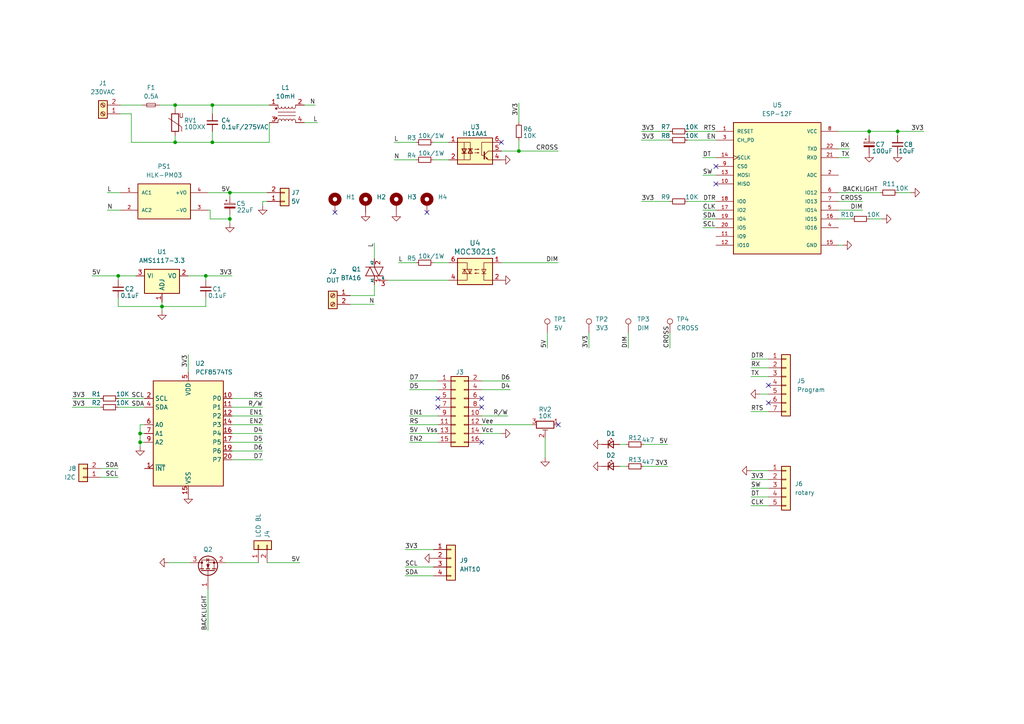
<source format=kicad_sch>
(kicad_sch (version 20230121) (generator eeschema)

  (uuid 7563fa92-cbbe-4a6b-883a-74753d51d14a)

  (paper "A4")

  (lib_symbols
    (symbol "Connector:Screw_Terminal_01x02" (pin_names (offset 1.016) hide) (in_bom yes) (on_board yes)
      (property "Reference" "J" (at 0 2.54 0)
        (effects (font (size 1.27 1.27)))
      )
      (property "Value" "Screw_Terminal_01x02" (at 0 -5.08 0)
        (effects (font (size 1.27 1.27)))
      )
      (property "Footprint" "" (at 0 0 0)
        (effects (font (size 1.27 1.27)) hide)
      )
      (property "Datasheet" "~" (at 0 0 0)
        (effects (font (size 1.27 1.27)) hide)
      )
      (property "ki_keywords" "screw terminal" (at 0 0 0)
        (effects (font (size 1.27 1.27)) hide)
      )
      (property "ki_description" "Generic screw terminal, single row, 01x02, script generated (kicad-library-utils/schlib/autogen/connector/)" (at 0 0 0)
        (effects (font (size 1.27 1.27)) hide)
      )
      (property "ki_fp_filters" "TerminalBlock*:*" (at 0 0 0)
        (effects (font (size 1.27 1.27)) hide)
      )
      (symbol "Screw_Terminal_01x02_1_1"
        (rectangle (start -1.27 1.27) (end 1.27 -3.81)
          (stroke (width 0.254) (type default))
          (fill (type background))
        )
        (circle (center 0 -2.54) (radius 0.635)
          (stroke (width 0.1524) (type default))
          (fill (type none))
        )
        (polyline
          (pts
            (xy -0.5334 -2.2098)
            (xy 0.3302 -3.048)
          )
          (stroke (width 0.1524) (type default))
          (fill (type none))
        )
        (polyline
          (pts
            (xy -0.5334 0.3302)
            (xy 0.3302 -0.508)
          )
          (stroke (width 0.1524) (type default))
          (fill (type none))
        )
        (polyline
          (pts
            (xy -0.3556 -2.032)
            (xy 0.508 -2.8702)
          )
          (stroke (width 0.1524) (type default))
          (fill (type none))
        )
        (polyline
          (pts
            (xy -0.3556 0.508)
            (xy 0.508 -0.3302)
          )
          (stroke (width 0.1524) (type default))
          (fill (type none))
        )
        (circle (center 0 0) (radius 0.635)
          (stroke (width 0.1524) (type default))
          (fill (type none))
        )
        (pin passive line (at -5.08 0 0) (length 3.81)
          (name "Pin_1" (effects (font (size 1.27 1.27))))
          (number "1" (effects (font (size 1.27 1.27))))
        )
        (pin passive line (at -5.08 -2.54 0) (length 3.81)
          (name "Pin_2" (effects (font (size 1.27 1.27))))
          (number "2" (effects (font (size 1.27 1.27))))
        )
      )
    )
    (symbol "Connector:TestPoint" (pin_numbers hide) (pin_names (offset 0.762) hide) (in_bom yes) (on_board yes)
      (property "Reference" "TP" (at 0 6.858 0)
        (effects (font (size 1.27 1.27)))
      )
      (property "Value" "TestPoint" (at 0 5.08 0)
        (effects (font (size 1.27 1.27)))
      )
      (property "Footprint" "" (at 5.08 0 0)
        (effects (font (size 1.27 1.27)) hide)
      )
      (property "Datasheet" "~" (at 5.08 0 0)
        (effects (font (size 1.27 1.27)) hide)
      )
      (property "ki_keywords" "test point tp" (at 0 0 0)
        (effects (font (size 1.27 1.27)) hide)
      )
      (property "ki_description" "test point" (at 0 0 0)
        (effects (font (size 1.27 1.27)) hide)
      )
      (property "ki_fp_filters" "Pin* Test*" (at 0 0 0)
        (effects (font (size 1.27 1.27)) hide)
      )
      (symbol "TestPoint_0_1"
        (circle (center 0 3.302) (radius 0.762)
          (stroke (width 0) (type default))
          (fill (type none))
        )
      )
      (symbol "TestPoint_1_1"
        (pin passive line (at 0 0 90) (length 2.54)
          (name "1" (effects (font (size 1.27 1.27))))
          (number "1" (effects (font (size 1.27 1.27))))
        )
      )
    )
    (symbol "Connector_Generic:Conn_01x02" (pin_names (offset 1.016) hide) (in_bom yes) (on_board yes)
      (property "Reference" "J" (at 0 2.54 0)
        (effects (font (size 1.27 1.27)))
      )
      (property "Value" "Conn_01x02" (at 0 -5.08 0)
        (effects (font (size 1.27 1.27)))
      )
      (property "Footprint" "" (at 0 0 0)
        (effects (font (size 1.27 1.27)) hide)
      )
      (property "Datasheet" "~" (at 0 0 0)
        (effects (font (size 1.27 1.27)) hide)
      )
      (property "ki_keywords" "connector" (at 0 0 0)
        (effects (font (size 1.27 1.27)) hide)
      )
      (property "ki_description" "Generic connector, single row, 01x02, script generated (kicad-library-utils/schlib/autogen/connector/)" (at 0 0 0)
        (effects (font (size 1.27 1.27)) hide)
      )
      (property "ki_fp_filters" "Connector*:*_1x??_*" (at 0 0 0)
        (effects (font (size 1.27 1.27)) hide)
      )
      (symbol "Conn_01x02_1_1"
        (rectangle (start -1.27 -2.413) (end 0 -2.667)
          (stroke (width 0.1524) (type default))
          (fill (type none))
        )
        (rectangle (start -1.27 0.127) (end 0 -0.127)
          (stroke (width 0.1524) (type default))
          (fill (type none))
        )
        (rectangle (start -1.27 1.27) (end 1.27 -3.81)
          (stroke (width 0.254) (type default))
          (fill (type background))
        )
        (pin passive line (at -5.08 0 0) (length 3.81)
          (name "Pin_1" (effects (font (size 1.27 1.27))))
          (number "1" (effects (font (size 1.27 1.27))))
        )
        (pin passive line (at -5.08 -2.54 0) (length 3.81)
          (name "Pin_2" (effects (font (size 1.27 1.27))))
          (number "2" (effects (font (size 1.27 1.27))))
        )
      )
    )
    (symbol "Connector_Generic:Conn_01x04" (pin_names (offset 1.016) hide) (in_bom yes) (on_board yes)
      (property "Reference" "J" (at 0 5.08 0)
        (effects (font (size 1.27 1.27)))
      )
      (property "Value" "Conn_01x04" (at 0 -7.62 0)
        (effects (font (size 1.27 1.27)))
      )
      (property "Footprint" "" (at 0 0 0)
        (effects (font (size 1.27 1.27)) hide)
      )
      (property "Datasheet" "~" (at 0 0 0)
        (effects (font (size 1.27 1.27)) hide)
      )
      (property "ki_keywords" "connector" (at 0 0 0)
        (effects (font (size 1.27 1.27)) hide)
      )
      (property "ki_description" "Generic connector, single row, 01x04, script generated (kicad-library-utils/schlib/autogen/connector/)" (at 0 0 0)
        (effects (font (size 1.27 1.27)) hide)
      )
      (property "ki_fp_filters" "Connector*:*_1x??_*" (at 0 0 0)
        (effects (font (size 1.27 1.27)) hide)
      )
      (symbol "Conn_01x04_1_1"
        (rectangle (start -1.27 -4.953) (end 0 -5.207)
          (stroke (width 0.1524) (type default))
          (fill (type none))
        )
        (rectangle (start -1.27 -2.413) (end 0 -2.667)
          (stroke (width 0.1524) (type default))
          (fill (type none))
        )
        (rectangle (start -1.27 0.127) (end 0 -0.127)
          (stroke (width 0.1524) (type default))
          (fill (type none))
        )
        (rectangle (start -1.27 2.667) (end 0 2.413)
          (stroke (width 0.1524) (type default))
          (fill (type none))
        )
        (rectangle (start -1.27 3.81) (end 1.27 -6.35)
          (stroke (width 0.254) (type default))
          (fill (type background))
        )
        (pin passive line (at -5.08 2.54 0) (length 3.81)
          (name "Pin_1" (effects (font (size 1.27 1.27))))
          (number "1" (effects (font (size 1.27 1.27))))
        )
        (pin passive line (at -5.08 0 0) (length 3.81)
          (name "Pin_2" (effects (font (size 1.27 1.27))))
          (number "2" (effects (font (size 1.27 1.27))))
        )
        (pin passive line (at -5.08 -2.54 0) (length 3.81)
          (name "Pin_3" (effects (font (size 1.27 1.27))))
          (number "3" (effects (font (size 1.27 1.27))))
        )
        (pin passive line (at -5.08 -5.08 0) (length 3.81)
          (name "Pin_4" (effects (font (size 1.27 1.27))))
          (number "4" (effects (font (size 1.27 1.27))))
        )
      )
    )
    (symbol "Connector_Generic:Conn_01x05" (pin_names (offset 1.016) hide) (in_bom yes) (on_board yes)
      (property "Reference" "J" (at 0 7.62 0)
        (effects (font (size 1.27 1.27)))
      )
      (property "Value" "Conn_01x05" (at 0 -7.62 0)
        (effects (font (size 1.27 1.27)))
      )
      (property "Footprint" "" (at 0 0 0)
        (effects (font (size 1.27 1.27)) hide)
      )
      (property "Datasheet" "~" (at 0 0 0)
        (effects (font (size 1.27 1.27)) hide)
      )
      (property "ki_keywords" "connector" (at 0 0 0)
        (effects (font (size 1.27 1.27)) hide)
      )
      (property "ki_description" "Generic connector, single row, 01x05, script generated (kicad-library-utils/schlib/autogen/connector/)" (at 0 0 0)
        (effects (font (size 1.27 1.27)) hide)
      )
      (property "ki_fp_filters" "Connector*:*_1x??_*" (at 0 0 0)
        (effects (font (size 1.27 1.27)) hide)
      )
      (symbol "Conn_01x05_1_1"
        (rectangle (start -1.27 -4.953) (end 0 -5.207)
          (stroke (width 0.1524) (type default))
          (fill (type none))
        )
        (rectangle (start -1.27 -2.413) (end 0 -2.667)
          (stroke (width 0.1524) (type default))
          (fill (type none))
        )
        (rectangle (start -1.27 0.127) (end 0 -0.127)
          (stroke (width 0.1524) (type default))
          (fill (type none))
        )
        (rectangle (start -1.27 2.667) (end 0 2.413)
          (stroke (width 0.1524) (type default))
          (fill (type none))
        )
        (rectangle (start -1.27 5.207) (end 0 4.953)
          (stroke (width 0.1524) (type default))
          (fill (type none))
        )
        (rectangle (start -1.27 6.35) (end 1.27 -6.35)
          (stroke (width 0.254) (type default))
          (fill (type background))
        )
        (pin passive line (at -5.08 5.08 0) (length 3.81)
          (name "Pin_1" (effects (font (size 1.27 1.27))))
          (number "1" (effects (font (size 1.27 1.27))))
        )
        (pin passive line (at -5.08 2.54 0) (length 3.81)
          (name "Pin_2" (effects (font (size 1.27 1.27))))
          (number "2" (effects (font (size 1.27 1.27))))
        )
        (pin passive line (at -5.08 0 0) (length 3.81)
          (name "Pin_3" (effects (font (size 1.27 1.27))))
          (number "3" (effects (font (size 1.27 1.27))))
        )
        (pin passive line (at -5.08 -2.54 0) (length 3.81)
          (name "Pin_4" (effects (font (size 1.27 1.27))))
          (number "4" (effects (font (size 1.27 1.27))))
        )
        (pin passive line (at -5.08 -5.08 0) (length 3.81)
          (name "Pin_5" (effects (font (size 1.27 1.27))))
          (number "5" (effects (font (size 1.27 1.27))))
        )
      )
    )
    (symbol "Connector_Generic:Conn_01x07" (pin_names (offset 1.016) hide) (in_bom yes) (on_board yes)
      (property "Reference" "J" (at 0 10.16 0)
        (effects (font (size 1.27 1.27)))
      )
      (property "Value" "Conn_01x07" (at 0 -10.16 0)
        (effects (font (size 1.27 1.27)))
      )
      (property "Footprint" "" (at 0 0 0)
        (effects (font (size 1.27 1.27)) hide)
      )
      (property "Datasheet" "~" (at 0 0 0)
        (effects (font (size 1.27 1.27)) hide)
      )
      (property "ki_keywords" "connector" (at 0 0 0)
        (effects (font (size 1.27 1.27)) hide)
      )
      (property "ki_description" "Generic connector, single row, 01x07, script generated (kicad-library-utils/schlib/autogen/connector/)" (at 0 0 0)
        (effects (font (size 1.27 1.27)) hide)
      )
      (property "ki_fp_filters" "Connector*:*_1x??_*" (at 0 0 0)
        (effects (font (size 1.27 1.27)) hide)
      )
      (symbol "Conn_01x07_1_1"
        (rectangle (start -1.27 -7.493) (end 0 -7.747)
          (stroke (width 0.1524) (type default))
          (fill (type none))
        )
        (rectangle (start -1.27 -4.953) (end 0 -5.207)
          (stroke (width 0.1524) (type default))
          (fill (type none))
        )
        (rectangle (start -1.27 -2.413) (end 0 -2.667)
          (stroke (width 0.1524) (type default))
          (fill (type none))
        )
        (rectangle (start -1.27 0.127) (end 0 -0.127)
          (stroke (width 0.1524) (type default))
          (fill (type none))
        )
        (rectangle (start -1.27 2.667) (end 0 2.413)
          (stroke (width 0.1524) (type default))
          (fill (type none))
        )
        (rectangle (start -1.27 5.207) (end 0 4.953)
          (stroke (width 0.1524) (type default))
          (fill (type none))
        )
        (rectangle (start -1.27 7.747) (end 0 7.493)
          (stroke (width 0.1524) (type default))
          (fill (type none))
        )
        (rectangle (start -1.27 8.89) (end 1.27 -8.89)
          (stroke (width 0.254) (type default))
          (fill (type background))
        )
        (pin passive line (at -5.08 7.62 0) (length 3.81)
          (name "Pin_1" (effects (font (size 1.27 1.27))))
          (number "1" (effects (font (size 1.27 1.27))))
        )
        (pin passive line (at -5.08 5.08 0) (length 3.81)
          (name "Pin_2" (effects (font (size 1.27 1.27))))
          (number "2" (effects (font (size 1.27 1.27))))
        )
        (pin passive line (at -5.08 2.54 0) (length 3.81)
          (name "Pin_3" (effects (font (size 1.27 1.27))))
          (number "3" (effects (font (size 1.27 1.27))))
        )
        (pin passive line (at -5.08 0 0) (length 3.81)
          (name "Pin_4" (effects (font (size 1.27 1.27))))
          (number "4" (effects (font (size 1.27 1.27))))
        )
        (pin passive line (at -5.08 -2.54 0) (length 3.81)
          (name "Pin_5" (effects (font (size 1.27 1.27))))
          (number "5" (effects (font (size 1.27 1.27))))
        )
        (pin passive line (at -5.08 -5.08 0) (length 3.81)
          (name "Pin_6" (effects (font (size 1.27 1.27))))
          (number "6" (effects (font (size 1.27 1.27))))
        )
        (pin passive line (at -5.08 -7.62 0) (length 3.81)
          (name "Pin_7" (effects (font (size 1.27 1.27))))
          (number "7" (effects (font (size 1.27 1.27))))
        )
      )
    )
    (symbol "Connector_Generic:Conn_02x08_Odd_Even" (pin_names (offset 1.016) hide) (in_bom yes) (on_board yes)
      (property "Reference" "J" (at 1.27 10.16 0)
        (effects (font (size 1.27 1.27)))
      )
      (property "Value" "Conn_02x08_Odd_Even" (at 1.27 -12.7 0)
        (effects (font (size 1.27 1.27)))
      )
      (property "Footprint" "" (at 0 0 0)
        (effects (font (size 1.27 1.27)) hide)
      )
      (property "Datasheet" "~" (at 0 0 0)
        (effects (font (size 1.27 1.27)) hide)
      )
      (property "ki_keywords" "connector" (at 0 0 0)
        (effects (font (size 1.27 1.27)) hide)
      )
      (property "ki_description" "Generic connector, double row, 02x08, odd/even pin numbering scheme (row 1 odd numbers, row 2 even numbers), script generated (kicad-library-utils/schlib/autogen/connector/)" (at 0 0 0)
        (effects (font (size 1.27 1.27)) hide)
      )
      (property "ki_fp_filters" "Connector*:*_2x??_*" (at 0 0 0)
        (effects (font (size 1.27 1.27)) hide)
      )
      (symbol "Conn_02x08_Odd_Even_1_1"
        (rectangle (start -1.27 -10.033) (end 0 -10.287)
          (stroke (width 0.1524) (type default))
          (fill (type none))
        )
        (rectangle (start -1.27 -7.493) (end 0 -7.747)
          (stroke (width 0.1524) (type default))
          (fill (type none))
        )
        (rectangle (start -1.27 -4.953) (end 0 -5.207)
          (stroke (width 0.1524) (type default))
          (fill (type none))
        )
        (rectangle (start -1.27 -2.413) (end 0 -2.667)
          (stroke (width 0.1524) (type default))
          (fill (type none))
        )
        (rectangle (start -1.27 0.127) (end 0 -0.127)
          (stroke (width 0.1524) (type default))
          (fill (type none))
        )
        (rectangle (start -1.27 2.667) (end 0 2.413)
          (stroke (width 0.1524) (type default))
          (fill (type none))
        )
        (rectangle (start -1.27 5.207) (end 0 4.953)
          (stroke (width 0.1524) (type default))
          (fill (type none))
        )
        (rectangle (start -1.27 7.747) (end 0 7.493)
          (stroke (width 0.1524) (type default))
          (fill (type none))
        )
        (rectangle (start -1.27 8.89) (end 3.81 -11.43)
          (stroke (width 0.254) (type default))
          (fill (type background))
        )
        (rectangle (start 3.81 -10.033) (end 2.54 -10.287)
          (stroke (width 0.1524) (type default))
          (fill (type none))
        )
        (rectangle (start 3.81 -7.493) (end 2.54 -7.747)
          (stroke (width 0.1524) (type default))
          (fill (type none))
        )
        (rectangle (start 3.81 -4.953) (end 2.54 -5.207)
          (stroke (width 0.1524) (type default))
          (fill (type none))
        )
        (rectangle (start 3.81 -2.413) (end 2.54 -2.667)
          (stroke (width 0.1524) (type default))
          (fill (type none))
        )
        (rectangle (start 3.81 0.127) (end 2.54 -0.127)
          (stroke (width 0.1524) (type default))
          (fill (type none))
        )
        (rectangle (start 3.81 2.667) (end 2.54 2.413)
          (stroke (width 0.1524) (type default))
          (fill (type none))
        )
        (rectangle (start 3.81 5.207) (end 2.54 4.953)
          (stroke (width 0.1524) (type default))
          (fill (type none))
        )
        (rectangle (start 3.81 7.747) (end 2.54 7.493)
          (stroke (width 0.1524) (type default))
          (fill (type none))
        )
        (pin passive line (at -5.08 7.62 0) (length 3.81)
          (name "Pin_1" (effects (font (size 1.27 1.27))))
          (number "1" (effects (font (size 1.27 1.27))))
        )
        (pin passive line (at 7.62 -2.54 180) (length 3.81)
          (name "Pin_10" (effects (font (size 1.27 1.27))))
          (number "10" (effects (font (size 1.27 1.27))))
        )
        (pin passive line (at -5.08 -5.08 0) (length 3.81)
          (name "Pin_11" (effects (font (size 1.27 1.27))))
          (number "11" (effects (font (size 1.27 1.27))))
        )
        (pin passive line (at 7.62 -5.08 180) (length 3.81)
          (name "Pin_12" (effects (font (size 1.27 1.27))))
          (number "12" (effects (font (size 1.27 1.27))))
        )
        (pin passive line (at -5.08 -7.62 0) (length 3.81)
          (name "Pin_13" (effects (font (size 1.27 1.27))))
          (number "13" (effects (font (size 1.27 1.27))))
        )
        (pin passive line (at 7.62 -7.62 180) (length 3.81)
          (name "Pin_14" (effects (font (size 1.27 1.27))))
          (number "14" (effects (font (size 1.27 1.27))))
        )
        (pin passive line (at -5.08 -10.16 0) (length 3.81)
          (name "Pin_15" (effects (font (size 1.27 1.27))))
          (number "15" (effects (font (size 1.27 1.27))))
        )
        (pin passive line (at 7.62 -10.16 180) (length 3.81)
          (name "Pin_16" (effects (font (size 1.27 1.27))))
          (number "16" (effects (font (size 1.27 1.27))))
        )
        (pin passive line (at 7.62 7.62 180) (length 3.81)
          (name "Pin_2" (effects (font (size 1.27 1.27))))
          (number "2" (effects (font (size 1.27 1.27))))
        )
        (pin passive line (at -5.08 5.08 0) (length 3.81)
          (name "Pin_3" (effects (font (size 1.27 1.27))))
          (number "3" (effects (font (size 1.27 1.27))))
        )
        (pin passive line (at 7.62 5.08 180) (length 3.81)
          (name "Pin_4" (effects (font (size 1.27 1.27))))
          (number "4" (effects (font (size 1.27 1.27))))
        )
        (pin passive line (at -5.08 2.54 0) (length 3.81)
          (name "Pin_5" (effects (font (size 1.27 1.27))))
          (number "5" (effects (font (size 1.27 1.27))))
        )
        (pin passive line (at 7.62 2.54 180) (length 3.81)
          (name "Pin_6" (effects (font (size 1.27 1.27))))
          (number "6" (effects (font (size 1.27 1.27))))
        )
        (pin passive line (at -5.08 0 0) (length 3.81)
          (name "Pin_7" (effects (font (size 1.27 1.27))))
          (number "7" (effects (font (size 1.27 1.27))))
        )
        (pin passive line (at 7.62 0 180) (length 3.81)
          (name "Pin_8" (effects (font (size 1.27 1.27))))
          (number "8" (effects (font (size 1.27 1.27))))
        )
        (pin passive line (at -5.08 -2.54 0) (length 3.81)
          (name "Pin_9" (effects (font (size 1.27 1.27))))
          (number "9" (effects (font (size 1.27 1.27))))
        )
      )
    )
    (symbol "Device:C_Polarized_Small" (pin_numbers hide) (pin_names (offset 0.254) hide) (in_bom yes) (on_board yes)
      (property "Reference" "C" (at 0.254 1.778 0)
        (effects (font (size 1.27 1.27)) (justify left))
      )
      (property "Value" "C_Polarized_Small" (at 0.254 -2.032 0)
        (effects (font (size 1.27 1.27)) (justify left))
      )
      (property "Footprint" "" (at 0 0 0)
        (effects (font (size 1.27 1.27)) hide)
      )
      (property "Datasheet" "~" (at 0 0 0)
        (effects (font (size 1.27 1.27)) hide)
      )
      (property "ki_keywords" "cap capacitor" (at 0 0 0)
        (effects (font (size 1.27 1.27)) hide)
      )
      (property "ki_description" "Polarized capacitor, small symbol" (at 0 0 0)
        (effects (font (size 1.27 1.27)) hide)
      )
      (property "ki_fp_filters" "CP_*" (at 0 0 0)
        (effects (font (size 1.27 1.27)) hide)
      )
      (symbol "C_Polarized_Small_0_1"
        (rectangle (start -1.524 -0.3048) (end 1.524 -0.6858)
          (stroke (width 0) (type default))
          (fill (type outline))
        )
        (rectangle (start -1.524 0.6858) (end 1.524 0.3048)
          (stroke (width 0) (type default))
          (fill (type none))
        )
        (polyline
          (pts
            (xy -1.27 1.524)
            (xy -0.762 1.524)
          )
          (stroke (width 0) (type default))
          (fill (type none))
        )
        (polyline
          (pts
            (xy -1.016 1.27)
            (xy -1.016 1.778)
          )
          (stroke (width 0) (type default))
          (fill (type none))
        )
      )
      (symbol "C_Polarized_Small_1_1"
        (pin passive line (at 0 2.54 270) (length 1.8542)
          (name "~" (effects (font (size 1.27 1.27))))
          (number "1" (effects (font (size 1.27 1.27))))
        )
        (pin passive line (at 0 -2.54 90) (length 1.8542)
          (name "~" (effects (font (size 1.27 1.27))))
          (number "2" (effects (font (size 1.27 1.27))))
        )
      )
    )
    (symbol "Device:C_Small" (pin_numbers hide) (pin_names (offset 0.254) hide) (in_bom yes) (on_board yes)
      (property "Reference" "C" (at 0.254 1.778 0)
        (effects (font (size 1.27 1.27)) (justify left))
      )
      (property "Value" "C_Small" (at 0.254 -2.032 0)
        (effects (font (size 1.27 1.27)) (justify left))
      )
      (property "Footprint" "" (at 0 0 0)
        (effects (font (size 1.27 1.27)) hide)
      )
      (property "Datasheet" "~" (at 0 0 0)
        (effects (font (size 1.27 1.27)) hide)
      )
      (property "ki_keywords" "capacitor cap" (at 0 0 0)
        (effects (font (size 1.27 1.27)) hide)
      )
      (property "ki_description" "Unpolarized capacitor, small symbol" (at 0 0 0)
        (effects (font (size 1.27 1.27)) hide)
      )
      (property "ki_fp_filters" "C_*" (at 0 0 0)
        (effects (font (size 1.27 1.27)) hide)
      )
      (symbol "C_Small_0_1"
        (polyline
          (pts
            (xy -1.524 -0.508)
            (xy 1.524 -0.508)
          )
          (stroke (width 0.3302) (type default))
          (fill (type none))
        )
        (polyline
          (pts
            (xy -1.524 0.508)
            (xy 1.524 0.508)
          )
          (stroke (width 0.3048) (type default))
          (fill (type none))
        )
      )
      (symbol "C_Small_1_1"
        (pin passive line (at 0 2.54 270) (length 2.032)
          (name "~" (effects (font (size 1.27 1.27))))
          (number "1" (effects (font (size 1.27 1.27))))
        )
        (pin passive line (at 0 -2.54 90) (length 2.032)
          (name "~" (effects (font (size 1.27 1.27))))
          (number "2" (effects (font (size 1.27 1.27))))
        )
      )
    )
    (symbol "Device:Filter_EMI_CommonMode" (pin_names (offset 0.254) hide) (in_bom yes) (on_board yes)
      (property "Reference" "FL" (at 0 4.445 0)
        (effects (font (size 1.27 1.27)))
      )
      (property "Value" "Filter_EMI_CommonMode" (at 0 -4.445 0)
        (effects (font (size 1.27 1.27)))
      )
      (property "Footprint" "" (at 0 1.016 0)
        (effects (font (size 1.27 1.27)) hide)
      )
      (property "Datasheet" "~" (at 0 1.016 0)
        (effects (font (size 1.27 1.27)) hide)
      )
      (property "ki_keywords" "EMI common mode filter" (at 0 0 0)
        (effects (font (size 1.27 1.27)) hide)
      )
      (property "ki_description" "EMI 2-inductor common mode filter" (at 0 0 0)
        (effects (font (size 1.27 1.27)) hide)
      )
      (property "ki_fp_filters" "L_* L_CommonMode*" (at 0 0 0)
        (effects (font (size 1.27 1.27)) hide)
      )
      (symbol "Filter_EMI_CommonMode_0_1"
        (circle (center -3.048 -1.27) (radius 0.254)
          (stroke (width 0) (type default))
          (fill (type outline))
        )
        (circle (center -3.048 1.524) (radius 0.254)
          (stroke (width 0) (type default))
          (fill (type outline))
        )
        (arc (start -2.54 2.032) (mid -2.032 1.5262) (end -1.524 2.032)
          (stroke (width 0) (type default))
          (fill (type none))
        )
        (arc (start -1.524 -2.032) (mid -2.032 -1.5262) (end -2.54 -2.032)
          (stroke (width 0) (type default))
          (fill (type none))
        )
        (arc (start -1.524 2.032) (mid -1.016 1.5262) (end -0.508 2.032)
          (stroke (width 0) (type default))
          (fill (type none))
        )
        (arc (start -0.508 -2.032) (mid -1.016 -1.5262) (end -1.524 -2.032)
          (stroke (width 0) (type default))
          (fill (type none))
        )
        (arc (start -0.508 2.032) (mid 0 1.5262) (end 0.508 2.032)
          (stroke (width 0) (type default))
          (fill (type none))
        )
        (polyline
          (pts
            (xy -2.54 -2.032)
            (xy -2.54 -2.54)
          )
          (stroke (width 0) (type default))
          (fill (type none))
        )
        (polyline
          (pts
            (xy -2.54 0.508)
            (xy 2.54 0.508)
          )
          (stroke (width 0) (type default))
          (fill (type none))
        )
        (polyline
          (pts
            (xy -2.54 2.032)
            (xy -2.54 2.54)
          )
          (stroke (width 0) (type default))
          (fill (type none))
        )
        (polyline
          (pts
            (xy 2.54 -2.032)
            (xy 2.54 -2.54)
          )
          (stroke (width 0) (type default))
          (fill (type none))
        )
        (polyline
          (pts
            (xy 2.54 -0.508)
            (xy -2.54 -0.508)
          )
          (stroke (width 0) (type default))
          (fill (type none))
        )
        (polyline
          (pts
            (xy 2.54 2.54)
            (xy 2.54 2.032)
          )
          (stroke (width 0) (type default))
          (fill (type none))
        )
        (arc (start 0.508 -2.032) (mid 0 -1.5262) (end -0.508 -2.032)
          (stroke (width 0) (type default))
          (fill (type none))
        )
        (arc (start 0.508 2.032) (mid 1.016 1.5262) (end 1.524 2.032)
          (stroke (width 0) (type default))
          (fill (type none))
        )
        (arc (start 1.524 -2.032) (mid 1.016 -1.5262) (end 0.508 -2.032)
          (stroke (width 0) (type default))
          (fill (type none))
        )
        (arc (start 1.524 2.032) (mid 2.032 1.5262) (end 2.54 2.032)
          (stroke (width 0) (type default))
          (fill (type none))
        )
        (arc (start 2.54 -2.032) (mid 2.032 -1.5262) (end 1.524 -2.032)
          (stroke (width 0) (type default))
          (fill (type none))
        )
      )
      (symbol "Filter_EMI_CommonMode_1_1"
        (pin passive line (at -5.08 2.54 0) (length 2.54)
          (name "1" (effects (font (size 1.27 1.27))))
          (number "1" (effects (font (size 1.27 1.27))))
        )
        (pin passive line (at 5.08 2.54 180) (length 2.54)
          (name "2" (effects (font (size 1.27 1.27))))
          (number "2" (effects (font (size 1.27 1.27))))
        )
        (pin passive line (at -5.08 -2.54 0) (length 2.54)
          (name "3" (effects (font (size 1.27 1.27))))
          (number "3" (effects (font (size 1.27 1.27))))
        )
        (pin passive line (at 5.08 -2.54 180) (length 2.54)
          (name "4" (effects (font (size 1.27 1.27))))
          (number "4" (effects (font (size 1.27 1.27))))
        )
      )
    )
    (symbol "Device:Fuse_Small" (pin_numbers hide) (pin_names (offset 0.254) hide) (in_bom yes) (on_board yes)
      (property "Reference" "F" (at 0 -1.524 0)
        (effects (font (size 1.27 1.27)))
      )
      (property "Value" "Fuse_Small" (at 0 1.524 0)
        (effects (font (size 1.27 1.27)))
      )
      (property "Footprint" "" (at 0 0 0)
        (effects (font (size 1.27 1.27)) hide)
      )
      (property "Datasheet" "~" (at 0 0 0)
        (effects (font (size 1.27 1.27)) hide)
      )
      (property "ki_keywords" "fuse" (at 0 0 0)
        (effects (font (size 1.27 1.27)) hide)
      )
      (property "ki_description" "Fuse, small symbol" (at 0 0 0)
        (effects (font (size 1.27 1.27)) hide)
      )
      (property "ki_fp_filters" "SM*" (at 0 0 0)
        (effects (font (size 1.27 1.27)) hide)
      )
      (symbol "Fuse_Small_0_1"
        (rectangle (start -1.27 0.508) (end 1.27 -0.508)
          (stroke (width 0) (type default))
          (fill (type none))
        )
        (polyline
          (pts
            (xy -1.27 0)
            (xy 1.27 0)
          )
          (stroke (width 0) (type default))
          (fill (type none))
        )
      )
      (symbol "Fuse_Small_1_1"
        (pin passive line (at -2.54 0 0) (length 1.27)
          (name "~" (effects (font (size 1.27 1.27))))
          (number "1" (effects (font (size 1.27 1.27))))
        )
        (pin passive line (at 2.54 0 180) (length 1.27)
          (name "~" (effects (font (size 1.27 1.27))))
          (number "2" (effects (font (size 1.27 1.27))))
        )
      )
    )
    (symbol "Device:LED_Small" (pin_numbers hide) (pin_names (offset 0.254) hide) (in_bom yes) (on_board yes)
      (property "Reference" "D" (at -1.27 3.175 0)
        (effects (font (size 1.27 1.27)) (justify left))
      )
      (property "Value" "LED_Small" (at -4.445 -2.54 0)
        (effects (font (size 1.27 1.27)) (justify left))
      )
      (property "Footprint" "" (at 0 0 90)
        (effects (font (size 1.27 1.27)) hide)
      )
      (property "Datasheet" "~" (at 0 0 90)
        (effects (font (size 1.27 1.27)) hide)
      )
      (property "ki_keywords" "LED diode light-emitting-diode" (at 0 0 0)
        (effects (font (size 1.27 1.27)) hide)
      )
      (property "ki_description" "Light emitting diode, small symbol" (at 0 0 0)
        (effects (font (size 1.27 1.27)) hide)
      )
      (property "ki_fp_filters" "LED* LED_SMD:* LED_THT:*" (at 0 0 0)
        (effects (font (size 1.27 1.27)) hide)
      )
      (symbol "LED_Small_0_1"
        (polyline
          (pts
            (xy -0.762 -1.016)
            (xy -0.762 1.016)
          )
          (stroke (width 0.254) (type default))
          (fill (type none))
        )
        (polyline
          (pts
            (xy 1.016 0)
            (xy -0.762 0)
          )
          (stroke (width 0) (type default))
          (fill (type none))
        )
        (polyline
          (pts
            (xy 0.762 -1.016)
            (xy -0.762 0)
            (xy 0.762 1.016)
            (xy 0.762 -1.016)
          )
          (stroke (width 0.254) (type default))
          (fill (type none))
        )
        (polyline
          (pts
            (xy 0 0.762)
            (xy -0.508 1.27)
            (xy -0.254 1.27)
            (xy -0.508 1.27)
            (xy -0.508 1.016)
          )
          (stroke (width 0) (type default))
          (fill (type none))
        )
        (polyline
          (pts
            (xy 0.508 1.27)
            (xy 0 1.778)
            (xy 0.254 1.778)
            (xy 0 1.778)
            (xy 0 1.524)
          )
          (stroke (width 0) (type default))
          (fill (type none))
        )
      )
      (symbol "LED_Small_1_1"
        (pin passive line (at -2.54 0 0) (length 1.778)
          (name "K" (effects (font (size 1.27 1.27))))
          (number "1" (effects (font (size 1.27 1.27))))
        )
        (pin passive line (at 2.54 0 180) (length 1.778)
          (name "A" (effects (font (size 1.27 1.27))))
          (number "2" (effects (font (size 1.27 1.27))))
        )
      )
    )
    (symbol "Device:R_Potentiometer_Trim" (pin_names (offset 1.016) hide) (in_bom yes) (on_board yes)
      (property "Reference" "RV" (at -4.445 0 90)
        (effects (font (size 1.27 1.27)))
      )
      (property "Value" "R_Potentiometer_Trim" (at -2.54 0 90)
        (effects (font (size 1.27 1.27)))
      )
      (property "Footprint" "" (at 0 0 0)
        (effects (font (size 1.27 1.27)) hide)
      )
      (property "Datasheet" "~" (at 0 0 0)
        (effects (font (size 1.27 1.27)) hide)
      )
      (property "ki_keywords" "resistor variable trimpot trimmer" (at 0 0 0)
        (effects (font (size 1.27 1.27)) hide)
      )
      (property "ki_description" "Trim-potentiometer" (at 0 0 0)
        (effects (font (size 1.27 1.27)) hide)
      )
      (property "ki_fp_filters" "Potentiometer*" (at 0 0 0)
        (effects (font (size 1.27 1.27)) hide)
      )
      (symbol "R_Potentiometer_Trim_0_1"
        (polyline
          (pts
            (xy 1.524 0.762)
            (xy 1.524 -0.762)
          )
          (stroke (width 0) (type default))
          (fill (type none))
        )
        (polyline
          (pts
            (xy 2.54 0)
            (xy 1.524 0)
          )
          (stroke (width 0) (type default))
          (fill (type none))
        )
        (rectangle (start 1.016 2.54) (end -1.016 -2.54)
          (stroke (width 0.254) (type default))
          (fill (type none))
        )
      )
      (symbol "R_Potentiometer_Trim_1_1"
        (pin passive line (at 0 3.81 270) (length 1.27)
          (name "1" (effects (font (size 1.27 1.27))))
          (number "1" (effects (font (size 1.27 1.27))))
        )
        (pin passive line (at 3.81 0 180) (length 1.27)
          (name "2" (effects (font (size 1.27 1.27))))
          (number "2" (effects (font (size 1.27 1.27))))
        )
        (pin passive line (at 0 -3.81 90) (length 1.27)
          (name "3" (effects (font (size 1.27 1.27))))
          (number "3" (effects (font (size 1.27 1.27))))
        )
      )
    )
    (symbol "Device:R_Small" (pin_numbers hide) (pin_names (offset 0.254) hide) (in_bom yes) (on_board yes)
      (property "Reference" "R" (at 0.762 0.508 0)
        (effects (font (size 1.27 1.27)) (justify left))
      )
      (property "Value" "R_Small" (at 0.762 -1.016 0)
        (effects (font (size 1.27 1.27)) (justify left))
      )
      (property "Footprint" "" (at 0 0 0)
        (effects (font (size 1.27 1.27)) hide)
      )
      (property "Datasheet" "~" (at 0 0 0)
        (effects (font (size 1.27 1.27)) hide)
      )
      (property "ki_keywords" "R resistor" (at 0 0 0)
        (effects (font (size 1.27 1.27)) hide)
      )
      (property "ki_description" "Resistor, small symbol" (at 0 0 0)
        (effects (font (size 1.27 1.27)) hide)
      )
      (property "ki_fp_filters" "R_*" (at 0 0 0)
        (effects (font (size 1.27 1.27)) hide)
      )
      (symbol "R_Small_0_1"
        (rectangle (start -0.762 1.778) (end 0.762 -1.778)
          (stroke (width 0.2032) (type default))
          (fill (type none))
        )
      )
      (symbol "R_Small_1_1"
        (pin passive line (at 0 2.54 270) (length 0.762)
          (name "~" (effects (font (size 1.27 1.27))))
          (number "1" (effects (font (size 1.27 1.27))))
        )
        (pin passive line (at 0 -2.54 90) (length 0.762)
          (name "~" (effects (font (size 1.27 1.27))))
          (number "2" (effects (font (size 1.27 1.27))))
        )
      )
    )
    (symbol "Device:Varistor" (pin_numbers hide) (pin_names (offset 0)) (in_bom yes) (on_board yes)
      (property "Reference" "RV" (at 3.175 0 90)
        (effects (font (size 1.27 1.27)))
      )
      (property "Value" "Varistor" (at -3.175 0 90)
        (effects (font (size 1.27 1.27)))
      )
      (property "Footprint" "" (at -1.778 0 90)
        (effects (font (size 1.27 1.27)) hide)
      )
      (property "Datasheet" "~" (at 0 0 0)
        (effects (font (size 1.27 1.27)) hide)
      )
      (property "ki_keywords" "VDR resistance" (at 0 0 0)
        (effects (font (size 1.27 1.27)) hide)
      )
      (property "ki_description" "Voltage dependent resistor" (at 0 0 0)
        (effects (font (size 1.27 1.27)) hide)
      )
      (property "ki_fp_filters" "RV_* Varistor*" (at 0 0 0)
        (effects (font (size 1.27 1.27)) hide)
      )
      (symbol "Varistor_0_0"
        (text "U" (at -1.778 -2.032 0)
          (effects (font (size 1.27 1.27)))
        )
      )
      (symbol "Varistor_0_1"
        (rectangle (start -1.016 -2.54) (end 1.016 2.54)
          (stroke (width 0.254) (type default))
          (fill (type none))
        )
        (polyline
          (pts
            (xy -1.905 2.54)
            (xy -1.905 1.27)
            (xy 1.905 -1.27)
          )
          (stroke (width 0) (type default))
          (fill (type none))
        )
      )
      (symbol "Varistor_1_1"
        (pin passive line (at 0 3.81 270) (length 1.27)
          (name "~" (effects (font (size 1.27 1.27))))
          (number "1" (effects (font (size 1.27 1.27))))
        )
        (pin passive line (at 0 -3.81 90) (length 1.27)
          (name "~" (effects (font (size 1.27 1.27))))
          (number "2" (effects (font (size 1.27 1.27))))
        )
      )
    )
    (symbol "ESP-12F:ESP8266-12E{slash}ESP-12E" (pin_names (offset 1.016)) (in_bom yes) (on_board yes)
      (property "Reference" "U1" (at 0 22.86 0)
        (effects (font (size 1.27 1.27)))
      )
      (property "Value" "ESP-12F" (at 0 20.32 0)
        (effects (font (size 1.27 1.27)))
      )
      (property "Footprint" "XCVR_ESP8266-12E/ESP-12E" (at 0 0 0)
        (effects (font (size 1.27 1.27)) (justify bottom) hide)
      )
      (property "Datasheet" "" (at 0 0 0)
        (effects (font (size 1.27 1.27)) hide)
      )
      (property "MANUFACTURER" "AI-Thinker" (at 0 0 0)
        (effects (font (size 1.27 1.27)) (justify bottom) hide)
      )
      (symbol "ESP8266-12E{slash}ESP-12E_0_0"
        (rectangle (start -12.7 -20.32) (end 12.7 17.78)
          (stroke (width 0.254) (type default))
          (fill (type background))
        )
        (pin input line (at -17.78 15.24 0) (length 5.08)
          (name "RESET" (effects (font (size 1.016 1.016))))
          (number "1" (effects (font (size 1.016 1.016))))
        )
        (pin bidirectional line (at -17.78 0 0) (length 5.08)
          (name "MISO" (effects (font (size 1.016 1.016))))
          (number "10" (effects (font (size 1.016 1.016))))
        )
        (pin bidirectional line (at -17.78 -15.24 0) (length 5.08)
          (name "IO9" (effects (font (size 1.016 1.016))))
          (number "11" (effects (font (size 1.016 1.016))))
        )
        (pin bidirectional line (at -17.78 -17.78 0) (length 5.08)
          (name "IO10" (effects (font (size 1.016 1.016))))
          (number "12" (effects (font (size 1.016 1.016))))
        )
        (pin bidirectional line (at -17.78 2.54 0) (length 5.08)
          (name "MOSI" (effects (font (size 1.016 1.016))))
          (number "13" (effects (font (size 1.016 1.016))))
        )
        (pin input clock (at -17.78 7.62 0) (length 5.08)
          (name "SCLK" (effects (font (size 1.016 1.016))))
          (number "14" (effects (font (size 1.016 1.016))))
        )
        (pin power_in line (at 17.78 -17.78 180) (length 5.08)
          (name "GND" (effects (font (size 1.016 1.016))))
          (number "15" (effects (font (size 1.016 1.016))))
        )
        (pin bidirectional line (at 17.78 -10.16 180) (length 5.08)
          (name "IO15" (effects (font (size 1.016 1.016))))
          (number "16" (effects (font (size 1.016 1.016))))
        )
        (pin bidirectional line (at -17.78 -7.62 0) (length 5.08)
          (name "IO2" (effects (font (size 1.016 1.016))))
          (number "17" (effects (font (size 1.016 1.016))))
        )
        (pin bidirectional line (at -17.78 -5.08 0) (length 5.08)
          (name "IO0" (effects (font (size 1.016 1.016))))
          (number "18" (effects (font (size 1.016 1.016))))
        )
        (pin bidirectional line (at -17.78 -10.16 0) (length 5.08)
          (name "IO4" (effects (font (size 1.016 1.016))))
          (number "19" (effects (font (size 1.016 1.016))))
        )
        (pin passive line (at 17.78 2.54 180) (length 5.08)
          (name "ADC" (effects (font (size 1.016 1.016))))
          (number "2" (effects (font (size 1.016 1.016))))
        )
        (pin bidirectional line (at -17.78 -12.7 0) (length 5.08)
          (name "IO5" (effects (font (size 1.016 1.016))))
          (number "20" (effects (font (size 1.016 1.016))))
        )
        (pin input line (at 17.78 7.62 180) (length 5.08)
          (name "RXD" (effects (font (size 1.016 1.016))))
          (number "21" (effects (font (size 1.016 1.016))))
        )
        (pin output line (at 17.78 10.16 180) (length 5.08)
          (name "TXD" (effects (font (size 1.016 1.016))))
          (number "22" (effects (font (size 1.016 1.016))))
        )
        (pin input line (at -17.78 12.7 0) (length 5.08)
          (name "CH_PD" (effects (font (size 1.016 1.016))))
          (number "3" (effects (font (size 1.016 1.016))))
        )
        (pin bidirectional line (at 17.78 -12.7 180) (length 5.08)
          (name "IO16" (effects (font (size 1.016 1.016))))
          (number "4" (effects (font (size 1.016 1.016))))
        )
        (pin bidirectional line (at 17.78 -7.62 180) (length 5.08)
          (name "IO14" (effects (font (size 1.016 1.016))))
          (number "5" (effects (font (size 1.016 1.016))))
        )
        (pin bidirectional line (at 17.78 -2.54 180) (length 5.08)
          (name "IO12" (effects (font (size 1.016 1.016))))
          (number "6" (effects (font (size 1.016 1.016))))
        )
        (pin bidirectional line (at 17.78 -5.08 180) (length 5.08)
          (name "IO13" (effects (font (size 1.016 1.016))))
          (number "7" (effects (font (size 1.016 1.016))))
        )
        (pin power_in line (at 17.78 15.24 180) (length 5.08)
          (name "VCC" (effects (font (size 1.016 1.016))))
          (number "8" (effects (font (size 1.016 1.016))))
        )
        (pin input line (at -17.78 5.08 0) (length 5.08)
          (name "CS0" (effects (font (size 1.016 1.016))))
          (number "9" (effects (font (size 1.016 1.016))))
        )
      )
    )
    (symbol "HLK-PM03:HLK-PM03" (pin_names (offset 1.016)) (in_bom yes) (on_board yes)
      (property "Reference" "PS" (at -7.62 5.588 0)
        (effects (font (size 1.27 1.27)) (justify left bottom))
      )
      (property "Value" "HLK-PM03" (at -7.62 -7.112 0)
        (effects (font (size 1.27 1.27)) (justify left bottom))
      )
      (property "Footprint" "CONV_HLK-PM03" (at 0 0 0)
        (effects (font (size 1.27 1.27)) (justify bottom) hide)
      )
      (property "Datasheet" "" (at 0 0 0)
        (effects (font (size 1.27 1.27)) hide)
      )
      (property "MAXIMUM_PACKAGE_HEIGHT" "15 mm" (at 0 0 0)
        (effects (font (size 1.27 1.27)) (justify bottom) hide)
      )
      (property "MANUFACTURER" "Hi-link" (at 0 0 0)
        (effects (font (size 1.27 1.27)) (justify bottom) hide)
      )
      (property "STANDARD" "Manufacturer Recommendation" (at 0 0 0)
        (effects (font (size 1.27 1.27)) (justify bottom) hide)
      )
      (property "SNAPEDA_PN" "hlk-pm01" (at 0 0 0)
        (effects (font (size 1.27 1.27)) (justify bottom) hide)
      )
      (symbol "HLK-PM03_0_0"
        (rectangle (start -7.62 -5.08) (end 7.62 5.08)
          (stroke (width 0.254) (type default))
          (fill (type background))
        )
        (pin input line (at -12.7 2.54 0) (length 5.08)
          (name "AC1" (effects (font (size 1.016 1.016))))
          (number "1" (effects (font (size 1.016 1.016))))
        )
        (pin input line (at -12.7 -2.54 0) (length 5.08)
          (name "AC2" (effects (font (size 1.016 1.016))))
          (number "2" (effects (font (size 1.016 1.016))))
        )
        (pin output line (at 12.7 -2.54 180) (length 5.08)
          (name "-VO" (effects (font (size 1.016 1.016))))
          (number "3" (effects (font (size 1.016 1.016))))
        )
        (pin output line (at 12.7 2.54 180) (length 5.08)
          (name "+VO" (effects (font (size 1.016 1.016))))
          (number "4" (effects (font (size 1.016 1.016))))
        )
      )
    )
    (symbol "Interface_Expansion:PCF8574TS" (in_bom yes) (on_board yes)
      (property "Reference" "U" (at -8.89 16.51 0)
        (effects (font (size 1.27 1.27)) (justify left))
      )
      (property "Value" "PCF8574TS" (at 3.81 16.51 0)
        (effects (font (size 1.27 1.27)) (justify left))
      )
      (property "Footprint" "Package_SO:SSOP-20_4.4x6.5mm_P0.65mm" (at 0 0 0)
        (effects (font (size 1.27 1.27)) hide)
      )
      (property "Datasheet" "http://www.nxp.com/documents/data_sheet/PCF8574_PCF8574A.pdf" (at 0 0 0)
        (effects (font (size 1.27 1.27)) hide)
      )
      (property "ki_keywords" "I2C Expander" (at 0 0 0)
        (effects (font (size 1.27 1.27)) hide)
      )
      (property "ki_description" "8 Bit Port/Expander to I2C Bus, SSOP-20" (at 0 0 0)
        (effects (font (size 1.27 1.27)) hide)
      )
      (property "ki_fp_filters" "SSOP*4.4x6.5mm*P0.65mm*" (at 0 0 0)
        (effects (font (size 1.27 1.27)) hide)
      )
      (symbol "PCF8574TS_0_1"
        (rectangle (start -10.16 15.24) (end 10.16 -15.24)
          (stroke (width 0.254) (type default))
          (fill (type background))
        )
      )
      (symbol "PCF8574TS_1_1"
        (pin open_collector output_low (at -12.7 -10.16 0) (length 2.54)
          (name "~{INT}" (effects (font (size 1.27 1.27))))
          (number "1" (effects (font (size 1.27 1.27))))
        )
        (pin bidirectional line (at 12.7 10.16 180) (length 2.54)
          (name "P0" (effects (font (size 1.27 1.27))))
          (number "10" (effects (font (size 1.27 1.27))))
        )
        (pin bidirectional line (at 12.7 7.62 180) (length 2.54)
          (name "P1" (effects (font (size 1.27 1.27))))
          (number "11" (effects (font (size 1.27 1.27))))
        )
        (pin bidirectional line (at 12.7 5.08 180) (length 2.54)
          (name "P2" (effects (font (size 1.27 1.27))))
          (number "12" (effects (font (size 1.27 1.27))))
        )
        (pin no_connect line (at -10.16 -5.08 0) (length 2.54) hide
          (name "NC" (effects (font (size 1.27 1.27))))
          (number "13" (effects (font (size 1.27 1.27))))
        )
        (pin bidirectional line (at 12.7 2.54 180) (length 2.54)
          (name "P3" (effects (font (size 1.27 1.27))))
          (number "14" (effects (font (size 1.27 1.27))))
        )
        (pin power_in line (at 0 -17.78 90) (length 2.54)
          (name "VSS" (effects (font (size 1.27 1.27))))
          (number "15" (effects (font (size 1.27 1.27))))
        )
        (pin bidirectional line (at 12.7 0 180) (length 2.54)
          (name "P4" (effects (font (size 1.27 1.27))))
          (number "16" (effects (font (size 1.27 1.27))))
        )
        (pin bidirectional line (at 12.7 -2.54 180) (length 2.54)
          (name "P5" (effects (font (size 1.27 1.27))))
          (number "17" (effects (font (size 1.27 1.27))))
        )
        (pin no_connect line (at -10.16 -7.62 0) (length 2.54) hide
          (name "NC" (effects (font (size 1.27 1.27))))
          (number "18" (effects (font (size 1.27 1.27))))
        )
        (pin bidirectional line (at 12.7 -5.08 180) (length 2.54)
          (name "P6" (effects (font (size 1.27 1.27))))
          (number "19" (effects (font (size 1.27 1.27))))
        )
        (pin input line (at -12.7 10.16 0) (length 2.54)
          (name "SCL" (effects (font (size 1.27 1.27))))
          (number "2" (effects (font (size 1.27 1.27))))
        )
        (pin bidirectional line (at 12.7 -7.62 180) (length 2.54)
          (name "P7" (effects (font (size 1.27 1.27))))
          (number "20" (effects (font (size 1.27 1.27))))
        )
        (pin no_connect line (at 10.16 -10.16 180) (length 2.54) hide
          (name "NC" (effects (font (size 1.27 1.27))))
          (number "3" (effects (font (size 1.27 1.27))))
        )
        (pin bidirectional line (at -12.7 7.62 0) (length 2.54)
          (name "SDA" (effects (font (size 1.27 1.27))))
          (number "4" (effects (font (size 1.27 1.27))))
        )
        (pin power_in line (at 0 17.78 270) (length 2.54)
          (name "VDD" (effects (font (size 1.27 1.27))))
          (number "5" (effects (font (size 1.27 1.27))))
        )
        (pin input line (at -12.7 2.54 0) (length 2.54)
          (name "A0" (effects (font (size 1.27 1.27))))
          (number "6" (effects (font (size 1.27 1.27))))
        )
        (pin input line (at -12.7 0 0) (length 2.54)
          (name "A1" (effects (font (size 1.27 1.27))))
          (number "7" (effects (font (size 1.27 1.27))))
        )
        (pin no_connect line (at 10.16 -12.7 180) (length 2.54) hide
          (name "NC" (effects (font (size 1.27 1.27))))
          (number "8" (effects (font (size 1.27 1.27))))
        )
        (pin input line (at -12.7 -2.54 0) (length 2.54)
          (name "A2" (effects (font (size 1.27 1.27))))
          (number "9" (effects (font (size 1.27 1.27))))
        )
      )
    )
    (symbol "Isolator:H11AA1" (in_bom yes) (on_board yes)
      (property "Reference" "U" (at -5.334 4.953 0)
        (effects (font (size 1.27 1.27)) (justify left))
      )
      (property "Value" "H11AA1" (at 0.635 4.953 0)
        (effects (font (size 1.27 1.27)) (justify left))
      )
      (property "Footprint" "Package_DIP:DIP-6_W7.62mm" (at -12.446 -4.953 0)
        (effects (font (size 1.27 1.27) italic) (justify left) hide)
      )
      (property "Datasheet" "https://www.vishay.com/docs/83608/h11aa1.pdf" (at 19.304 16.002 0)
        (effects (font (size 1.27 1.27)) (justify left) hide)
      )
      (property "ki_keywords" "NPN AC DC Optocoupler" (at 0 0 0)
        (effects (font (size 1.27 1.27)) hide)
      )
      (property "ki_description" "AC/DC NPN Optocoupler, DIP-6" (at 0 0 0)
        (effects (font (size 1.27 1.27)) hide)
      )
      (property "ki_fp_filters" "DIP*W7.62mm*" (at 0 0 0)
        (effects (font (size 1.27 1.27)) hide)
      )
      (symbol "H11AA1_0_1"
        (polyline
          (pts
            (xy -2.032 0.635)
            (xy -0.762 0.635)
          )
          (stroke (width 0.254) (type default))
          (fill (type none))
        )
        (polyline
          (pts
            (xy -1.397 -2.54)
            (xy -3.175 -2.54)
          )
          (stroke (width 0.1524) (type default))
          (fill (type none))
        )
        (polyline
          (pts
            (xy -1.397 -0.635)
            (xy -1.397 -2.54)
          )
          (stroke (width 0) (type default))
          (fill (type none))
        )
        (polyline
          (pts
            (xy -1.397 0.635)
            (xy -1.397 -0.635)
          )
          (stroke (width 0) (type default))
          (fill (type none))
        )
        (polyline
          (pts
            (xy -1.397 0.635)
            (xy -1.397 2.54)
          )
          (stroke (width 0) (type default))
          (fill (type none))
        )
        (polyline
          (pts
            (xy -1.397 2.54)
            (xy -3.175 2.54)
          )
          (stroke (width 0.1524) (type default))
          (fill (type none))
        )
        (polyline
          (pts
            (xy -1.397 0.635)
            (xy -2.032 -0.635)
            (xy -0.762 -0.635)
            (xy -1.397 0.635)
          )
          (stroke (width 0.254) (type default))
          (fill (type none))
        )
      )
      (symbol "H11AA1_1_1"
        (rectangle (start -5.08 3.81) (end 5.08 -3.81)
          (stroke (width 0.254) (type default))
          (fill (type background))
        )
        (polyline
          (pts
            (xy -3.81 -0.635)
            (xy -2.54 -0.635)
          )
          (stroke (width 0.254) (type default))
          (fill (type none))
        )
        (polyline
          (pts
            (xy 2.667 -1.397)
            (xy 3.81 -2.54)
          )
          (stroke (width 0) (type default))
          (fill (type none))
        )
        (polyline
          (pts
            (xy 2.667 -1.143)
            (xy 3.81 0)
          )
          (stroke (width 0) (type default))
          (fill (type none))
        )
        (polyline
          (pts
            (xy 3.81 -2.54)
            (xy 5.08 -2.54)
          )
          (stroke (width 0) (type default))
          (fill (type none))
        )
        (polyline
          (pts
            (xy 3.81 0)
            (xy 5.08 0)
          )
          (stroke (width 0) (type default))
          (fill (type none))
        )
        (polyline
          (pts
            (xy 2.667 -0.254)
            (xy 2.667 -2.286)
            (xy 2.667 -2.286)
          )
          (stroke (width 0.3556) (type default))
          (fill (type none))
        )
        (polyline
          (pts
            (xy -5.08 -2.54)
            (xy -3.175 -2.54)
            (xy -3.175 2.54)
            (xy -5.08 2.54)
          )
          (stroke (width 0) (type default))
          (fill (type none))
        )
        (polyline
          (pts
            (xy -3.175 -0.635)
            (xy -3.81 0.635)
            (xy -2.54 0.635)
            (xy -3.175 -0.635)
          )
          (stroke (width 0.254) (type default))
          (fill (type none))
        )
        (polyline
          (pts
            (xy 3.683 -2.413)
            (xy 3.429 -1.905)
            (xy 3.175 -2.159)
            (xy 3.683 -2.413)
          )
          (stroke (width 0) (type default))
          (fill (type none))
        )
        (polyline
          (pts
            (xy 5.08 2.54)
            (xy 1.905 2.54)
            (xy 1.905 -1.27)
            (xy 2.54 -1.27)
          )
          (stroke (width 0) (type default))
          (fill (type none))
        )
        (polyline
          (pts
            (xy -0.127 -0.508)
            (xy 1.143 -0.508)
            (xy 0.762 -0.635)
            (xy 0.762 -0.381)
            (xy 1.143 -0.508)
          )
          (stroke (width 0) (type default))
          (fill (type none))
        )
        (polyline
          (pts
            (xy -0.127 0.508)
            (xy 1.143 0.508)
            (xy 0.762 0.381)
            (xy 0.762 0.635)
            (xy 1.143 0.508)
          )
          (stroke (width 0) (type default))
          (fill (type none))
        )
        (pin passive line (at -7.62 2.54 0) (length 2.54)
          (name "~" (effects (font (size 1.27 1.27))))
          (number "1" (effects (font (size 1.27 1.27))))
        )
        (pin passive line (at -7.62 -2.54 0) (length 2.54)
          (name "~" (effects (font (size 1.27 1.27))))
          (number "2" (effects (font (size 1.27 1.27))))
        )
        (pin no_connect line (at -5.08 0 0) (length 2.54) hide
          (name "NC" (effects (font (size 1.27 1.27))))
          (number "3" (effects (font (size 1.27 1.27))))
        )
        (pin passive line (at 7.62 -2.54 180) (length 2.54)
          (name "~" (effects (font (size 1.27 1.27))))
          (number "4" (effects (font (size 1.27 1.27))))
        )
        (pin passive line (at 7.62 0 180) (length 2.54)
          (name "~" (effects (font (size 1.27 1.27))))
          (number "5" (effects (font (size 1.27 1.27))))
        )
        (pin passive line (at 7.62 2.54 180) (length 2.54)
          (name "~" (effects (font (size 1.27 1.27))))
          (number "6" (effects (font (size 1.27 1.27))))
        )
      )
    )
    (symbol "Mechanical:MountingHole_Pad" (pin_numbers hide) (pin_names (offset 1.016) hide) (in_bom yes) (on_board yes)
      (property "Reference" "H" (at 0 6.35 0)
        (effects (font (size 1.27 1.27)))
      )
      (property "Value" "MountingHole_Pad" (at 0 4.445 0)
        (effects (font (size 1.27 1.27)))
      )
      (property "Footprint" "" (at 0 0 0)
        (effects (font (size 1.27 1.27)) hide)
      )
      (property "Datasheet" "~" (at 0 0 0)
        (effects (font (size 1.27 1.27)) hide)
      )
      (property "ki_keywords" "mounting hole" (at 0 0 0)
        (effects (font (size 1.27 1.27)) hide)
      )
      (property "ki_description" "Mounting Hole with connection" (at 0 0 0)
        (effects (font (size 1.27 1.27)) hide)
      )
      (property "ki_fp_filters" "MountingHole*Pad*" (at 0 0 0)
        (effects (font (size 1.27 1.27)) hide)
      )
      (symbol "MountingHole_Pad_0_1"
        (circle (center 0 1.27) (radius 1.27)
          (stroke (width 1.27) (type default))
          (fill (type none))
        )
      )
      (symbol "MountingHole_Pad_1_1"
        (pin input line (at 0 -2.54 90) (length 2.54)
          (name "1" (effects (font (size 1.27 1.27))))
          (number "1" (effects (font (size 1.27 1.27))))
        )
      )
    )
    (symbol "Regulator_Linear:AMS1117" (pin_names (offset 0.762)) (in_bom yes) (on_board yes)
      (property "Reference" "U" (at -3.81 3.175 0)
        (effects (font (size 1.27 1.27)))
      )
      (property "Value" "AMS1117" (at 0 3.175 0)
        (effects (font (size 1.27 1.27)) (justify left))
      )
      (property "Footprint" "Package_TO_SOT_SMD:SOT-223-3_TabPin2" (at 0 5.08 0)
        (effects (font (size 1.27 1.27)) hide)
      )
      (property "Datasheet" "http://www.advanced-monolithic.com/pdf/ds1117.pdf" (at 2.54 -6.35 0)
        (effects (font (size 1.27 1.27)) hide)
      )
      (property "ki_keywords" "linear regulator ldo adjustable positive" (at 0 0 0)
        (effects (font (size 1.27 1.27)) hide)
      )
      (property "ki_description" "1A Low Dropout regulator, positive, adjustable output, SOT-223" (at 0 0 0)
        (effects (font (size 1.27 1.27)) hide)
      )
      (property "ki_fp_filters" "SOT?223*TabPin2*" (at 0 0 0)
        (effects (font (size 1.27 1.27)) hide)
      )
      (symbol "AMS1117_0_1"
        (rectangle (start -5.08 -5.08) (end 5.08 1.905)
          (stroke (width 0.254) (type default))
          (fill (type background))
        )
      )
      (symbol "AMS1117_1_1"
        (pin input line (at 0 -7.62 90) (length 2.54)
          (name "ADJ" (effects (font (size 1.27 1.27))))
          (number "1" (effects (font (size 1.27 1.27))))
        )
        (pin power_out line (at 7.62 0 180) (length 2.54)
          (name "VO" (effects (font (size 1.27 1.27))))
          (number "2" (effects (font (size 1.27 1.27))))
        )
        (pin power_in line (at -7.62 0 0) (length 2.54)
          (name "VI" (effects (font (size 1.27 1.27))))
          (number "3" (effects (font (size 1.27 1.27))))
        )
      )
    )
    (symbol "Relay_SolidState:MOC3021M" (in_bom yes) (on_board yes)
      (property "Reference" "U" (at -5.334 4.826 0)
        (effects (font (size 1.27 1.27)) (justify left))
      )
      (property "Value" "MOC3021M" (at 0 5.08 0)
        (effects (font (size 1.27 1.27)) (justify left))
      )
      (property "Footprint" "" (at -5.08 -5.08 0)
        (effects (font (size 1.27 1.27) italic) (justify left) hide)
      )
      (property "Datasheet" "https://www.onsemi.com/pub/Collateral/MOC3023M-D.PDF" (at 0 0 0)
        (effects (font (size 1.27 1.27)) (justify left) hide)
      )
      (property "ki_keywords" "Opto-Triac Opto Triac Random Phase" (at 0 0 0)
        (effects (font (size 1.27 1.27)) hide)
      )
      (property "ki_description" "Random Phase Opto-Triac, Vdrm 400V, Ift 15mA, DIP6" (at 0 0 0)
        (effects (font (size 1.27 1.27)) hide)
      )
      (property "ki_fp_filters" "DIP*W7.62mm* SMDIP*W9.53mm* DIP*W10.16mm*" (at 0 0 0)
        (effects (font (size 1.27 1.27)) hide)
      )
      (symbol "MOC3021M_0_1"
        (rectangle (start -5.08 3.81) (end 5.08 -3.81)
          (stroke (width 0.254) (type default))
          (fill (type background))
        )
        (polyline
          (pts
            (xy -3.175 -0.635)
            (xy -1.905 -0.635)
          )
          (stroke (width 0) (type default))
          (fill (type none))
        )
        (polyline
          (pts
            (xy 1.524 -0.635)
            (xy 1.524 0.635)
          )
          (stroke (width 0) (type default))
          (fill (type none))
        )
        (polyline
          (pts
            (xy 3.048 0.635)
            (xy 3.048 -0.635)
          )
          (stroke (width 0) (type default))
          (fill (type none))
        )
        (polyline
          (pts
            (xy 2.286 -0.635)
            (xy 2.286 -2.54)
            (xy 5.08 -2.54)
          )
          (stroke (width 0) (type default))
          (fill (type none))
        )
        (polyline
          (pts
            (xy 2.286 0.635)
            (xy 2.286 2.54)
            (xy 5.08 2.54)
          )
          (stroke (width 0) (type default))
          (fill (type none))
        )
        (polyline
          (pts
            (xy -5.08 2.54)
            (xy -2.54 2.54)
            (xy -2.54 -2.54)
            (xy -5.08 -2.54)
          )
          (stroke (width 0) (type default))
          (fill (type none))
        )
        (polyline
          (pts
            (xy -2.54 -0.635)
            (xy -3.175 0.635)
            (xy -1.905 0.635)
            (xy -2.54 -0.635)
          )
          (stroke (width 0) (type default))
          (fill (type none))
        )
        (polyline
          (pts
            (xy 0.889 -0.635)
            (xy 3.683 -0.635)
            (xy 3.048 0.635)
            (xy 2.413 -0.635)
          )
          (stroke (width 0) (type default))
          (fill (type none))
        )
        (polyline
          (pts
            (xy 3.683 0.635)
            (xy 0.889 0.635)
            (xy 1.524 -0.635)
            (xy 2.159 0.635)
          )
          (stroke (width 0) (type default))
          (fill (type none))
        )
        (polyline
          (pts
            (xy -1.143 -0.508)
            (xy 0.127 -0.508)
            (xy -0.254 -0.635)
            (xy -0.254 -0.381)
            (xy 0.127 -0.508)
          )
          (stroke (width 0) (type default))
          (fill (type none))
        )
        (polyline
          (pts
            (xy -1.143 0.508)
            (xy 0.127 0.508)
            (xy -0.254 0.381)
            (xy -0.254 0.635)
            (xy 0.127 0.508)
          )
          (stroke (width 0) (type default))
          (fill (type none))
        )
      )
      (symbol "MOC3021M_1_1"
        (pin passive line (at -7.62 2.54 0) (length 2.54)
          (name "~" (effects (font (size 1.27 1.27))))
          (number "1" (effects (font (size 1.27 1.27))))
        )
        (pin passive line (at -7.62 -2.54 0) (length 2.54)
          (name "~" (effects (font (size 1.27 1.27))))
          (number "2" (effects (font (size 1.27 1.27))))
        )
        (pin no_connect line (at -5.08 0 0) (length 2.54) hide
          (name "NC" (effects (font (size 1.27 1.27))))
          (number "3" (effects (font (size 1.27 1.27))))
        )
        (pin passive line (at 7.62 -2.54 180) (length 2.54)
          (name "~" (effects (font (size 1.27 1.27))))
          (number "4" (effects (font (size 1.27 1.27))))
        )
        (pin no_connect line (at 5.08 0 180) (length 2.54) hide
          (name "NC" (effects (font (size 1.27 1.27))))
          (number "5" (effects (font (size 1.27 1.27))))
        )
        (pin passive line (at 7.62 2.54 180) (length 2.54)
          (name "~" (effects (font (size 1.27 1.27))))
          (number "6" (effects (font (size 1.27 1.27))))
        )
      )
    )
    (symbol "Transistor_FET:BSS138" (pin_names hide) (in_bom yes) (on_board yes)
      (property "Reference" "Q" (at 5.08 1.905 0)
        (effects (font (size 1.27 1.27)) (justify left))
      )
      (property "Value" "BSS138" (at 5.08 0 0)
        (effects (font (size 1.27 1.27)) (justify left))
      )
      (property "Footprint" "Package_TO_SOT_SMD:SOT-23" (at 5.08 -1.905 0)
        (effects (font (size 1.27 1.27) italic) (justify left) hide)
      )
      (property "Datasheet" "https://www.onsemi.com/pub/Collateral/BSS138-D.PDF" (at 0 0 0)
        (effects (font (size 1.27 1.27)) (justify left) hide)
      )
      (property "ki_keywords" "N-Channel MOSFET" (at 0 0 0)
        (effects (font (size 1.27 1.27)) hide)
      )
      (property "ki_description" "50V Vds, 0.22A Id, N-Channel MOSFET, SOT-23" (at 0 0 0)
        (effects (font (size 1.27 1.27)) hide)
      )
      (property "ki_fp_filters" "SOT?23*" (at 0 0 0)
        (effects (font (size 1.27 1.27)) hide)
      )
      (symbol "BSS138_0_1"
        (polyline
          (pts
            (xy 0.254 0)
            (xy -2.54 0)
          )
          (stroke (width 0) (type default))
          (fill (type none))
        )
        (polyline
          (pts
            (xy 0.254 1.905)
            (xy 0.254 -1.905)
          )
          (stroke (width 0.254) (type default))
          (fill (type none))
        )
        (polyline
          (pts
            (xy 0.762 -1.27)
            (xy 0.762 -2.286)
          )
          (stroke (width 0.254) (type default))
          (fill (type none))
        )
        (polyline
          (pts
            (xy 0.762 0.508)
            (xy 0.762 -0.508)
          )
          (stroke (width 0.254) (type default))
          (fill (type none))
        )
        (polyline
          (pts
            (xy 0.762 2.286)
            (xy 0.762 1.27)
          )
          (stroke (width 0.254) (type default))
          (fill (type none))
        )
        (polyline
          (pts
            (xy 2.54 2.54)
            (xy 2.54 1.778)
          )
          (stroke (width 0) (type default))
          (fill (type none))
        )
        (polyline
          (pts
            (xy 2.54 -2.54)
            (xy 2.54 0)
            (xy 0.762 0)
          )
          (stroke (width 0) (type default))
          (fill (type none))
        )
        (polyline
          (pts
            (xy 0.762 -1.778)
            (xy 3.302 -1.778)
            (xy 3.302 1.778)
            (xy 0.762 1.778)
          )
          (stroke (width 0) (type default))
          (fill (type none))
        )
        (polyline
          (pts
            (xy 1.016 0)
            (xy 2.032 0.381)
            (xy 2.032 -0.381)
            (xy 1.016 0)
          )
          (stroke (width 0) (type default))
          (fill (type outline))
        )
        (polyline
          (pts
            (xy 2.794 0.508)
            (xy 2.921 0.381)
            (xy 3.683 0.381)
            (xy 3.81 0.254)
          )
          (stroke (width 0) (type default))
          (fill (type none))
        )
        (polyline
          (pts
            (xy 3.302 0.381)
            (xy 2.921 -0.254)
            (xy 3.683 -0.254)
            (xy 3.302 0.381)
          )
          (stroke (width 0) (type default))
          (fill (type none))
        )
        (circle (center 1.651 0) (radius 2.794)
          (stroke (width 0.254) (type default))
          (fill (type none))
        )
        (circle (center 2.54 -1.778) (radius 0.254)
          (stroke (width 0) (type default))
          (fill (type outline))
        )
        (circle (center 2.54 1.778) (radius 0.254)
          (stroke (width 0) (type default))
          (fill (type outline))
        )
      )
      (symbol "BSS138_1_1"
        (pin input line (at -5.08 0 0) (length 2.54)
          (name "G" (effects (font (size 1.27 1.27))))
          (number "1" (effects (font (size 1.27 1.27))))
        )
        (pin passive line (at 2.54 -5.08 90) (length 2.54)
          (name "S" (effects (font (size 1.27 1.27))))
          (number "2" (effects (font (size 1.27 1.27))))
        )
        (pin passive line (at 2.54 5.08 270) (length 2.54)
          (name "D" (effects (font (size 1.27 1.27))))
          (number "3" (effects (font (size 1.27 1.27))))
        )
      )
    )
    (symbol "Triac_Thyristor:BTA16-600B" (pin_names (offset 0)) (in_bom yes) (on_board yes)
      (property "Reference" "Q" (at 5.08 1.905 0)
        (effects (font (size 1.27 1.27)) (justify left))
      )
      (property "Value" "BTA16-600B" (at 5.08 0 0)
        (effects (font (size 1.27 1.27)) (justify left))
      )
      (property "Footprint" "Package_TO_SOT_THT:TO-220-3_Vertical" (at 5.08 -1.905 0)
        (effects (font (size 1.27 1.27) italic) (justify left) hide)
      )
      (property "Datasheet" "https://www.st.com/resource/en/datasheet/bta16.pdf" (at 0 0 0)
        (effects (font (size 1.27 1.27)) (justify left) hide)
      )
      (property "ki_keywords" "Triac" (at 0 0 0)
        (effects (font (size 1.27 1.27)) hide)
      )
      (property "ki_description" "16A RMS, 600V Off-State Voltage, 50mA Sensitivity, Insulated, Triac, TO-220" (at 0 0 0)
        (effects (font (size 1.27 1.27)) hide)
      )
      (property "ki_fp_filters" "TO?220*" (at 0 0 0)
        (effects (font (size 1.27 1.27)) hide)
      )
      (symbol "BTA16-600B_0_1"
        (polyline
          (pts
            (xy -2.54 -1.27)
            (xy 2.54 -1.27)
          )
          (stroke (width 0.2032) (type default))
          (fill (type none))
        )
        (polyline
          (pts
            (xy -2.54 1.27)
            (xy 2.54 1.27)
          )
          (stroke (width 0.2032) (type default))
          (fill (type none))
        )
        (polyline
          (pts
            (xy -1.27 -2.54)
            (xy -0.635 -1.27)
          )
          (stroke (width 0) (type default))
          (fill (type none))
        )
        (polyline
          (pts
            (xy -2.54 1.27)
            (xy -1.27 -1.27)
            (xy 0 1.27)
          )
          (stroke (width 0.2032) (type default))
          (fill (type none))
        )
        (polyline
          (pts
            (xy 0 -1.27)
            (xy 1.27 1.27)
            (xy 2.54 -1.27)
          )
          (stroke (width 0.2032) (type default))
          (fill (type none))
        )
      )
      (symbol "BTA16-600B_1_1"
        (pin passive line (at 0 -3.81 90) (length 2.54)
          (name "A1" (effects (font (size 0.635 0.635))))
          (number "1" (effects (font (size 1.27 1.27))))
        )
        (pin passive line (at 0 3.81 270) (length 2.54)
          (name "A2" (effects (font (size 0.635 0.635))))
          (number "2" (effects (font (size 1.27 1.27))))
        )
        (pin input line (at -3.81 -2.54 0) (length 2.54)
          (name "G" (effects (font (size 0.635 0.635))))
          (number "3" (effects (font (size 1.27 1.27))))
        )
      )
    )
    (symbol "power:GND" (power) (pin_names (offset 0)) (in_bom yes) (on_board yes)
      (property "Reference" "#PWR" (at 0 -6.35 0)
        (effects (font (size 1.27 1.27)) hide)
      )
      (property "Value" "GND" (at 0 -3.81 0)
        (effects (font (size 1.27 1.27)))
      )
      (property "Footprint" "" (at 0 0 0)
        (effects (font (size 1.27 1.27)) hide)
      )
      (property "Datasheet" "" (at 0 0 0)
        (effects (font (size 1.27 1.27)) hide)
      )
      (property "ki_keywords" "power-flag" (at 0 0 0)
        (effects (font (size 1.27 1.27)) hide)
      )
      (property "ki_description" "Power symbol creates a global label with name \"GND\" , ground" (at 0 0 0)
        (effects (font (size 1.27 1.27)) hide)
      )
      (symbol "GND_0_1"
        (polyline
          (pts
            (xy 0 0)
            (xy 0 -1.27)
            (xy 1.27 -1.27)
            (xy 0 -2.54)
            (xy -1.27 -1.27)
            (xy 0 -1.27)
          )
          (stroke (width 0) (type default))
          (fill (type none))
        )
      )
      (symbol "GND_1_1"
        (pin power_in line (at 0 0 270) (length 0) hide
          (name "GND" (effects (font (size 1.27 1.27))))
          (number "1" (effects (font (size 1.27 1.27))))
        )
      )
    )
  )

  (junction (at 46.99 88.9) (diameter 0) (color 0 0 0 0)
    (uuid 1e883309-ddb8-4f87-91d1-e45c6dbfc049)
  )
  (junction (at 61.595 41.275) (diameter 0) (color 0 0 0 0)
    (uuid 31e14788-38b0-41ed-88bc-b73b9ae4fcf7)
  )
  (junction (at 34.29 80.01) (diameter 0) (color 0 0 0 0)
    (uuid 3461d365-52a7-4b4c-a694-211994078a5a)
  )
  (junction (at 40.64 125.73) (diameter 0) (color 0 0 0 0)
    (uuid 715a7edb-f4fe-43b9-95d3-465fc2e71457)
  )
  (junction (at 66.675 55.88) (diameter 0) (color 0 0 0 0)
    (uuid 73c2ed52-3ac3-4872-9a29-e6ff3e700240)
  )
  (junction (at 252.095 38.1) (diameter 0) (color 0 0 0 0)
    (uuid 7e9d10fe-207d-40ac-88b0-eacfe7065e25)
  )
  (junction (at 66.675 63.5) (diameter 0) (color 0 0 0 0)
    (uuid 85a14c47-a351-4c65-932e-75b5a9705c14)
  )
  (junction (at 260.35 38.1) (diameter 0) (color 0 0 0 0)
    (uuid 9afb8f3e-5109-437b-954d-7478b2da1297)
  )
  (junction (at 59.69 80.01) (diameter 0) (color 0 0 0 0)
    (uuid 9b38be78-5339-4eaf-87c6-4625fb120470)
  )
  (junction (at 61.595 30.48) (diameter 0) (color 0 0 0 0)
    (uuid 9fbaaf34-0321-43d5-b309-109ec3115fcd)
  )
  (junction (at 50.8 30.48) (diameter 0) (color 0 0 0 0)
    (uuid a701037c-d249-4261-8dbd-bbf7dd06195c)
  )
  (junction (at 40.64 128.27) (diameter 0) (color 0 0 0 0)
    (uuid a9aca84e-27a4-4336-a1d8-8bec8ef407be)
  )
  (junction (at 150.495 43.815) (diameter 0) (color 0 0 0 0)
    (uuid cdde45bc-c788-491e-bedb-11b1133b459a)
  )
  (junction (at 50.8 41.275) (diameter 0) (color 0 0 0 0)
    (uuid f5ddec72-d3b7-4ef6-8c1b-aee3a2208645)
  )

  (no_connect (at 207.645 53.34) (uuid 07591ba9-713a-4370-b4e2-0f23a0147638))
  (no_connect (at 207.645 48.26) (uuid 07591ba9-713a-4370-b4e2-0f23a014763a))
  (no_connect (at 161.925 123.19) (uuid 126b4bd0-9ba3-4190-bc83-1242cd45b62d))
  (no_connect (at 127 118.11) (uuid 2727f58f-c15e-4ddd-8b24-a1890d4e5024))
  (no_connect (at 145.415 41.275) (uuid 2a6a4c90-63b5-40ec-86c0-24b4dcc4096c))
  (no_connect (at 127 115.57) (uuid 5a606307-b776-4937-84d1-eba3da9fc947))
  (no_connect (at 139.7 118.11) (uuid 8340f7ca-f3c1-4d2b-acbc-f537f90d4fee))
  (no_connect (at 139.7 115.57) (uuid 91095238-a569-49b4-8d6a-7f696c42e3b9))
  (no_connect (at 139.7 128.27) (uuid a73d7bb6-57ba-4727-8ef8-1d3e290b43f7))
  (no_connect (at 123.825 61.595) (uuid be580053-48c0-4fc8-ae02-a69ddfbe011f))
  (no_connect (at 97.155 61.595) (uuid d3787ad2-15f3-41c3-8086-a6dff5ffebf5))
  (no_connect (at 222.885 111.76) (uuid fa00f474-ffbf-45af-8c8d-16a9c4fd5f4a))
  (no_connect (at 222.885 116.84) (uuid fdae9c6b-3c80-4848-b11d-8744840af75c))

  (wire (pts (xy 220.345 114.3) (xy 222.885 114.3))
    (stroke (width 0) (type default))
    (uuid 046e8102-8b70-4592-a775-e40beaffc6c1)
  )
  (wire (pts (xy 147.32 120.65) (xy 139.7 120.65))
    (stroke (width 0) (type default))
    (uuid 07d75937-6a4e-41e2-84f4-96766e83905e)
  )
  (wire (pts (xy 40.64 123.19) (xy 40.64 125.73))
    (stroke (width 0) (type default))
    (uuid 0995c3f0-ca51-4240-883b-fe938e16dcb9)
  )
  (wire (pts (xy 199.39 40.64) (xy 207.645 40.64))
    (stroke (width 0) (type default))
    (uuid 09df75fa-4cca-47cb-8eb0-7a680615f120)
  )
  (wire (pts (xy 194.31 100.965) (xy 194.31 96.52))
    (stroke (width 0) (type default))
    (uuid 0ae7ba63-3c17-4651-aea6-0b00ab8fde0c)
  )
  (wire (pts (xy 54.61 102.87) (xy 54.61 107.95))
    (stroke (width 0) (type default))
    (uuid 0d940d23-97df-4b33-9942-abc0655ea7cb)
  )
  (wire (pts (xy 76.2 130.81) (xy 67.31 130.81))
    (stroke (width 0) (type default))
    (uuid 0ded9a10-056e-4ab4-bf33-abf02c2a91d5)
  )
  (wire (pts (xy 203.835 45.72) (xy 207.645 45.72))
    (stroke (width 0) (type default))
    (uuid 0f0c605c-f9d1-4d90-af10-038eb4e8a081)
  )
  (wire (pts (xy 41.275 30.48) (xy 34.925 30.48))
    (stroke (width 0) (type default))
    (uuid 127702cc-28d3-4403-b65d-ecec7088dd98)
  )
  (wire (pts (xy 117.475 164.465) (xy 125.73 164.465))
    (stroke (width 0) (type default))
    (uuid 13773202-2b40-43f2-a362-fcc5cd76433f)
  )
  (wire (pts (xy 179.705 135.255) (xy 181.61 135.255))
    (stroke (width 0) (type default))
    (uuid 178f4db5-4987-4061-ad79-b25fdd47e750)
  )
  (wire (pts (xy 78.105 35.56) (xy 78.105 41.275))
    (stroke (width 0) (type default))
    (uuid 1d4e249e-d064-431a-abf5-d8eb197df426)
  )
  (wire (pts (xy 118.745 110.49) (xy 127 110.49))
    (stroke (width 0) (type default))
    (uuid 1e3dd1db-47d2-4209-8439-635c0c1c0ec8)
  )
  (wire (pts (xy 161.925 76.2) (xy 145.415 76.2))
    (stroke (width 0) (type default))
    (uuid 1e4a770a-ea1b-4070-9ecd-4fb50e8dd8f3)
  )
  (wire (pts (xy 61.595 30.48) (xy 61.595 33.02))
    (stroke (width 0) (type default))
    (uuid 1f7c5c4c-749c-4404-96c8-b60e90c81707)
  )
  (wire (pts (xy 34.29 86.36) (xy 34.29 88.9))
    (stroke (width 0) (type default))
    (uuid 209acbef-b004-42e4-aa22-93db9cffc5f3)
  )
  (wire (pts (xy 34.29 118.11) (xy 41.91 118.11))
    (stroke (width 0) (type default))
    (uuid 216348d0-aed4-4b84-a14a-f0fb274f6e7b)
  )
  (wire (pts (xy 186.69 128.905) (xy 193.675 128.905))
    (stroke (width 0) (type default))
    (uuid 230135e5-83c2-4d8f-98d8-eb78b3769687)
  )
  (wire (pts (xy 61.595 41.275) (xy 50.8 41.275))
    (stroke (width 0) (type default))
    (uuid 23d9866a-0a59-491f-bce3-e52694ef4c07)
  )
  (wire (pts (xy 199.39 38.1) (xy 207.645 38.1))
    (stroke (width 0) (type default))
    (uuid 24e65ec7-7a88-447f-b6cc-65e8d23f3308)
  )
  (wire (pts (xy 186.055 58.42) (xy 194.31 58.42))
    (stroke (width 0) (type default))
    (uuid 26a72b91-a624-432b-a147-aba0e629314b)
  )
  (wire (pts (xy 217.805 119.38) (xy 222.885 119.38))
    (stroke (width 0) (type default))
    (uuid 29232fc8-eee2-4ea3-a08c-82482d59f0a9)
  )
  (wire (pts (xy 34.29 135.89) (xy 29.21 135.89))
    (stroke (width 0) (type default))
    (uuid 29e50a6a-c759-47b5-9b7a-f3e40692f0f1)
  )
  (wire (pts (xy 61.595 41.275) (xy 78.105 41.275))
    (stroke (width 0) (type default))
    (uuid 2a3fea0f-8d65-48c7-9e7a-7759e4ed8c69)
  )
  (wire (pts (xy 60.96 63.5) (xy 66.675 63.5))
    (stroke (width 0) (type default))
    (uuid 2cf8107d-44da-4ce8-bfa9-b01bc08fbbfe)
  )
  (wire (pts (xy 118.745 125.73) (xy 127 125.73))
    (stroke (width 0) (type default))
    (uuid 2e604c9c-e960-4029-89eb-279bde7f4691)
  )
  (wire (pts (xy 243.205 38.1) (xy 252.095 38.1))
    (stroke (width 0) (type default))
    (uuid 2ec92f97-9b46-4379-9c07-a110f23daffa)
  )
  (wire (pts (xy 61.595 30.48) (xy 50.8 30.48))
    (stroke (width 0) (type default))
    (uuid 30899010-549d-463e-a2c0-c947541584f4)
  )
  (wire (pts (xy 39.37 80.01) (xy 34.29 80.01))
    (stroke (width 0) (type default))
    (uuid 30f8e519-9573-46e1-a8fe-f4aee528ca77)
  )
  (wire (pts (xy 130.175 81.28) (xy 112.395 81.28))
    (stroke (width 0) (type default))
    (uuid 31a317d0-72d0-4645-93ff-58be6b80a840)
  )
  (wire (pts (xy 252.095 38.1) (xy 260.35 38.1))
    (stroke (width 0) (type default))
    (uuid 34160688-e308-43bd-8fec-b1d0c8ba3edd)
  )
  (wire (pts (xy 60.96 60.96) (xy 60.325 60.96))
    (stroke (width 0) (type default))
    (uuid 36459716-95be-4ac1-be6d-62c18100139b)
  )
  (wire (pts (xy 217.805 109.22) (xy 222.885 109.22))
    (stroke (width 0) (type default))
    (uuid 383c9387-d2a6-4b49-a980-4ed69b42b786)
  )
  (wire (pts (xy 50.8 30.48) (xy 46.355 30.48))
    (stroke (width 0) (type default))
    (uuid 3895cb13-28fd-4371-abed-7f66a5107728)
  )
  (wire (pts (xy 150.495 29.845) (xy 150.495 35.56))
    (stroke (width 0) (type default))
    (uuid 38f73d73-d2b8-471e-af22-3e38e9954672)
  )
  (wire (pts (xy 59.69 80.01) (xy 59.69 81.28))
    (stroke (width 0) (type default))
    (uuid 3bea884a-549e-4787-b4fa-0a071bd6ddf1)
  )
  (wire (pts (xy 217.805 106.68) (xy 222.885 106.68))
    (stroke (width 0) (type default))
    (uuid 3c9419fe-9c6b-4da7-9e18-78a197a61403)
  )
  (wire (pts (xy 26.67 80.01) (xy 34.29 80.01))
    (stroke (width 0) (type default))
    (uuid 3e0885e4-8a13-4131-8bb5-8ad08eb54b24)
  )
  (wire (pts (xy 117.475 159.385) (xy 125.73 159.385))
    (stroke (width 0) (type default))
    (uuid 3e6c90a0-6490-482c-8cdc-4cd13384a1d6)
  )
  (wire (pts (xy 250.19 60.96) (xy 243.205 60.96))
    (stroke (width 0) (type default))
    (uuid 3f44eec0-f962-4468-9d79-5912cecfd3f5)
  )
  (wire (pts (xy 76.2 118.11) (xy 67.31 118.11))
    (stroke (width 0) (type default))
    (uuid 43e0010e-edaf-48a9-a07f-cdd4aa3ea948)
  )
  (wire (pts (xy 203.835 66.04) (xy 207.645 66.04))
    (stroke (width 0) (type default))
    (uuid 44cf5872-43e8-4216-8fbf-9af041ba5ae5)
  )
  (wire (pts (xy 76.2 125.73) (xy 67.31 125.73))
    (stroke (width 0) (type default))
    (uuid 4b12d6bb-f18e-45d1-ba15-1bc5375f6e5b)
  )
  (wire (pts (xy 252.095 38.1) (xy 252.095 39.37))
    (stroke (width 0) (type default))
    (uuid 4bd53ce7-6627-4b71-9358-0b303378ddad)
  )
  (wire (pts (xy 150.495 40.64) (xy 150.495 43.815))
    (stroke (width 0) (type default))
    (uuid 4c240eec-b0fa-4a2a-872c-5bdb56dcfce9)
  )
  (wire (pts (xy 250.19 58.42) (xy 243.205 58.42))
    (stroke (width 0) (type default))
    (uuid 4cc01456-84f0-4435-b186-5efe97075aff)
  )
  (wire (pts (xy 66.675 62.23) (xy 66.675 63.5))
    (stroke (width 0) (type default))
    (uuid 4d213a99-f8ce-41e8-9efd-b05e96ca2b75)
  )
  (wire (pts (xy 50.8 30.48) (xy 50.8 31.75))
    (stroke (width 0) (type default))
    (uuid 4d5b7fb5-3459-466d-a912-45cb6ac77efa)
  )
  (wire (pts (xy 217.805 146.685) (xy 222.885 146.685))
    (stroke (width 0) (type default))
    (uuid 4d928bd3-7d13-485f-8321-bf41e56e77e7)
  )
  (wire (pts (xy 61.595 30.48) (xy 78.105 30.48))
    (stroke (width 0) (type default))
    (uuid 4e0fcd38-b77e-4084-bc67-e2a726c257b9)
  )
  (wire (pts (xy 217.805 139.065) (xy 222.885 139.065))
    (stroke (width 0) (type default))
    (uuid 4e2bc9bc-1e78-4714-88f4-dcb1db424f39)
  )
  (wire (pts (xy 101.6 88.265) (xy 108.585 88.265))
    (stroke (width 0) (type default))
    (uuid 4f9b80a4-161a-4949-8077-a30f0d55a91a)
  )
  (wire (pts (xy 264.16 55.88) (xy 260.35 55.88))
    (stroke (width 0) (type default))
    (uuid 52ebc14a-8926-4d14-869f-54b518668734)
  )
  (wire (pts (xy 260.35 38.1) (xy 267.97 38.1))
    (stroke (width 0) (type default))
    (uuid 52ff1ae9-087b-4fa6-9d7d-4909423fb79f)
  )
  (wire (pts (xy 41.91 123.19) (xy 40.64 123.19))
    (stroke (width 0) (type default))
    (uuid 5464e50a-e2b3-4adf-8a14-0ea9656fbd46)
  )
  (wire (pts (xy 65.405 163.195) (xy 74.93 163.195))
    (stroke (width 0) (type default))
    (uuid 54b8a04f-f7cd-4f2d-afb4-fbaa906eab02)
  )
  (wire (pts (xy 76.2 115.57) (xy 67.31 115.57))
    (stroke (width 0) (type default))
    (uuid 54e95f31-e4ba-4f53-b31a-8eadcd9ce3ca)
  )
  (wire (pts (xy 92.075 35.56) (xy 88.265 35.56))
    (stroke (width 0) (type default))
    (uuid 561bc02e-e9ed-468c-95e5-6df58e893be9)
  )
  (wire (pts (xy 60.96 60.96) (xy 60.96 63.5))
    (stroke (width 0) (type default))
    (uuid 5ae41ac7-9269-45ee-9abc-9b8773093a5f)
  )
  (wire (pts (xy 170.815 100.965) (xy 170.815 96.52))
    (stroke (width 0) (type default))
    (uuid 609c491d-bf4d-439b-92bc-aed655bb286b)
  )
  (wire (pts (xy 38.1 33.02) (xy 34.925 33.02))
    (stroke (width 0) (type default))
    (uuid 60b3457f-7a4e-4f91-b4c6-d7c48609fa62)
  )
  (wire (pts (xy 246.38 43.18) (xy 243.205 43.18))
    (stroke (width 0) (type default))
    (uuid 61cc52e0-4699-4985-80aa-dbfa42b625a5)
  )
  (wire (pts (xy 125.73 46.355) (xy 130.175 46.355))
    (stroke (width 0) (type default))
    (uuid 632546a5-576a-4820-a59d-520bd98a02e3)
  )
  (wire (pts (xy 31.115 55.88) (xy 34.925 55.88))
    (stroke (width 0) (type default))
    (uuid 65ff5765-1437-449d-880a-0e84090f6e23)
  )
  (wire (pts (xy 76.2 120.65) (xy 67.31 120.65))
    (stroke (width 0) (type default))
    (uuid 69057470-32ab-4feb-b1ed-443090492acf)
  )
  (wire (pts (xy 217.805 144.145) (xy 222.885 144.145))
    (stroke (width 0) (type default))
    (uuid 6e9287d5-6c5d-431e-a156-732e2c395e05)
  )
  (wire (pts (xy 59.69 80.01) (xy 54.61 80.01))
    (stroke (width 0) (type default))
    (uuid 739508b5-3659-4d22-95fe-b8a8985176ba)
  )
  (wire (pts (xy 61.595 38.1) (xy 61.595 41.275))
    (stroke (width 0) (type default))
    (uuid 74c0f62a-9415-4ee9-8e8a-b705e2d69c6e)
  )
  (wire (pts (xy 108.585 70.485) (xy 108.585 74.93))
    (stroke (width 0) (type default))
    (uuid 752c5fcb-e336-4b14-a2d4-e08eabad08f3)
  )
  (wire (pts (xy 118.745 123.19) (xy 127 123.19))
    (stroke (width 0) (type default))
    (uuid 75bc7ad4-9687-48fe-a951-db114515b7cd)
  )
  (wire (pts (xy 59.69 80.01) (xy 67.31 80.01))
    (stroke (width 0) (type default))
    (uuid 7607c6d6-8dc6-4e36-8836-4eb74cdfb8a2)
  )
  (wire (pts (xy 217.805 136.525) (xy 222.885 136.525))
    (stroke (width 0) (type default))
    (uuid 78b7c27e-4b25-40b1-85b9-894edef580b2)
  )
  (wire (pts (xy 60.325 182.88) (xy 60.325 170.815))
    (stroke (width 0) (type default))
    (uuid 78f83fab-0ac4-48f1-a92b-f5b27b8a6846)
  )
  (wire (pts (xy 260.35 38.1) (xy 260.35 39.37))
    (stroke (width 0) (type default))
    (uuid 79dbe01c-d776-4cde-92ba-2eafba5eb5f1)
  )
  (wire (pts (xy 40.64 128.27) (xy 40.64 129.54))
    (stroke (width 0) (type default))
    (uuid 7d421617-c18f-46a2-86d0-427481501b06)
  )
  (wire (pts (xy 255.905 63.5) (xy 252.095 63.5))
    (stroke (width 0) (type default))
    (uuid 83f0ab83-b4ce-4f2e-80a2-b3dfc510e0e1)
  )
  (wire (pts (xy 20.955 115.57) (xy 29.21 115.57))
    (stroke (width 0) (type default))
    (uuid 8517adc4-91eb-4da0-b4e0-a1e43fc9de2f)
  )
  (wire (pts (xy 66.675 55.88) (xy 66.675 57.15))
    (stroke (width 0) (type default))
    (uuid 8876c261-cd15-450a-8db2-4f311ae79f37)
  )
  (wire (pts (xy 59.69 86.36) (xy 59.69 88.9))
    (stroke (width 0) (type default))
    (uuid 89e4133d-10b7-46c3-9b8b-3972856f7246)
  )
  (wire (pts (xy 125.73 76.2) (xy 130.175 76.2))
    (stroke (width 0) (type default))
    (uuid 8e9cc4c4-7f85-4360-a3c1-07e68a32c2db)
  )
  (wire (pts (xy 76.2 133.35) (xy 67.31 133.35))
    (stroke (width 0) (type default))
    (uuid 92dc330c-48a7-4750-bb73-40deb01cc855)
  )
  (wire (pts (xy 243.205 45.72) (xy 246.38 45.72))
    (stroke (width 0) (type default))
    (uuid 92e84c75-103a-483b-91f0-ff497f7cfb2f)
  )
  (wire (pts (xy 217.805 141.605) (xy 222.885 141.605))
    (stroke (width 0) (type default))
    (uuid 941baef5-4ab5-42dd-9ecf-d369ee2a3cf4)
  )
  (wire (pts (xy 203.835 60.96) (xy 207.645 60.96))
    (stroke (width 0) (type default))
    (uuid 94908c12-7929-4b98-94ad-3344b8395df1)
  )
  (wire (pts (xy 50.8 41.275) (xy 38.1 41.275))
    (stroke (width 0) (type default))
    (uuid 950ab71d-685e-4879-ab42-b78bbb9f6921)
  )
  (wire (pts (xy 48.895 163.195) (xy 55.245 163.195))
    (stroke (width 0) (type default))
    (uuid 9afc3968-8ee9-4065-8a69-aa522c207451)
  )
  (wire (pts (xy 203.835 50.8) (xy 207.645 50.8))
    (stroke (width 0) (type default))
    (uuid 9d1cf10a-50ba-4c99-9ece-c9f36f215a18)
  )
  (wire (pts (xy 40.64 125.73) (xy 41.91 125.73))
    (stroke (width 0) (type default))
    (uuid 9e0e5b66-05f4-43ef-bc8e-d7d83520d8ab)
  )
  (wire (pts (xy 158.75 100.965) (xy 158.75 96.52))
    (stroke (width 0) (type default))
    (uuid 9eeb0eda-1547-4a96-a32e-1e1de60ec0d4)
  )
  (wire (pts (xy 76.2 58.42) (xy 76.2 59.69))
    (stroke (width 0) (type default))
    (uuid 9fbf52cd-2a55-4b31-b999-e99a9b03d5e8)
  )
  (wire (pts (xy 115.57 76.2) (xy 120.65 76.2))
    (stroke (width 0) (type default))
    (uuid a030e311-f379-492b-bd5b-1c0ed5d3c649)
  )
  (wire (pts (xy 88.265 30.48) (xy 91.44 30.48))
    (stroke (width 0) (type default))
    (uuid a0c125e0-8a7e-4772-97df-53e0a91d691b)
  )
  (wire (pts (xy 66.675 55.88) (xy 77.47 55.88))
    (stroke (width 0) (type default))
    (uuid a2a4b1e8-1e7c-4043-95cc-eec1f29c98a2)
  )
  (wire (pts (xy 117.475 167.005) (xy 125.73 167.005))
    (stroke (width 0) (type default))
    (uuid a62e3282-eb58-4921-b480-2127080280e2)
  )
  (wire (pts (xy 46.99 88.9) (xy 59.69 88.9))
    (stroke (width 0) (type default))
    (uuid a91d78fc-ba17-440e-a649-66b40be40cf6)
  )
  (wire (pts (xy 118.745 128.27) (xy 127 128.27))
    (stroke (width 0) (type default))
    (uuid abb5b51b-3f63-49a4-825e-e8564e5eef25)
  )
  (wire (pts (xy 34.29 115.57) (xy 41.91 115.57))
    (stroke (width 0) (type default))
    (uuid ac15b133-7c3b-4746-b9a3-cf513f047512)
  )
  (wire (pts (xy 20.955 118.11) (xy 29.21 118.11))
    (stroke (width 0) (type default))
    (uuid ac26993e-9809-40e3-b636-146be1cff772)
  )
  (wire (pts (xy 34.29 80.01) (xy 34.29 81.28))
    (stroke (width 0) (type default))
    (uuid ae6cb172-26d2-4f50-9c73-4e606a1a8a3d)
  )
  (wire (pts (xy 40.64 128.27) (xy 41.91 128.27))
    (stroke (width 0) (type default))
    (uuid b2e57275-1fd0-49a3-ac7e-6fd337d37689)
  )
  (wire (pts (xy 182.245 100.965) (xy 182.245 96.52))
    (stroke (width 0) (type default))
    (uuid b3755535-420b-4775-b2ad-db8d7d90e223)
  )
  (wire (pts (xy 139.7 123.19) (xy 154.305 123.19))
    (stroke (width 0) (type default))
    (uuid b3f6b8a0-5d5c-402a-a7ba-103c4ae2c093)
  )
  (wire (pts (xy 77.47 163.195) (xy 86.995 163.195))
    (stroke (width 0) (type default))
    (uuid b4ac6a41-325c-4a64-a49a-2876aa00ef04)
  )
  (wire (pts (xy 147.955 113.03) (xy 139.7 113.03))
    (stroke (width 0) (type default))
    (uuid b978e1c9-d457-4e63-a6bd-5806652ef1e1)
  )
  (wire (pts (xy 108.585 82.55) (xy 108.585 85.725))
    (stroke (width 0) (type default))
    (uuid b9f04446-f940-4721-bc55-90c1e6480228)
  )
  (wire (pts (xy 118.745 120.65) (xy 127 120.65))
    (stroke (width 0) (type default))
    (uuid be8d6ee6-719b-4f9c-b3f5-74228ff9efa8)
  )
  (wire (pts (xy 108.585 85.725) (xy 101.6 85.725))
    (stroke (width 0) (type default))
    (uuid be9f6956-eea8-4a76-bb62-18a375959484)
  )
  (wire (pts (xy 118.745 113.03) (xy 127 113.03))
    (stroke (width 0) (type default))
    (uuid beb0f5e8-540b-4a52-9875-09aa411ebafb)
  )
  (wire (pts (xy 66.675 63.5) (xy 66.675 64.77))
    (stroke (width 0) (type default))
    (uuid bf8bb03f-0596-472e-9aae-de3d8b0dc731)
  )
  (wire (pts (xy 46.99 87.63) (xy 46.99 88.9))
    (stroke (width 0) (type default))
    (uuid c01bbb13-daae-4f1e-96ea-32d18cc5e5f8)
  )
  (wire (pts (xy 255.27 55.88) (xy 243.205 55.88))
    (stroke (width 0) (type default))
    (uuid c02ba20c-6e1f-4d5f-9584-37f8d5d3d60c)
  )
  (wire (pts (xy 31.115 60.96) (xy 34.925 60.96))
    (stroke (width 0) (type default))
    (uuid c0f6c0a5-ee96-4720-82ac-9c3b14ac288c)
  )
  (wire (pts (xy 161.925 43.815) (xy 150.495 43.815))
    (stroke (width 0) (type default))
    (uuid c19bc2ea-a2a9-4a9e-88ee-e37a45a564dd)
  )
  (wire (pts (xy 114.3 41.275) (xy 120.65 41.275))
    (stroke (width 0) (type default))
    (uuid c3852dff-5b17-45b4-9e96-0e704e3bc385)
  )
  (wire (pts (xy 40.64 125.73) (xy 40.64 128.27))
    (stroke (width 0) (type default))
    (uuid c5551829-f35c-4040-8a5b-483793eb8b92)
  )
  (wire (pts (xy 203.835 63.5) (xy 207.645 63.5))
    (stroke (width 0) (type default))
    (uuid c919eded-f57f-4ddd-977d-76e7eba048c8)
  )
  (wire (pts (xy 125.73 41.275) (xy 130.175 41.275))
    (stroke (width 0) (type default))
    (uuid c98cc1fb-621b-4b98-9cad-8024bc5ae179)
  )
  (wire (pts (xy 147.955 110.49) (xy 139.7 110.49))
    (stroke (width 0) (type default))
    (uuid cac299b5-c3c5-4e09-9bf9-f941da1264c2)
  )
  (wire (pts (xy 50.8 39.37) (xy 50.8 41.275))
    (stroke (width 0) (type default))
    (uuid cc0b928a-647d-4697-ba47-674d2961f600)
  )
  (wire (pts (xy 34.29 88.9) (xy 46.99 88.9))
    (stroke (width 0) (type default))
    (uuid cdb6c391-b975-490e-9864-1cad1be6dcf2)
  )
  (wire (pts (xy 77.47 58.42) (xy 76.2 58.42))
    (stroke (width 0) (type default))
    (uuid d0d63a13-a9bd-4033-8149-25dd9291157f)
  )
  (wire (pts (xy 199.39 58.42) (xy 207.645 58.42))
    (stroke (width 0) (type default))
    (uuid d1353744-2916-403f-8b44-89816b0b24de)
  )
  (wire (pts (xy 186.055 38.1) (xy 194.31 38.1))
    (stroke (width 0) (type default))
    (uuid d380cefb-1b0d-438d-b562-7bf899401624)
  )
  (wire (pts (xy 114.3 46.355) (xy 120.65 46.355))
    (stroke (width 0) (type default))
    (uuid d92101a0-05b1-40d6-864b-b3da80f169ce)
  )
  (wire (pts (xy 34.29 138.43) (xy 29.21 138.43))
    (stroke (width 0) (type default))
    (uuid d9395c43-9f82-43b3-b262-7f99ac643ee5)
  )
  (wire (pts (xy 76.2 123.19) (xy 67.31 123.19))
    (stroke (width 0) (type default))
    (uuid da1f3937-d8d4-4bc9-a6f1-fc26907973d2)
  )
  (wire (pts (xy 186.055 40.64) (xy 194.31 40.64))
    (stroke (width 0) (type default))
    (uuid dcaa843f-98f1-44e1-bf4f-63b170db26f8)
  )
  (wire (pts (xy 244.475 71.12) (xy 243.205 71.12))
    (stroke (width 0) (type default))
    (uuid de76935b-b3ac-44b6-9177-932ac9b5924b)
  )
  (wire (pts (xy 38.1 41.275) (xy 38.1 33.02))
    (stroke (width 0) (type default))
    (uuid e43270b0-a4be-46ab-b458-37d5f0c5b269)
  )
  (wire (pts (xy 186.69 135.255) (xy 193.675 135.255))
    (stroke (width 0) (type default))
    (uuid e683e9db-43d2-4af2-a2fd-1ac9f7af0514)
  )
  (wire (pts (xy 145.415 125.73) (xy 139.7 125.73))
    (stroke (width 0) (type default))
    (uuid e8a8fc9b-3f0b-41e0-9bdf-ffb288ca4bb0)
  )
  (wire (pts (xy 46.99 88.9) (xy 46.99 90.17))
    (stroke (width 0) (type default))
    (uuid ed5290b0-fbf7-4efb-9f24-e83a25c8a7f0)
  )
  (wire (pts (xy 158.115 127) (xy 158.115 132.715))
    (stroke (width 0) (type default))
    (uuid eee5eddf-c7bf-4432-ac15-dae29528f283)
  )
  (wire (pts (xy 76.2 128.27) (xy 67.31 128.27))
    (stroke (width 0) (type default))
    (uuid f1c9f632-6d05-4c84-8b3b-4411211cbf48)
  )
  (wire (pts (xy 217.805 104.14) (xy 222.885 104.14))
    (stroke (width 0) (type default))
    (uuid f52a95fc-0b4b-4dd2-9081-1d0cedcdb2cc)
  )
  (wire (pts (xy 179.705 128.905) (xy 181.61 128.905))
    (stroke (width 0) (type default))
    (uuid f585385e-0f63-4b35-bde4-c866d07e1391)
  )
  (wire (pts (xy 150.495 43.815) (xy 145.415 43.815))
    (stroke (width 0) (type default))
    (uuid f8c0c9e5-1374-4adb-acd3-42e83a4889f2)
  )
  (wire (pts (xy 60.325 55.88) (xy 66.675 55.88))
    (stroke (width 0) (type default))
    (uuid f8e3dddc-65e6-4897-9444-6ea1d64cc546)
  )
  (wire (pts (xy 243.205 63.5) (xy 247.015 63.5))
    (stroke (width 0) (type default))
    (uuid fd107c35-aa3e-4016-b7a4-3c89fd8a8ee1)
  )

  (label "SDA" (at 117.475 167.005 0) (fields_autoplaced)
    (effects (font (size 1.27 1.27)) (justify left bottom))
    (uuid 032a93b2-9f41-4d1c-8170-3c15fb6e47ed)
  )
  (label "Vee" (at 139.7 123.19 0) (fields_autoplaced)
    (effects (font (size 1.27 1.27)) (justify left bottom))
    (uuid 06443842-88aa-48f7-add6-b51a570c148d)
  )
  (label "3V3" (at 117.475 159.385 0) (fields_autoplaced)
    (effects (font (size 1.27 1.27)) (justify left bottom))
    (uuid 06603efa-5f10-46b2-9464-2a2ecf20b2d1)
  )
  (label "D7" (at 118.745 110.49 0) (fields_autoplaced)
    (effects (font (size 1.27 1.27)) (justify left bottom))
    (uuid 0af89746-5681-4ff6-a4c3-9fcbd0d5fb8d)
  )
  (label "DT" (at 203.835 45.72 0) (fields_autoplaced)
    (effects (font (size 1.27 1.27)) (justify left bottom))
    (uuid 0d1a697b-3be5-4b1d-8d30-85757dd6c680)
  )
  (label "SDA" (at 34.29 135.89 180) (fields_autoplaced)
    (effects (font (size 1.27 1.27)) (justify right bottom))
    (uuid 0e4d9f42-fddc-4cb5-90da-dd547ad0090e)
  )
  (label "EN2" (at 118.745 128.27 0) (fields_autoplaced)
    (effects (font (size 1.27 1.27)) (justify left bottom))
    (uuid 0e616dd1-7cdb-487e-b4cf-160e69a95ab9)
  )
  (label "CROSS" (at 250.19 58.42 180) (fields_autoplaced)
    (effects (font (size 1.27 1.27)) (justify right bottom))
    (uuid 0eaccc2f-9fde-419e-9b14-330fbe8b85a4)
  )
  (label "Vcc" (at 139.7 125.73 0) (fields_autoplaced)
    (effects (font (size 1.27 1.27)) (justify left bottom))
    (uuid 0edae94b-9c11-446d-b807-df04996b8414)
  )
  (label "SCL" (at 203.835 66.04 0) (fields_autoplaced)
    (effects (font (size 1.27 1.27)) (justify left bottom))
    (uuid 0f3eb58d-d339-454a-9c64-6938b301a4d8)
  )
  (label "SCL" (at 38.1 115.57 0) (fields_autoplaced)
    (effects (font (size 1.27 1.27)) (justify left bottom))
    (uuid 1379139e-a62c-480a-a0d5-0b1b445831e5)
  )
  (label "N" (at 91.44 30.48 180) (fields_autoplaced)
    (effects (font (size 1.27 1.27)) (justify right bottom))
    (uuid 15c69edc-3e19-4902-b186-020c4f72fd04)
  )
  (label "D6" (at 76.2 130.81 180) (fields_autoplaced)
    (effects (font (size 1.27 1.27)) (justify right bottom))
    (uuid 1770457b-91a1-41d1-a0ae-f0c26303951c)
  )
  (label "3V3" (at 267.97 38.1 180) (fields_autoplaced)
    (effects (font (size 1.27 1.27)) (justify right bottom))
    (uuid 1df773a1-586a-4904-b9ed-02a5d76e74e3)
  )
  (label "5V" (at 158.75 100.965 90) (fields_autoplaced)
    (effects (font (size 1.27 1.27)) (justify left bottom))
    (uuid 1ed1d8ad-034f-41d9-825b-e97b9963db7c)
  )
  (label "3V3" (at 186.055 58.42 0) (fields_autoplaced)
    (effects (font (size 1.27 1.27)) (justify left bottom))
    (uuid 1fb08060-9df6-4f99-b02b-1191138389c0)
  )
  (label "3V3" (at 193.675 135.255 180) (fields_autoplaced)
    (effects (font (size 1.27 1.27)) (justify right bottom))
    (uuid 24f89782-c52f-4558-a0ca-bcbe08f578ba)
  )
  (label "EN2" (at 76.2 123.19 180) (fields_autoplaced)
    (effects (font (size 1.27 1.27)) (justify right bottom))
    (uuid 2767cbae-8a44-4298-a732-b1170d4495bb)
  )
  (label "CLK" (at 203.835 60.96 0) (fields_autoplaced)
    (effects (font (size 1.27 1.27)) (justify left bottom))
    (uuid 28632fd8-4a62-493a-98f2-25688cdf51f5)
  )
  (label "DIM" (at 161.925 76.2 180) (fields_autoplaced)
    (effects (font (size 1.27 1.27)) (justify right bottom))
    (uuid 2890072b-0a61-4196-a72b-079152955b06)
  )
  (label "D5" (at 118.745 113.03 0) (fields_autoplaced)
    (effects (font (size 1.27 1.27)) (justify left bottom))
    (uuid 2992e07c-311b-4f5a-816e-e12b4a6adffb)
  )
  (label "DT" (at 217.805 144.145 0) (fields_autoplaced)
    (effects (font (size 1.27 1.27)) (justify left bottom))
    (uuid 2e78c419-9095-4fab-ac21-eb211afe4e92)
  )
  (label "3V3" (at 186.055 38.1 0) (fields_autoplaced)
    (effects (font (size 1.27 1.27)) (justify left bottom))
    (uuid 2f8cce97-0863-4eb8-aff8-b0a34b1d7fb5)
  )
  (label "SDA" (at 203.835 63.5 0) (fields_autoplaced)
    (effects (font (size 1.27 1.27)) (justify left bottom))
    (uuid 35546845-e066-4e8a-8668-ed3e4c1c7063)
  )
  (label "D4" (at 147.955 113.03 180) (fields_autoplaced)
    (effects (font (size 1.27 1.27)) (justify right bottom))
    (uuid 39282b36-80f7-4522-81b4-4a0560c05028)
  )
  (label "3V3" (at 186.055 40.64 0) (fields_autoplaced)
    (effects (font (size 1.27 1.27)) (justify left bottom))
    (uuid 430a9356-df6f-4ae0-bd9c-fecb2d3abeda)
  )
  (label "N" (at 114.3 46.355 0) (fields_autoplaced)
    (effects (font (size 1.27 1.27)) (justify left bottom))
    (uuid 45277ac3-4e25-45cb-aa33-13912e2817ac)
  )
  (label "CLK" (at 217.805 146.685 0) (fields_autoplaced)
    (effects (font (size 1.27 1.27)) (justify left bottom))
    (uuid 4dafe3e3-b8e5-48d6-acdd-bb05940b830e)
  )
  (label "5V" (at 118.745 125.73 0) (fields_autoplaced)
    (effects (font (size 1.27 1.27)) (justify left bottom))
    (uuid 4dfee613-6c7d-46f3-92dd-bdd8355da4b6)
  )
  (label "EN1" (at 76.2 120.65 180) (fields_autoplaced)
    (effects (font (size 1.27 1.27)) (justify right bottom))
    (uuid 4e0ea128-961d-416b-a551-a22ce28c0c8f)
  )
  (label "TX" (at 246.38 45.72 180) (fields_autoplaced)
    (effects (font (size 1.27 1.27)) (justify right bottom))
    (uuid 4e3d451d-b10b-455c-bca1-b7fa3c9da940)
  )
  (label "RTS" (at 207.645 38.1 180) (fields_autoplaced)
    (effects (font (size 1.27 1.27)) (justify right bottom))
    (uuid 4f4c4ff5-07ce-410f-a3a4-8902358763b5)
  )
  (label "SDA" (at 38.1 118.11 0) (fields_autoplaced)
    (effects (font (size 1.27 1.27)) (justify left bottom))
    (uuid 517fe426-4152-4d35-b13b-c6f30fee0ea1)
  )
  (label "5V" (at 26.67 80.01 0) (fields_autoplaced)
    (effects (font (size 1.27 1.27)) (justify left bottom))
    (uuid 51b1e147-00c9-4595-a171-f84d1f42fd96)
  )
  (label "SW" (at 217.805 141.605 0) (fields_autoplaced)
    (effects (font (size 1.27 1.27)) (justify left bottom))
    (uuid 5659de18-b521-440d-a969-c7e3a5b3b117)
  )
  (label "3V3" (at 20.955 115.57 0) (fields_autoplaced)
    (effects (font (size 1.27 1.27)) (justify left bottom))
    (uuid 5db2cf21-413f-47f0-9de5-a80f80e35c52)
  )
  (label "RTS" (at 217.805 119.38 0) (fields_autoplaced)
    (effects (font (size 1.27 1.27)) (justify left bottom))
    (uuid 6382f7b3-b123-449f-80b0-bba1e2cec442)
  )
  (label "3V3" (at 217.805 139.065 0) (fields_autoplaced)
    (effects (font (size 1.27 1.27)) (justify left bottom))
    (uuid 6c2eea8c-1cce-4346-94d6-cfe24442e1aa)
  )
  (label "L" (at 114.3 41.275 0) (fields_autoplaced)
    (effects (font (size 1.27 1.27)) (justify left bottom))
    (uuid 7355d5f2-8109-45fd-a899-68bbde8338ab)
  )
  (label "CROSS" (at 194.31 100.965 90) (fields_autoplaced)
    (effects (font (size 1.27 1.27)) (justify left bottom))
    (uuid 7620ad43-ab58-4db9-8873-eba2e0e25bc1)
  )
  (label "DTR" (at 217.805 104.14 0) (fields_autoplaced)
    (effects (font (size 1.27 1.27)) (justify left bottom))
    (uuid 768a1cf9-1cae-44b3-a634-111b8fbd1fa0)
  )
  (label "5V" (at 193.675 128.905 180) (fields_autoplaced)
    (effects (font (size 1.27 1.27)) (justify right bottom))
    (uuid 7a1c506d-ad34-432a-939d-982383dca2a4)
  )
  (label "RX" (at 246.38 43.18 180) (fields_autoplaced)
    (effects (font (size 1.27 1.27)) (justify right bottom))
    (uuid 7c769f93-110c-4364-a2a3-ff2ad4a64d91)
  )
  (label "SCL" (at 34.29 138.43 180) (fields_autoplaced)
    (effects (font (size 1.27 1.27)) (justify right bottom))
    (uuid 7e95d155-3df0-4fe8-a19f-167a6a597751)
  )
  (label "N" (at 31.115 60.96 0) (fields_autoplaced)
    (effects (font (size 1.27 1.27)) (justify left bottom))
    (uuid 86348af3-a9ae-4657-81db-df36abb443e1)
  )
  (label "Vss" (at 127 125.73 180) (fields_autoplaced)
    (effects (font (size 1.27 1.27)) (justify right bottom))
    (uuid 921d8bc6-d7f0-45be-aa9a-8b79aa22f01d)
  )
  (label "L" (at 115.57 76.2 0) (fields_autoplaced)
    (effects (font (size 1.27 1.27)) (justify left bottom))
    (uuid 9682fb00-118d-4080-a4dd-5ed07ca3c6a0)
  )
  (label "BACKLIGHT" (at 60.325 182.88 90) (fields_autoplaced)
    (effects (font (size 1.27 1.27)) (justify left bottom))
    (uuid 986e720b-4c24-462c-9dac-5bf4ba647795)
  )
  (label "D7" (at 76.2 133.35 180) (fields_autoplaced)
    (effects (font (size 1.27 1.27)) (justify right bottom))
    (uuid 9a3c7005-0d74-4d18-b4d3-a1c42a6df2a2)
  )
  (label "TX" (at 217.805 109.22 0) (fields_autoplaced)
    (effects (font (size 1.27 1.27)) (justify left bottom))
    (uuid 9b14376a-d3b4-4400-ad69-c96186c1e260)
  )
  (label "EN1" (at 118.745 120.65 0) (fields_autoplaced)
    (effects (font (size 1.27 1.27)) (justify left bottom))
    (uuid 9c22bfcd-9d92-422d-9a54-20511e6b0ae3)
  )
  (label "5V" (at 86.995 163.195 180) (fields_autoplaced)
    (effects (font (size 1.27 1.27)) (justify right bottom))
    (uuid 9d3bab22-a2db-4458-9d2b-7c39f29c0099)
  )
  (label "L" (at 92.075 35.56 180) (fields_autoplaced)
    (effects (font (size 1.27 1.27)) (justify right bottom))
    (uuid 9ec52f30-9c91-42c6-9362-c0102274b81c)
  )
  (label "3V3" (at 150.495 29.845 270) (fields_autoplaced)
    (effects (font (size 1.27 1.27)) (justify right bottom))
    (uuid 9ffda6da-2deb-4504-b5c4-21048fdc2188)
  )
  (label "3V3" (at 54.61 102.87 270) (fields_autoplaced)
    (effects (font (size 1.27 1.27)) (justify right bottom))
    (uuid aa29ec51-bc5e-44c3-8b63-5ed122163a5d)
  )
  (label "SW" (at 203.835 50.8 0) (fields_autoplaced)
    (effects (font (size 1.27 1.27)) (justify left bottom))
    (uuid ab3aa945-34ba-473e-b5e0-30c2e8260f35)
  )
  (label "R{slash}W" (at 147.32 120.65 180) (fields_autoplaced)
    (effects (font (size 1.27 1.27)) (justify right bottom))
    (uuid ac633c20-eb37-418b-92a0-6bf3ccb2d846)
  )
  (label "L" (at 108.585 70.485 270) (fields_autoplaced)
    (effects (font (size 1.27 1.27)) (justify right bottom))
    (uuid ae3b4427-1a91-4ff4-b8a9-1b66b8cc8d21)
  )
  (label "D4" (at 76.2 125.73 180) (fields_autoplaced)
    (effects (font (size 1.27 1.27)) (justify right bottom))
    (uuid ae59da45-9587-47ac-951c-9cb283dd6c3a)
  )
  (label "3V3" (at 67.31 80.01 180) (fields_autoplaced)
    (effects (font (size 1.27 1.27)) (justify right bottom))
    (uuid b21ca452-4dfd-41b8-b216-a3739261d80c)
  )
  (label "5V" (at 66.675 55.88 180) (fields_autoplaced)
    (effects (font (size 1.27 1.27)) (justify right bottom))
    (uuid b4ffc16e-4a1f-4903-9c2b-9ade6421f657)
  )
  (label "EN" (at 207.645 40.64 180) (fields_autoplaced)
    (effects (font (size 1.27 1.27)) (justify right bottom))
    (uuid ba20abef-589f-461a-b534-8f8e6e563334)
  )
  (label "CROSS" (at 161.925 43.815 180) (fields_autoplaced)
    (effects (font (size 1.27 1.27)) (justify right bottom))
    (uuid bcb1255e-7f41-48ca-83b1-b92d15b971ad)
  )
  (label "DIM" (at 250.19 60.96 180) (fields_autoplaced)
    (effects (font (size 1.27 1.27)) (justify right bottom))
    (uuid c50415da-db15-45b2-bf65-177bdf61b528)
  )
  (label "RS" (at 76.2 115.57 180) (fields_autoplaced)
    (effects (font (size 1.27 1.27)) (justify right bottom))
    (uuid ca25643f-30f1-4851-9e42-3fa63ecf1c57)
  )
  (label "RX" (at 217.805 106.68 0) (fields_autoplaced)
    (effects (font (size 1.27 1.27)) (justify left bottom))
    (uuid cb28d4f0-3ea4-4521-bfdb-a397aaae2ce8)
  )
  (label "N" (at 108.585 88.265 180) (fields_autoplaced)
    (effects (font (size 1.27 1.27)) (justify right bottom))
    (uuid d96ea9a4-0072-4bd1-b4f9-33193c217c07)
  )
  (label "D5" (at 76.2 128.27 180) (fields_autoplaced)
    (effects (font (size 1.27 1.27)) (justify right bottom))
    (uuid dc91058b-773b-438b-9b51-ec897b1f823b)
  )
  (label "DIM" (at 182.245 100.965 90) (fields_autoplaced)
    (effects (font (size 1.27 1.27)) (justify left bottom))
    (uuid de094440-5c27-478d-a030-b3519a7f985a)
  )
  (label "RS" (at 118.745 123.19 0) (fields_autoplaced)
    (effects (font (size 1.27 1.27)) (justify left bottom))
    (uuid dee67e6b-9925-4fbe-b155-d5e2e5355f2e)
  )
  (label "3V3" (at 170.815 100.965 90) (fields_autoplaced)
    (effects (font (size 1.27 1.27)) (justify left bottom))
    (uuid e0995199-b9a5-458f-a87b-69b2ca9da71d)
  )
  (label "SCL" (at 117.475 164.465 0) (fields_autoplaced)
    (effects (font (size 1.27 1.27)) (justify left bottom))
    (uuid e6845a60-29fa-4c15-8bcb-fd1227664850)
  )
  (label "BACKLIGHT" (at 254.635 55.88 180) (fields_autoplaced)
    (effects (font (size 1.27 1.27)) (justify right bottom))
    (uuid e8a459c9-00ee-4b31-a7f0-e4e07bf139d5)
  )
  (label "3V3" (at 20.955 118.11 0) (fields_autoplaced)
    (effects (font (size 1.27 1.27)) (justify left bottom))
    (uuid eff95ad8-118a-43f8-809f-9630f7b69d27)
  )
  (label "D6" (at 147.955 110.49 180) (fields_autoplaced)
    (effects (font (size 1.27 1.27)) (justify right bottom))
    (uuid f1f6c8a0-614d-4d6e-b27c-92f3e4d6967d)
  )
  (label "R{slash}W" (at 76.2 118.11 180) (fields_autoplaced)
    (effects (font (size 1.27 1.27)) (justify right bottom))
    (uuid f7407e08-4b48-4407-b590-552ccd094407)
  )
  (label "L" (at 31.115 55.88 0) (fields_autoplaced)
    (effects (font (size 1.27 1.27)) (justify left bottom))
    (uuid fe03ada3-f44a-4648-9fc8-c44502d3f75b)
  )
  (label "DTR" (at 207.645 58.42 180) (fields_autoplaced)
    (effects (font (size 1.27 1.27)) (justify right bottom))
    (uuid fffa4ec7-da01-433b-84a0-c78145bd0cb7)
  )

  (symbol (lib_id "Device:C_Small") (at 34.29 83.82 0) (unit 1)
    (in_bom yes) (on_board yes) (dnp no)
    (uuid 0a21ec90-3c11-4e3a-8d98-f8346cdc3455)
    (property "Reference" "C2" (at 36.195 83.82 0)
      (effects (font (size 1.27 1.27)) (justify left))
    )
    (property "Value" "0.1uF" (at 34.925 85.725 0)
      (effects (font (size 1.27 1.27)) (justify left))
    )
    (property "Footprint" "Capacitor_SMD:C_0805_2012Metric" (at 34.29 83.82 0)
      (effects (font (size 1.27 1.27)) hide)
    )
    (property "Datasheet" "~" (at 34.29 83.82 0)
      (effects (font (size 1.27 1.27)) hide)
    )
    (pin "1" (uuid 97903e0d-3043-4d6a-b718-ee3019f2ee59))
    (pin "2" (uuid 374c8a53-a663-4c4d-b601-3e1cc23b75a7))
    (instances
      (project "ESP-12F_AC_dimmer"
        (path "/7563fa92-cbbe-4a6b-883a-74753d51d14a"
          (reference "C2") (unit 1)
        )
      )
    )
  )

  (symbol (lib_id "power:GND") (at 174.625 128.905 270) (mirror x) (unit 1)
    (in_bom yes) (on_board yes) (dnp no)
    (uuid 0b592a48-baaf-4de9-8b24-4ca047149911)
    (property "Reference" "#PWR020" (at 168.275 128.905 0)
      (effects (font (size 1.27 1.27)) hide)
    )
    (property "Value" "GND" (at 170.815 128.9049 90)
      (effects (font (size 1.27 1.27)) (justify right) hide)
    )
    (property "Footprint" "" (at 174.625 128.905 0)
      (effects (font (size 1.27 1.27)) hide)
    )
    (property "Datasheet" "" (at 174.625 128.905 0)
      (effects (font (size 1.27 1.27)) hide)
    )
    (pin "1" (uuid d32e1dbf-108a-4c6b-8a46-fc55255dd40b))
    (instances
      (project "ESP-12F_AC_dimmer"
        (path "/7563fa92-cbbe-4a6b-883a-74753d51d14a"
          (reference "#PWR020") (unit 1)
        )
      )
    )
  )

  (symbol (lib_id "power:GND") (at 40.64 129.54 0) (unit 1)
    (in_bom yes) (on_board yes) (dnp no) (fields_autoplaced)
    (uuid 11bc7b95-e8f9-437d-8bb7-ccf4ef539aff)
    (property "Reference" "#PWR01" (at 40.64 135.89 0)
      (effects (font (size 1.27 1.27)) hide)
    )
    (property "Value" "GND" (at 40.6401 133.35 90)
      (effects (font (size 1.27 1.27)) (justify right) hide)
    )
    (property "Footprint" "" (at 40.64 129.54 0)
      (effects (font (size 1.27 1.27)) hide)
    )
    (property "Datasheet" "" (at 40.64 129.54 0)
      (effects (font (size 1.27 1.27)) hide)
    )
    (pin "1" (uuid 2983ba1a-5ef3-4229-bd50-93ef9986f306))
    (instances
      (project "ESP-12F_AC_dimmer"
        (path "/7563fa92-cbbe-4a6b-883a-74753d51d14a"
          (reference "#PWR01") (unit 1)
        )
      )
    )
  )

  (symbol (lib_id "Transistor_FET:BSS138") (at 60.325 165.735 90) (unit 1)
    (in_bom yes) (on_board yes) (dnp no)
    (uuid 167fe542-a290-495f-8d50-e17d3ba19cef)
    (property "Reference" "Q2" (at 60.325 159.385 90)
      (effects (font (size 1.27 1.27)))
    )
    (property "Value" "K1459" (at 60.325 159.385 90)
      (effects (font (size 1.27 1.27)) hide)
    )
    (property "Footprint" "Package_TO_SOT_THT:TO-220-3_Vertical" (at 62.23 160.655 0)
      (effects (font (size 1.27 1.27) italic) (justify left) hide)
    )
    (property "Datasheet" "https://www.onsemi.com/pub/Collateral/BSS138-D.PDF" (at 60.325 165.735 0)
      (effects (font (size 1.27 1.27)) (justify left) hide)
    )
    (pin "1" (uuid bc111ca4-0282-4a8f-8988-bfee175782f8))
    (pin "2" (uuid 5e87854a-9aba-4249-b608-87e6fb0c6919))
    (pin "3" (uuid 89d4e8a9-ba66-44b3-b361-5a39cd486534))
    (instances
      (project "ESP-12F_AC_dimmer"
        (path "/7563fa92-cbbe-4a6b-883a-74753d51d14a"
          (reference "Q2") (unit 1)
        )
      )
    )
  )

  (symbol (lib_id "ESP-12F:ESP8266-12E{slash}ESP-12E") (at 225.425 53.34 0) (unit 1)
    (in_bom yes) (on_board yes) (dnp no) (fields_autoplaced)
    (uuid 183848bd-98f2-421c-aabb-495597e3c1b1)
    (property "Reference" "U5" (at 225.425 30.48 0)
      (effects (font (size 1.27 1.27)))
    )
    (property "Value" "ESP-12F" (at 225.425 33.02 0)
      (effects (font (size 1.27 1.27)))
    )
    (property "Footprint" "ESP-12:XCVR_ESP8266-12E_ESP-12E" (at 225.425 53.34 0)
      (effects (font (size 1.27 1.27)) (justify bottom) hide)
    )
    (property "Datasheet" "" (at 225.425 53.34 0)
      (effects (font (size 1.27 1.27)) hide)
    )
    (property "MANUFACTURER" "AI-Thinker" (at 225.425 53.34 0)
      (effects (font (size 1.27 1.27)) (justify bottom) hide)
    )
    (pin "1" (uuid c02cdcd9-0666-4f0a-98f0-dec915581531))
    (pin "10" (uuid d8bce411-1734-416e-af81-73e4b8695503))
    (pin "11" (uuid 21d37c74-36dd-4d21-9f79-b85ce63d247b))
    (pin "12" (uuid 73b262b5-1029-44dc-9586-455aa5588909))
    (pin "13" (uuid 400bf122-fb13-4cd5-80e5-c2d2670b67ed))
    (pin "14" (uuid 78774d81-3f6a-4877-b650-01cc490bb00b))
    (pin "15" (uuid 371e177f-f930-42a9-92f4-53108b4a8f5b))
    (pin "16" (uuid d264d8d5-2a89-406e-816f-06f6c1fb5e4f))
    (pin "17" (uuid b071e4d8-9fb2-4acf-9807-688f70323983))
    (pin "18" (uuid c66cede2-77a4-461d-9aa4-08116005cedf))
    (pin "19" (uuid ffa876d5-2b4f-41fa-953a-2c221ebe7241))
    (pin "2" (uuid a795d9ae-cee5-42af-abb6-11f0122905e5))
    (pin "20" (uuid 10d933f4-6410-4881-a97c-68a0710067ea))
    (pin "21" (uuid 284c2d23-986c-4359-be4a-fbd7b96bcff3))
    (pin "22" (uuid ee79f12f-8b3c-4a16-a8bc-013284dc02be))
    (pin "3" (uuid 63d761bd-a0e7-4100-b67c-0a13c92c40c0))
    (pin "4" (uuid f6319f9b-4c1f-4a08-84ed-8450b43d9c9d))
    (pin "5" (uuid 77d5ae23-1b14-4e4d-aa2b-7017c0660188))
    (pin "6" (uuid 2a53b777-57b8-479b-bdc1-ff01675740d8))
    (pin "7" (uuid 1ba277e8-f563-4515-9d9b-05c6e499ab19))
    (pin "8" (uuid e898f952-8f4b-4c62-9601-79fca2284525))
    (pin "9" (uuid 806ca47b-88c9-4dff-bafd-64dda98d4036))
    (instances
      (project "ESP-12F_AC_dimmer"
        (path "/7563fa92-cbbe-4a6b-883a-74753d51d14a"
          (reference "U5") (unit 1)
        )
      )
    )
  )

  (symbol (lib_id "power:GND") (at 255.905 63.5 90) (unit 1)
    (in_bom yes) (on_board yes) (dnp no) (fields_autoplaced)
    (uuid 2adc46e7-a18c-4b10-bdf1-b6c026f1d556)
    (property "Reference" "#PWR016" (at 262.255 63.5 0)
      (effects (font (size 1.27 1.27)) hide)
    )
    (property "Value" "GND" (at 259.715 63.4999 90)
      (effects (font (size 1.27 1.27)) (justify right) hide)
    )
    (property "Footprint" "" (at 255.905 63.5 0)
      (effects (font (size 1.27 1.27)) hide)
    )
    (property "Datasheet" "" (at 255.905 63.5 0)
      (effects (font (size 1.27 1.27)) hide)
    )
    (pin "1" (uuid d1ab67f9-1195-4fae-8ada-273b98e95e68))
    (instances
      (project "ESP-12F_AC_dimmer"
        (path "/7563fa92-cbbe-4a6b-883a-74753d51d14a"
          (reference "#PWR016") (unit 1)
        )
      )
    )
  )

  (symbol (lib_id "power:GND") (at 76.2 59.69 0) (unit 1)
    (in_bom yes) (on_board yes) (dnp no) (fields_autoplaced)
    (uuid 2ae085f5-292b-45a0-ae2e-4e45fd105313)
    (property "Reference" "#PWR0101" (at 76.2 66.04 0)
      (effects (font (size 1.27 1.27)) hide)
    )
    (property "Value" "GND" (at 76.2 64.135 0)
      (effects (font (size 1.27 1.27)) hide)
    )
    (property "Footprint" "" (at 76.2 59.69 0)
      (effects (font (size 1.27 1.27)) hide)
    )
    (property "Datasheet" "" (at 76.2 59.69 0)
      (effects (font (size 1.27 1.27)) hide)
    )
    (pin "1" (uuid 3fdbbfa8-e5af-4688-9677-9552eeaa63c1))
    (instances
      (project "ESP-12F_AC_dimmer"
        (path "/7563fa92-cbbe-4a6b-883a-74753d51d14a"
          (reference "#PWR0101") (unit 1)
        )
      )
    )
  )

  (symbol (lib_id "Device:R_Small") (at 184.15 128.905 90) (unit 1)
    (in_bom yes) (on_board yes) (dnp no)
    (uuid 309c836a-b0af-442c-b73c-55d5a162d47a)
    (property "Reference" "R12" (at 184.15 127 90)
      (effects (font (size 1.27 1.27)))
    )
    (property "Value" "4k7" (at 187.96 127.635 90)
      (effects (font (size 1.27 1.27)))
    )
    (property "Footprint" "Resistor_SMD:R_0603_1608Metric" (at 184.15 128.905 0)
      (effects (font (size 1.27 1.27)) hide)
    )
    (property "Datasheet" "~" (at 184.15 128.905 0)
      (effects (font (size 1.27 1.27)) hide)
    )
    (pin "1" (uuid b0c2c793-185e-439d-8a99-843cf58f1645))
    (pin "2" (uuid b82b37a1-e366-49ee-962f-bef5da58220b))
    (instances
      (project "ESP-12F_AC_dimmer"
        (path "/7563fa92-cbbe-4a6b-883a-74753d51d14a"
          (reference "R12") (unit 1)
        )
      )
    )
  )

  (symbol (lib_id "power:GND") (at 145.415 81.28 90) (unit 1)
    (in_bom yes) (on_board yes) (dnp no) (fields_autoplaced)
    (uuid 342aaacf-e2ca-4932-8f81-01435ce11e7b)
    (property "Reference" "#PWR07" (at 151.765 81.28 0)
      (effects (font (size 1.27 1.27)) hide)
    )
    (property "Value" "GND" (at 149.225 81.2799 90)
      (effects (font (size 1.27 1.27)) (justify right) hide)
    )
    (property "Footprint" "" (at 145.415 81.28 0)
      (effects (font (size 1.27 1.27)) hide)
    )
    (property "Datasheet" "" (at 145.415 81.28 0)
      (effects (font (size 1.27 1.27)) hide)
    )
    (pin "1" (uuid 58b5c7d0-18d5-4c88-8895-8aac99c5dbc4))
    (instances
      (project "ESP-12F_AC_dimmer"
        (path "/7563fa92-cbbe-4a6b-883a-74753d51d14a"
          (reference "#PWR07") (unit 1)
        )
      )
    )
  )

  (symbol (lib_id "Connector:TestPoint") (at 170.815 96.52 0) (unit 1)
    (in_bom yes) (on_board yes) (dnp no) (fields_autoplaced)
    (uuid 38f16abe-b9d6-4837-9eca-ba1910651ada)
    (property "Reference" "TP2" (at 172.72 92.583 0)
      (effects (font (size 1.27 1.27)) (justify left))
    )
    (property "Value" "3V3" (at 172.72 95.123 0)
      (effects (font (size 1.27 1.27)) (justify left))
    )
    (property "Footprint" "TestPoint:TestPoint_Pad_D1.0mm" (at 175.895 96.52 0)
      (effects (font (size 1.27 1.27)) hide)
    )
    (property "Datasheet" "~" (at 175.895 96.52 0)
      (effects (font (size 1.27 1.27)) hide)
    )
    (pin "1" (uuid df75d564-467c-4cb3-a592-dc05bb2bacc0))
    (instances
      (project "ESP-12F_AC_dimmer"
        (path "/7563fa92-cbbe-4a6b-883a-74753d51d14a"
          (reference "TP2") (unit 1)
        )
      )
    )
  )

  (symbol (lib_id "Connector:TestPoint") (at 194.31 96.52 0) (unit 1)
    (in_bom yes) (on_board yes) (dnp no) (fields_autoplaced)
    (uuid 423bee55-c6d3-4b00-8085-3e49f54d0ffe)
    (property "Reference" "TP4" (at 196.215 92.583 0)
      (effects (font (size 1.27 1.27)) (justify left))
    )
    (property "Value" "CROSS" (at 196.215 95.123 0)
      (effects (font (size 1.27 1.27)) (justify left))
    )
    (property "Footprint" "TestPoint:TestPoint_Pad_D1.0mm" (at 199.39 96.52 0)
      (effects (font (size 1.27 1.27)) hide)
    )
    (property "Datasheet" "~" (at 199.39 96.52 0)
      (effects (font (size 1.27 1.27)) hide)
    )
    (pin "1" (uuid c134cf39-56ba-41a3-8277-d04871d3ed0f))
    (instances
      (project "ESP-12F_AC_dimmer"
        (path "/7563fa92-cbbe-4a6b-883a-74753d51d14a"
          (reference "TP4") (unit 1)
        )
      )
    )
  )

  (symbol (lib_id "Connector_Generic:Conn_01x02") (at 74.93 158.115 90) (unit 1)
    (in_bom yes) (on_board yes) (dnp no)
    (uuid 44b55688-669e-402d-bcb9-efdd3e99e4a4)
    (property "Reference" "J4" (at 77.47 154.94 0)
      (effects (font (size 1.27 1.27)))
    )
    (property "Value" "LCD BL" (at 74.93 152.4 0)
      (effects (font (size 1.27 1.27)))
    )
    (property "Footprint" "Connector_PinSocket_2.54mm:PinSocket_1x02_P2.54mm_Vertical" (at 74.93 158.115 0)
      (effects (font (size 1.27 1.27)) hide)
    )
    (property "Datasheet" "~" (at 74.93 158.115 0)
      (effects (font (size 1.27 1.27)) hide)
    )
    (pin "1" (uuid 5cbf23f3-387d-46fb-b3fc-b9eedc45f89f))
    (pin "2" (uuid dee118cc-a353-4597-b9e0-2becab66adf0))
    (instances
      (project "ESP-12F_AC_dimmer"
        (path "/7563fa92-cbbe-4a6b-883a-74753d51d14a"
          (reference "J4") (unit 1)
        )
      )
    )
  )

  (symbol (lib_id "power:GND") (at 145.415 125.73 90) (unit 1)
    (in_bom yes) (on_board yes) (dnp no) (fields_autoplaced)
    (uuid 486d747c-c760-4a82-ad29-8b04bbb567f4)
    (property "Reference" "#PWR09" (at 151.765 125.73 0)
      (effects (font (size 1.27 1.27)) hide)
    )
    (property "Value" "GND" (at 149.225 125.7299 90)
      (effects (font (size 1.27 1.27)) (justify right) hide)
    )
    (property "Footprint" "" (at 145.415 125.73 0)
      (effects (font (size 1.27 1.27)) hide)
    )
    (property "Datasheet" "" (at 145.415 125.73 0)
      (effects (font (size 1.27 1.27)) hide)
    )
    (pin "1" (uuid 1cec4779-ea62-4461-93b5-780829b57f2f))
    (instances
      (project "ESP-12F_AC_dimmer"
        (path "/7563fa92-cbbe-4a6b-883a-74753d51d14a"
          (reference "#PWR09") (unit 1)
        )
      )
    )
  )

  (symbol (lib_id "Device:R_Small") (at 249.555 63.5 90) (unit 1)
    (in_bom yes) (on_board yes) (dnp no)
    (uuid 4aa52b36-ba52-4184-8b8e-a198f655cf59)
    (property "Reference" "R10" (at 245.745 62.23 90)
      (effects (font (size 1.27 1.27)))
    )
    (property "Value" "10K" (at 253.365 62.23 90)
      (effects (font (size 1.27 1.27)))
    )
    (property "Footprint" "Resistor_SMD:R_0603_1608Metric" (at 249.555 63.5 0)
      (effects (font (size 1.27 1.27)) hide)
    )
    (property "Datasheet" "~" (at 249.555 63.5 0)
      (effects (font (size 1.27 1.27)) hide)
    )
    (pin "1" (uuid 2f4dac2e-438d-4a14-a132-c40324ef117f))
    (pin "2" (uuid a76bf35b-65d9-4cde-931d-5a9b3f6ea99b))
    (instances
      (project "ESP-12F_AC_dimmer"
        (path "/7563fa92-cbbe-4a6b-883a-74753d51d14a"
          (reference "R10") (unit 1)
        )
      )
    )
  )

  (symbol (lib_id "Connector:TestPoint") (at 158.75 96.52 0) (unit 1)
    (in_bom yes) (on_board yes) (dnp no) (fields_autoplaced)
    (uuid 50c8769a-d2c4-446e-818a-71ed99694a1d)
    (property "Reference" "TP1" (at 160.655 92.583 0)
      (effects (font (size 1.27 1.27)) (justify left))
    )
    (property "Value" "5V" (at 160.655 95.123 0)
      (effects (font (size 1.27 1.27)) (justify left))
    )
    (property "Footprint" "TestPoint:TestPoint_Pad_D1.0mm" (at 163.83 96.52 0)
      (effects (font (size 1.27 1.27)) hide)
    )
    (property "Datasheet" "~" (at 163.83 96.52 0)
      (effects (font (size 1.27 1.27)) hide)
    )
    (pin "1" (uuid 29df125e-bff7-451c-a336-afe03518eb2a))
    (instances
      (project "ESP-12F_AC_dimmer"
        (path "/7563fa92-cbbe-4a6b-883a-74753d51d14a"
          (reference "TP1") (unit 1)
        )
      )
    )
  )

  (symbol (lib_id "power:GND") (at 220.345 114.3 270) (unit 1)
    (in_bom yes) (on_board yes) (dnp no) (fields_autoplaced)
    (uuid 50ce003f-b969-4e57-a7bf-3f0fd6566437)
    (property "Reference" "#PWR013" (at 213.995 114.3 0)
      (effects (font (size 1.27 1.27)) hide)
    )
    (property "Value" "GND" (at 216.535 114.3001 90)
      (effects (font (size 1.27 1.27)) (justify right) hide)
    )
    (property "Footprint" "" (at 220.345 114.3 0)
      (effects (font (size 1.27 1.27)) hide)
    )
    (property "Datasheet" "" (at 220.345 114.3 0)
      (effects (font (size 1.27 1.27)) hide)
    )
    (pin "1" (uuid 28dcfe58-1885-4d90-ac6b-388b7c0b09ce))
    (instances
      (project "ESP-12F_AC_dimmer"
        (path "/7563fa92-cbbe-4a6b-883a-74753d51d14a"
          (reference "#PWR013") (unit 1)
        )
      )
    )
  )

  (symbol (lib_id "Triac_Thyristor:BTA16-600B") (at 108.585 78.74 0) (mirror y) (unit 1)
    (in_bom yes) (on_board yes) (dnp no)
    (uuid 5934a96a-240f-483b-91a7-d579740d5e94)
    (property "Reference" "Q1" (at 104.775 78.0541 0)
      (effects (font (size 1.27 1.27)) (justify left))
    )
    (property "Value" "BTA16" (at 104.775 80.5941 0)
      (effects (font (size 1.27 1.27)) (justify left))
    )
    (property "Footprint" "MOC3021:TO-220-3_Vertical_2" (at 103.505 80.645 0)
      (effects (font (size 1.27 1.27) italic) (justify left) hide)
    )
    (property "Datasheet" "https://www.st.com/resource/en/datasheet/bta16.pdf" (at 108.585 78.74 0)
      (effects (font (size 1.27 1.27)) (justify left) hide)
    )
    (pin "1" (uuid b566ff47-ba44-4361-8891-63b1e88fb745))
    (pin "2" (uuid 9689fec5-1bc9-4a8b-885f-f204e0bb44de))
    (pin "3" (uuid 1ee789bc-41a2-40cd-9b73-6394dde7f7cb))
    (instances
      (project "ESP-12F_AC_dimmer"
        (path "/7563fa92-cbbe-4a6b-883a-74753d51d14a"
          (reference "Q1") (unit 1)
        )
      )
    )
  )

  (symbol (lib_id "power:GND") (at 48.895 163.195 270) (unit 1)
    (in_bom yes) (on_board yes) (dnp no) (fields_autoplaced)
    (uuid 5a21f7fb-7ac8-4c5e-b3fa-b94fbfa869b8)
    (property "Reference" "#PWR05" (at 42.545 163.195 0)
      (effects (font (size 1.27 1.27)) hide)
    )
    (property "Value" "GND" (at 45.085 163.1951 90)
      (effects (font (size 1.27 1.27)) (justify right) hide)
    )
    (property "Footprint" "" (at 48.895 163.195 0)
      (effects (font (size 1.27 1.27)) hide)
    )
    (property "Datasheet" "" (at 48.895 163.195 0)
      (effects (font (size 1.27 1.27)) hide)
    )
    (pin "1" (uuid cd625c91-4f88-4c0a-982e-810ddaab2640))
    (instances
      (project "ESP-12F_AC_dimmer"
        (path "/7563fa92-cbbe-4a6b-883a-74753d51d14a"
          (reference "#PWR05") (unit 1)
        )
      )
    )
  )

  (symbol (lib_id "Device:R_Small") (at 257.81 55.88 90) (unit 1)
    (in_bom yes) (on_board yes) (dnp no)
    (uuid 5e06f43a-6f32-4d17-a964-97af4682f76c)
    (property "Reference" "R11" (at 257.81 53.34 90)
      (effects (font (size 1.27 1.27)))
    )
    (property "Value" "10K" (at 261.62 54.61 90)
      (effects (font (size 1.27 1.27)))
    )
    (property "Footprint" "Resistor_SMD:R_0603_1608Metric" (at 257.81 55.88 0)
      (effects (font (size 1.27 1.27)) hide)
    )
    (property "Datasheet" "~" (at 257.81 55.88 0)
      (effects (font (size 1.27 1.27)) hide)
    )
    (pin "1" (uuid 36157688-86b8-4fe0-96f4-c9b6f7be47ce))
    (pin "2" (uuid 94f3ae3c-362e-43bb-8064-9d14f6a71dd0))
    (instances
      (project "ESP-12F_AC_dimmer"
        (path "/7563fa92-cbbe-4a6b-883a-74753d51d14a"
          (reference "R11") (unit 1)
        )
      )
    )
  )

  (symbol (lib_id "Device:R_Small") (at 184.15 135.255 90) (unit 1)
    (in_bom yes) (on_board yes) (dnp no)
    (uuid 5f2cd92a-9a19-4eb0-b2e8-9ae87cd62b34)
    (property "Reference" "R13" (at 184.15 133.35 90)
      (effects (font (size 1.27 1.27)))
    )
    (property "Value" "4k7" (at 187.96 133.985 90)
      (effects (font (size 1.27 1.27)))
    )
    (property "Footprint" "Resistor_SMD:R_0603_1608Metric" (at 184.15 135.255 0)
      (effects (font (size 1.27 1.27)) hide)
    )
    (property "Datasheet" "~" (at 184.15 135.255 0)
      (effects (font (size 1.27 1.27)) hide)
    )
    (pin "1" (uuid 930fb41a-13b2-4d85-97d5-62a0ee677457))
    (pin "2" (uuid 47598888-ea99-45ae-b00a-319bcff6c7da))
    (instances
      (project "ESP-12F_AC_dimmer"
        (path "/7563fa92-cbbe-4a6b-883a-74753d51d14a"
          (reference "R13") (unit 1)
        )
      )
    )
  )

  (symbol (lib_id "Mechanical:MountingHole_Pad") (at 97.155 59.055 0) (unit 1)
    (in_bom yes) (on_board yes) (dnp no) (fields_autoplaced)
    (uuid 6b3adb2b-bbf5-4e36-a879-f8bced1fc608)
    (property "Reference" "H1" (at 100.33 57.15 0)
      (effects (font (size 1.27 1.27)) (justify left))
    )
    (property "Value" "MountingHole_Pad" (at 100.33 59.69 0)
      (effects (font (size 1.27 1.27)) (justify left) hide)
    )
    (property "Footprint" "MountingHole:MountingHole_3.2mm_M3_Pad_Via" (at 97.155 59.055 0)
      (effects (font (size 1.27 1.27)) hide)
    )
    (property "Datasheet" "~" (at 97.155 59.055 0)
      (effects (font (size 1.27 1.27)) hide)
    )
    (pin "1" (uuid f1513920-265d-4ba3-a182-69ca93c63e16))
    (instances
      (project "ESP-12F_AC_dimmer"
        (path "/7563fa92-cbbe-4a6b-883a-74753d51d14a"
          (reference "H1") (unit 1)
        )
      )
    )
  )

  (symbol (lib_id "Connector_Generic:Conn_01x07") (at 227.965 111.76 0) (unit 1)
    (in_bom yes) (on_board yes) (dnp no) (fields_autoplaced)
    (uuid 7280ca7b-a58b-4b91-894e-ac67f2e07d76)
    (property "Reference" "J5" (at 231.14 110.4899 0)
      (effects (font (size 1.27 1.27)) (justify left))
    )
    (property "Value" "Program" (at 231.14 113.0299 0)
      (effects (font (size 1.27 1.27)) (justify left))
    )
    (property "Footprint" "Connector_PinSocket_2.54mm:PinSocket_1x07_P2.54mm_Vertical" (at 227.965 111.76 0)
      (effects (font (size 1.27 1.27)) hide)
    )
    (property "Datasheet" "~" (at 227.965 111.76 0)
      (effects (font (size 1.27 1.27)) hide)
    )
    (pin "1" (uuid 116ea9a8-ab23-47d3-ac5c-4e4a608aef59))
    (pin "2" (uuid aec6ab2f-87d0-4837-86f0-592ae0d1e4a9))
    (pin "3" (uuid 4f5f7c3b-8451-4154-84c8-2dcc60a91df4))
    (pin "4" (uuid 5179dfb7-e687-459e-9990-ac7e88c47ed8))
    (pin "5" (uuid 96ce7d02-142c-42d1-a2a1-afb0c49dc3a3))
    (pin "6" (uuid e904479e-8b5b-4794-b527-9241a60e8bef))
    (pin "7" (uuid 01e6dd76-7434-4a2c-b5b4-7f3312a5fc20))
    (instances
      (project "ESP-12F_AC_dimmer"
        (path "/7563fa92-cbbe-4a6b-883a-74753d51d14a"
          (reference "J5") (unit 1)
        )
      )
    )
  )

  (symbol (lib_id "Mechanical:MountingHole_Pad") (at 106.045 59.055 0) (unit 1)
    (in_bom yes) (on_board yes) (dnp no) (fields_autoplaced)
    (uuid 745ba30a-42a3-416e-bae7-9f41aa86b0bd)
    (property "Reference" "H2" (at 109.22 57.15 0)
      (effects (font (size 1.27 1.27)) (justify left))
    )
    (property "Value" "MountingHole_Pad" (at 109.22 59.69 0)
      (effects (font (size 1.27 1.27)) (justify left) hide)
    )
    (property "Footprint" "MountingHole:MountingHole_3.2mm_M3_Pad_Via" (at 106.045 59.055 0)
      (effects (font (size 1.27 1.27)) hide)
    )
    (property "Datasheet" "~" (at 106.045 59.055 0)
      (effects (font (size 1.27 1.27)) hide)
    )
    (pin "1" (uuid 82e46108-3582-4f9b-8cd1-aea40b4c69f9))
    (instances
      (project "ESP-12F_AC_dimmer"
        (path "/7563fa92-cbbe-4a6b-883a-74753d51d14a"
          (reference "H2") (unit 1)
        )
      )
    )
  )

  (symbol (lib_id "power:GND") (at 217.805 136.525 270) (unit 1)
    (in_bom yes) (on_board yes) (dnp no) (fields_autoplaced)
    (uuid 74a98e3e-bbdb-452b-821e-4b51742b5e41)
    (property "Reference" "#PWR012" (at 211.455 136.525 0)
      (effects (font (size 1.27 1.27)) hide)
    )
    (property "Value" "GND" (at 213.995 136.5251 90)
      (effects (font (size 1.27 1.27)) (justify right) hide)
    )
    (property "Footprint" "" (at 217.805 136.525 0)
      (effects (font (size 1.27 1.27)) hide)
    )
    (property "Datasheet" "" (at 217.805 136.525 0)
      (effects (font (size 1.27 1.27)) hide)
    )
    (pin "1" (uuid f8892b1b-0afa-4ee8-807d-9df0a3f7c0c8))
    (instances
      (project "ESP-12F_AC_dimmer"
        (path "/7563fa92-cbbe-4a6b-883a-74753d51d14a"
          (reference "#PWR012") (unit 1)
        )
      )
    )
  )

  (symbol (lib_id "power:GND") (at 252.095 44.45 0) (unit 1)
    (in_bom yes) (on_board yes) (dnp no) (fields_autoplaced)
    (uuid 77d74898-e32c-44f3-9eea-71b402c29c5d)
    (property "Reference" "#PWR015" (at 252.095 50.8 0)
      (effects (font (size 1.27 1.27)) hide)
    )
    (property "Value" "GND" (at 252.0951 48.26 90)
      (effects (font (size 1.27 1.27)) (justify right) hide)
    )
    (property "Footprint" "" (at 252.095 44.45 0)
      (effects (font (size 1.27 1.27)) hide)
    )
    (property "Datasheet" "" (at 252.095 44.45 0)
      (effects (font (size 1.27 1.27)) hide)
    )
    (pin "1" (uuid cfd48f26-4e81-4b9a-bcd3-ad1a91a6f3fe))
    (instances
      (project "ESP-12F_AC_dimmer"
        (path "/7563fa92-cbbe-4a6b-883a-74753d51d14a"
          (reference "#PWR015") (unit 1)
        )
      )
    )
  )

  (symbol (lib_id "Device:R_Small") (at 150.495 38.1 180) (unit 1)
    (in_bom yes) (on_board yes) (dnp no)
    (uuid 7ed66cbc-2343-4879-bdc8-2b6ae2bac521)
    (property "Reference" "R6" (at 153.035 37.465 0)
      (effects (font (size 1.27 1.27)))
    )
    (property "Value" "10K" (at 153.67 39.37 0)
      (effects (font (size 1.27 1.27)))
    )
    (property "Footprint" "Resistor_SMD:R_0603_1608Metric" (at 150.495 38.1 0)
      (effects (font (size 1.27 1.27)) hide)
    )
    (property "Datasheet" "~" (at 150.495 38.1 0)
      (effects (font (size 1.27 1.27)) hide)
    )
    (pin "1" (uuid bfc1f8fb-c5de-44b4-93aa-436af184d8c5))
    (pin "2" (uuid fc40e143-bb02-46de-af15-008afca2f0d2))
    (instances
      (project "ESP-12F_AC_dimmer"
        (path "/7563fa92-cbbe-4a6b-883a-74753d51d14a"
          (reference "R6") (unit 1)
        )
      )
    )
  )

  (symbol (lib_id "Connector_Generic:Conn_01x02") (at 82.55 58.42 0) (mirror x) (unit 1)
    (in_bom yes) (on_board yes) (dnp no)
    (uuid 7f5e07a3-e37f-45d0-a43d-122fd91e55fd)
    (property "Reference" "J7" (at 85.725 55.88 0)
      (effects (font (size 1.27 1.27)))
    )
    (property "Value" "5V" (at 85.725 58.42 0)
      (effects (font (size 1.27 1.27)))
    )
    (property "Footprint" "Connector_PinSocket_2.54mm:PinSocket_1x02_P2.54mm_Vertical" (at 82.55 58.42 0)
      (effects (font (size 1.27 1.27)) hide)
    )
    (property "Datasheet" "~" (at 82.55 58.42 0)
      (effects (font (size 1.27 1.27)) hide)
    )
    (pin "1" (uuid 786bf371-4eb9-4eda-8064-ffa02652dbec))
    (pin "2" (uuid 85f3bcc4-d1a3-46a5-bf9a-e040be1416c8))
    (instances
      (project "ESP-12F_AC_dimmer"
        (path "/7563fa92-cbbe-4a6b-883a-74753d51d14a"
          (reference "J7") (unit 1)
        )
      )
    )
  )

  (symbol (lib_id "Device:R_Small") (at 196.85 40.64 90) (unit 1)
    (in_bom yes) (on_board yes) (dnp no)
    (uuid 841308c1-a52b-4f36-a705-96d2cce1e909)
    (property "Reference" "R8" (at 193.04 39.37 90)
      (effects (font (size 1.27 1.27)))
    )
    (property "Value" "10K" (at 200.66 39.37 90)
      (effects (font (size 1.27 1.27)))
    )
    (property "Footprint" "Resistor_SMD:R_0603_1608Metric" (at 196.85 40.64 0)
      (effects (font (size 1.27 1.27)) hide)
    )
    (property "Datasheet" "~" (at 196.85 40.64 0)
      (effects (font (size 1.27 1.27)) hide)
    )
    (pin "1" (uuid 648b97da-7b7c-47f6-b820-9b8446eb4d44))
    (pin "2" (uuid bf600862-1509-4173-a359-d78862db59d0))
    (instances
      (project "ESP-12F_AC_dimmer"
        (path "/7563fa92-cbbe-4a6b-883a-74753d51d14a"
          (reference "R8") (unit 1)
        )
      )
    )
  )

  (symbol (lib_id "Relay_SolidState:MOC3021M") (at 137.795 78.74 0) (mirror y) (unit 1)
    (in_bom yes) (on_board yes) (dnp no)
    (uuid 865d2a5c-6664-444b-a64b-26883e80e9d6)
    (property "Reference" "U4" (at 137.795 70.485 0)
      (effects (font (size 1.524 1.524)))
    )
    (property "Value" "MOC3021S" (at 137.795 73.025 0)
      (effects (font (size 1.524 1.524)))
    )
    (property "Footprint" "MOC3021:MOC3021S" (at 142.875 83.82 0)
      (effects (font (size 1.27 1.27) italic) (justify left) hide)
    )
    (property "Datasheet" "https://www.onsemi.com/pub/Collateral/MOC3023M-D.PDF" (at 137.795 78.74 0)
      (effects (font (size 1.27 1.27)) (justify left) hide)
    )
    (pin "1" (uuid 07b2cdbe-beda-46b2-b6cc-a3f5de35b9f7))
    (pin "2" (uuid 4efa8603-6196-4120-997b-3a9f934384c8))
    (pin "3" (uuid 46ff26db-cfcf-4ad9-980e-ce3c1905e066))
    (pin "4" (uuid f66997a1-d540-4df6-99d0-23ad58826d4f))
    (pin "5" (uuid ac5b77e6-5905-4d65-b976-317b2a22cd27))
    (pin "6" (uuid f2b743ca-6861-4559-a36f-1c917ae994be))
    (instances
      (project "ESP-12F_AC_dimmer"
        (path "/7563fa92-cbbe-4a6b-883a-74753d51d14a"
          (reference "U4") (unit 1)
        )
      )
    )
  )

  (symbol (lib_id "power:GND") (at 260.35 44.45 0) (unit 1)
    (in_bom yes) (on_board yes) (dnp no) (fields_autoplaced)
    (uuid 8a26b767-f7fa-451a-9e46-9efdd713c318)
    (property "Reference" "#PWR017" (at 260.35 50.8 0)
      (effects (font (size 1.27 1.27)) hide)
    )
    (property "Value" "GND" (at 260.3501 48.26 90)
      (effects (font (size 1.27 1.27)) (justify right) hide)
    )
    (property "Footprint" "" (at 260.35 44.45 0)
      (effects (font (size 1.27 1.27)) hide)
    )
    (property "Datasheet" "" (at 260.35 44.45 0)
      (effects (font (size 1.27 1.27)) hide)
    )
    (pin "1" (uuid 4efd704b-a707-438a-974f-dea793449e17))
    (instances
      (project "ESP-12F_AC_dimmer"
        (path "/7563fa92-cbbe-4a6b-883a-74753d51d14a"
          (reference "#PWR017") (unit 1)
        )
      )
    )
  )

  (symbol (lib_id "power:GND") (at 125.73 161.925 270) (unit 1)
    (in_bom yes) (on_board yes) (dnp no) (fields_autoplaced)
    (uuid 8de7ff92-ed84-4e15-91bf-c12e2d9f5038)
    (property "Reference" "#PWR010" (at 119.38 161.925 0)
      (effects (font (size 1.27 1.27)) hide)
    )
    (property "Value" "GND" (at 121.92 161.9251 90)
      (effects (font (size 1.27 1.27)) (justify right) hide)
    )
    (property "Footprint" "" (at 125.73 161.925 0)
      (effects (font (size 1.27 1.27)) hide)
    )
    (property "Datasheet" "" (at 125.73 161.925 0)
      (effects (font (size 1.27 1.27)) hide)
    )
    (pin "1" (uuid 5d204693-3a49-4159-b751-51c9140af0ab))
    (instances
      (project "ESP-12F_AC_dimmer"
        (path "/7563fa92-cbbe-4a6b-883a-74753d51d14a"
          (reference "#PWR010") (unit 1)
        )
      )
    )
  )

  (symbol (lib_id "Device:LED_Small") (at 177.165 135.255 0) (unit 1)
    (in_bom yes) (on_board yes) (dnp no)
    (uuid 8e0abf4f-ccea-4ded-aef9-5c3546202ed1)
    (property "Reference" "D2" (at 177.165 132.08 0)
      (effects (font (size 1.27 1.27)))
    )
    (property "Value" "LED_Small" (at 177.2285 132.08 0)
      (effects (font (size 1.27 1.27)) hide)
    )
    (property "Footprint" "LED_SMD:LED_0603_1608Metric" (at 177.165 135.255 90)
      (effects (font (size 1.27 1.27)) hide)
    )
    (property "Datasheet" "~" (at 177.165 135.255 90)
      (effects (font (size 1.27 1.27)) hide)
    )
    (pin "1" (uuid d161d116-243a-4c97-a4f8-f94a5ebb3c69))
    (pin "2" (uuid aa4d8cf3-60a7-4d2b-af86-9e0ea2c2f2ef))
    (instances
      (project "ESP-12F_AC_dimmer"
        (path "/7563fa92-cbbe-4a6b-883a-74753d51d14a"
          (reference "D2") (unit 1)
        )
      )
    )
  )

  (symbol (lib_id "Connector:Screw_Terminal_01x02") (at 96.52 85.725 0) (mirror y) (unit 1)
    (in_bom yes) (on_board yes) (dnp no) (fields_autoplaced)
    (uuid 92e35935-b07b-4ae7-8679-3d5c902c692e)
    (property "Reference" "J2" (at 96.52 78.74 0)
      (effects (font (size 1.27 1.27)))
    )
    (property "Value" "OUT" (at 96.52 81.28 0)
      (effects (font (size 1.27 1.27)))
    )
    (property "Footprint" "TerminalBlock_Phoenix:TerminalBlock_Phoenix_PT-1,5-2-5.0-H_1x02_P5.00mm_Horizontal" (at 96.52 85.725 0)
      (effects (font (size 1.27 1.27)) hide)
    )
    (property "Datasheet" "~" (at 96.52 85.725 0)
      (effects (font (size 1.27 1.27)) hide)
    )
    (pin "1" (uuid 2a9a7c77-ceb6-4250-aef4-18d6e3e4cdd5))
    (pin "2" (uuid d9c1fccd-0e0c-4f4e-a00c-9043fc78978c))
    (instances
      (project "ESP-12F_AC_dimmer"
        (path "/7563fa92-cbbe-4a6b-883a-74753d51d14a"
          (reference "J2") (unit 1)
        )
      )
    )
  )

  (symbol (lib_id "Device:R_Small") (at 196.85 38.1 90) (unit 1)
    (in_bom yes) (on_board yes) (dnp no)
    (uuid 9b5a31d3-7911-4c24-ab94-4a56f13682a7)
    (property "Reference" "R7" (at 193.04 36.83 90)
      (effects (font (size 1.27 1.27)))
    )
    (property "Value" "10K" (at 200.66 36.83 90)
      (effects (font (size 1.27 1.27)))
    )
    (property "Footprint" "Resistor_SMD:R_0603_1608Metric" (at 196.85 38.1 0)
      (effects (font (size 1.27 1.27)) hide)
    )
    (property "Datasheet" "~" (at 196.85 38.1 0)
      (effects (font (size 1.27 1.27)) hide)
    )
    (pin "1" (uuid c804bb4c-39af-48a8-bb48-afc8704ace7a))
    (pin "2" (uuid 041bab41-ba6e-4588-af4a-a933fbc573ed))
    (instances
      (project "ESP-12F_AC_dimmer"
        (path "/7563fa92-cbbe-4a6b-883a-74753d51d14a"
          (reference "R7") (unit 1)
        )
      )
    )
  )

  (symbol (lib_id "HLK-PM03:HLK-PM03") (at 47.625 58.42 0) (unit 1)
    (in_bom yes) (on_board yes) (dnp no) (fields_autoplaced)
    (uuid 9d358d08-0709-44b4-a6c9-c44b85433577)
    (property "Reference" "PS1" (at 47.625 48.26 0)
      (effects (font (size 1.27 1.27)))
    )
    (property "Value" "HLK-PM03" (at 47.625 50.8 0)
      (effects (font (size 1.27 1.27)))
    )
    (property "Footprint" "HLK-PM03:CONV_HLK-PM03" (at 47.625 58.42 0)
      (effects (font (size 1.27 1.27)) (justify bottom) hide)
    )
    (property "Datasheet" "https://datasheet.lcsc.com/szlcsc/1909111105_HI-LINK-HLK-PM24_C399250.pdf" (at 47.625 58.42 0)
      (effects (font (size 1.27 1.27)) hide)
    )
    (property "MAXIMUM_PACKAGE_HEIGHT" "15 mm" (at 47.625 58.42 0)
      (effects (font (size 1.27 1.27)) (justify bottom) hide)
    )
    (property "MANUFACTURER" "Hi-link" (at 47.625 58.42 0)
      (effects (font (size 1.27 1.27)) (justify bottom) hide)
    )
    (property "STANDARD" "Manufacturer Recommendation" (at 47.625 58.42 0)
      (effects (font (size 1.27 1.27)) (justify bottom) hide)
    )
    (property "SNAPEDA_PN" "hlk-pm01" (at 47.625 58.42 0)
      (effects (font (size 1.27 1.27)) (justify bottom) hide)
    )
    (pin "1" (uuid 85dcec54-845b-4deb-80b5-26850247a16a))
    (pin "2" (uuid 45a745de-a294-4b58-9e35-6ea8a4836e7b))
    (pin "3" (uuid 947bbb90-be7b-4cbb-831c-76387f1bd67c))
    (pin "4" (uuid 3b620196-4511-4489-8059-57ed79389ee4))
    (instances
      (project "ESP-12F_AC_dimmer"
        (path "/7563fa92-cbbe-4a6b-883a-74753d51d14a"
          (reference "PS1") (unit 1)
        )
      )
    )
  )

  (symbol (lib_id "Device:Varistor") (at 50.8 35.56 180) (unit 1)
    (in_bom yes) (on_board yes) (dnp no)
    (uuid 9d46995e-7534-4e97-ae61-d1282eb1b420)
    (property "Reference" "RV1" (at 57.15 34.925 0)
      (effects (font (size 1.27 1.27)) (justify left))
    )
    (property "Value" "10DXX" (at 59.69 36.83 0)
      (effects (font (size 1.27 1.27)) (justify left))
    )
    (property "Footprint" "Varistor:RV_Disc_D9mm_W3.3mm_P5mm" (at 52.578 35.56 90)
      (effects (font (size 1.27 1.27)) hide)
    )
    (property "Datasheet" "~" (at 50.8 35.56 0)
      (effects (font (size 1.27 1.27)) hide)
    )
    (pin "1" (uuid d1627092-d33e-4236-980d-b214c73d74b3))
    (pin "2" (uuid 2b7b86f7-a9ae-43e1-81f9-0c89a6e9c3ca))
    (instances
      (project "ESP-12F_AC_dimmer"
        (path "/7563fa92-cbbe-4a6b-883a-74753d51d14a"
          (reference "RV1") (unit 1)
        )
      )
    )
  )

  (symbol (lib_id "Device:C_Small") (at 61.595 35.56 0) (unit 1)
    (in_bom yes) (on_board yes) (dnp no)
    (uuid 9e2257ae-cf4c-48f7-b336-03a4d58233c8)
    (property "Reference" "C4" (at 64.135 34.925 0)
      (effects (font (size 1.27 1.27)) (justify left))
    )
    (property "Value" "0.1uF/275VAC" (at 64.135 36.83 0)
      (effects (font (size 1.27 1.27)) (justify left))
    )
    (property "Footprint" "Capacitor_THT:C_Rect_L16.5mm_W6.0mm_P15.00mm_MKT" (at 61.595 35.56 0)
      (effects (font (size 1.27 1.27)) hide)
    )
    (property "Datasheet" "~" (at 61.595 35.56 0)
      (effects (font (size 1.27 1.27)) hide)
    )
    (pin "1" (uuid 760fd6e1-1a60-43d5-b65f-107d290786b8))
    (pin "2" (uuid 5b2a9f4b-1403-4e75-b944-22fb865d125e))
    (instances
      (project "ESP-12F_AC_dimmer"
        (path "/7563fa92-cbbe-4a6b-883a-74753d51d14a"
          (reference "C4") (unit 1)
        )
      )
    )
  )

  (symbol (lib_id "power:GND") (at 106.045 61.595 0) (unit 1)
    (in_bom yes) (on_board yes) (dnp no) (fields_autoplaced)
    (uuid a3b48c82-ae6a-416d-958e-05468117977f)
    (property "Reference" "#PWR018" (at 106.045 67.945 0)
      (effects (font (size 1.27 1.27)) hide)
    )
    (property "Value" "GND" (at 106.045 66.04 0)
      (effects (font (size 1.27 1.27)) hide)
    )
    (property "Footprint" "" (at 106.045 61.595 0)
      (effects (font (size 1.27 1.27)) hide)
    )
    (property "Datasheet" "" (at 106.045 61.595 0)
      (effects (font (size 1.27 1.27)) hide)
    )
    (pin "1" (uuid de444340-f6e9-489d-816f-56f8f1b6b9dd))
    (instances
      (project "ESP-12F_AC_dimmer"
        (path "/7563fa92-cbbe-4a6b-883a-74753d51d14a"
          (reference "#PWR018") (unit 1)
        )
      )
    )
  )

  (symbol (lib_id "Device:R_Small") (at 31.75 118.11 90) (unit 1)
    (in_bom yes) (on_board yes) (dnp no)
    (uuid a4ba3629-c476-42a3-b501-dd5b18755a8e)
    (property "Reference" "R2" (at 27.94 116.84 90)
      (effects (font (size 1.27 1.27)))
    )
    (property "Value" "10K" (at 35.56 116.84 90)
      (effects (font (size 1.27 1.27)))
    )
    (property "Footprint" "Resistor_SMD:R_0603_1608Metric" (at 31.75 118.11 0)
      (effects (font (size 1.27 1.27)) hide)
    )
    (property "Datasheet" "~" (at 31.75 118.11 0)
      (effects (font (size 1.27 1.27)) hide)
    )
    (pin "1" (uuid dceb0f5a-52a0-43d7-9133-ec9eac176acc))
    (pin "2" (uuid 51c9860e-f960-46f8-adf2-d7638dd95a48))
    (instances
      (project "ESP-12F_AC_dimmer"
        (path "/7563fa92-cbbe-4a6b-883a-74753d51d14a"
          (reference "R2") (unit 1)
        )
      )
    )
  )

  (symbol (lib_id "Device:C_Polarized_Small") (at 252.095 41.91 0) (unit 1)
    (in_bom yes) (on_board yes) (dnp no)
    (uuid a73668bd-5ff8-4d6a-9e5c-33942251049f)
    (property "Reference" "C7" (at 255.27 41.91 0)
      (effects (font (size 1.27 1.27)))
    )
    (property "Value" "100uF" (at 255.905 43.815 0)
      (effects (font (size 1.27 1.27)))
    )
    (property "Footprint" "Capacitor_SMD:CP_Elec_5x5.4" (at 252.095 41.91 0)
      (effects (font (size 1.27 1.27)) hide)
    )
    (property "Datasheet" "~" (at 252.095 41.91 0)
      (effects (font (size 1.27 1.27)) hide)
    )
    (pin "1" (uuid 45290df6-d8b3-40f3-9dd3-8ae65e1ae686))
    (pin "2" (uuid a4bd1109-66c5-44b8-affd-b531727463b6))
    (instances
      (project "ESP-12F_AC_dimmer"
        (path "/7563fa92-cbbe-4a6b-883a-74753d51d14a"
          (reference "C7") (unit 1)
        )
      )
    )
  )

  (symbol (lib_id "Device:C_Small") (at 260.35 41.91 180) (unit 1)
    (in_bom yes) (on_board yes) (dnp no)
    (uuid aedfedca-e606-4a1a-8f61-d9e59acbcb55)
    (property "Reference" "C8" (at 264.795 41.91 0)
      (effects (font (size 1.27 1.27)) (justify left))
    )
    (property "Value" "10uF" (at 265.43 43.815 0)
      (effects (font (size 1.27 1.27)) (justify left))
    )
    (property "Footprint" "Capacitor_SMD:C_0603_1608Metric" (at 260.35 41.91 0)
      (effects (font (size 1.27 1.27)) hide)
    )
    (property "Datasheet" "~" (at 260.35 41.91 0)
      (effects (font (size 1.27 1.27)) hide)
    )
    (pin "1" (uuid 4e3a3aae-8f3e-4045-8835-4ec67082771e))
    (pin "2" (uuid 81eb0310-cc9f-4ec9-8b38-d9f2c9877a04))
    (instances
      (project "ESP-12F_AC_dimmer"
        (path "/7563fa92-cbbe-4a6b-883a-74753d51d14a"
          (reference "C8") (unit 1)
        )
      )
    )
  )

  (symbol (lib_id "Device:R_Potentiometer_Trim") (at 158.115 123.19 270) (unit 1)
    (in_bom yes) (on_board yes) (dnp no)
    (uuid b1eceae5-16b2-45e6-8560-6518cbef6842)
    (property "Reference" "RV2" (at 158.115 118.745 90)
      (effects (font (size 1.27 1.27)))
    )
    (property "Value" "10K" (at 158.115 120.65 90)
      (effects (font (size 1.27 1.27)))
    )
    (property "Footprint" "Potentiometer_THT:Potentiometer_Bourns_3296W_Vertical" (at 158.115 123.19 0)
      (effects (font (size 1.27 1.27)) hide)
    )
    (property "Datasheet" "~" (at 158.115 123.19 0)
      (effects (font (size 1.27 1.27)) hide)
    )
    (pin "1" (uuid 4b4e43a5-3c6e-426c-a7d9-19c0964af74f))
    (pin "2" (uuid 4820dedf-a94e-4d1a-b5ca-c97f95a15e05))
    (pin "3" (uuid e9ce70e4-cba5-4aa5-869c-6cd341b0d6e4))
    (instances
      (project "ESP-12F_AC_dimmer"
        (path "/7563fa92-cbbe-4a6b-883a-74753d51d14a"
          (reference "RV2") (unit 1)
        )
      )
    )
  )

  (symbol (lib_id "Device:Filter_EMI_CommonMode") (at 83.185 33.02 0) (unit 1)
    (in_bom yes) (on_board yes) (dnp no) (fields_autoplaced)
    (uuid b3ba7c49-4997-4774-96ae-35c86cb1b655)
    (property "Reference" "L1" (at 82.804 25.4 0)
      (effects (font (size 1.27 1.27)))
    )
    (property "Value" "10mH" (at 82.804 27.94 0)
      (effects (font (size 1.27 1.27)))
    )
    (property "Footprint" "4N25:choke" (at 83.185 32.004 0)
      (effects (font (size 1.27 1.27)) hide)
    )
    (property "Datasheet" "~" (at 83.185 32.004 0)
      (effects (font (size 1.27 1.27)) hide)
    )
    (pin "1" (uuid d19c2870-4a70-439e-bbff-ac9efc227889))
    (pin "2" (uuid 9bbb1355-43d3-4240-bf8b-8da5771230a7))
    (pin "3" (uuid bdc1cf08-7cc9-4b66-ad8c-572cad5def70))
    (pin "4" (uuid d491afed-763c-4fc5-b9e6-c146d02be05d))
    (instances
      (project "ESP-12F_AC_dimmer"
        (path "/7563fa92-cbbe-4a6b-883a-74753d51d14a"
          (reference "L1") (unit 1)
        )
      )
    )
  )

  (symbol (lib_id "Connector_Generic:Conn_01x05") (at 227.965 141.605 0) (unit 1)
    (in_bom yes) (on_board yes) (dnp no) (fields_autoplaced)
    (uuid ba47e57e-813e-4e98-8c74-33e37253172d)
    (property "Reference" "J6" (at 230.505 140.3349 0)
      (effects (font (size 1.27 1.27)) (justify left))
    )
    (property "Value" "rotary" (at 230.505 142.8749 0)
      (effects (font (size 1.27 1.27)) (justify left))
    )
    (property "Footprint" "Connector_PinSocket_2.54mm:PinSocket_1x05_P2.54mm_Vertical" (at 227.965 141.605 0)
      (effects (font (size 1.27 1.27)) hide)
    )
    (property "Datasheet" "~" (at 227.965 141.605 0)
      (effects (font (size 1.27 1.27)) hide)
    )
    (pin "1" (uuid e58d637e-1fbc-4139-a78a-e6e19045bbef))
    (pin "2" (uuid 95042d0c-f0b7-4cf9-8fc2-7f4b257c3292))
    (pin "3" (uuid fd47896c-7fb9-496d-a4c3-ee4ff7145789))
    (pin "4" (uuid b9e1f0fa-7423-4a00-a3b7-ff026e31eea2))
    (pin "5" (uuid 3936bc51-93d2-494c-b850-354214070ed9))
    (instances
      (project "ESP-12F_AC_dimmer"
        (path "/7563fa92-cbbe-4a6b-883a-74753d51d14a"
          (reference "J6") (unit 1)
        )
      )
    )
  )

  (symbol (lib_id "Device:R_Small") (at 196.85 58.42 90) (unit 1)
    (in_bom yes) (on_board yes) (dnp no)
    (uuid bb438206-9536-448e-9530-8d129cfb38d8)
    (property "Reference" "R9" (at 193.04 57.15 90)
      (effects (font (size 1.27 1.27)))
    )
    (property "Value" "10K" (at 200.66 57.15 90)
      (effects (font (size 1.27 1.27)))
    )
    (property "Footprint" "Resistor_SMD:R_0603_1608Metric" (at 196.85 58.42 0)
      (effects (font (size 1.27 1.27)) hide)
    )
    (property "Datasheet" "~" (at 196.85 58.42 0)
      (effects (font (size 1.27 1.27)) hide)
    )
    (pin "1" (uuid 612ff592-442b-4d6f-b82c-fd4fd3d5326b))
    (pin "2" (uuid dab2c6be-4412-47df-a037-a9a898bc0255))
    (instances
      (project "ESP-12F_AC_dimmer"
        (path "/7563fa92-cbbe-4a6b-883a-74753d51d14a"
          (reference "R9") (unit 1)
        )
      )
    )
  )

  (symbol (lib_id "Isolator:H11AA1") (at 137.795 43.815 0) (unit 1)
    (in_bom yes) (on_board yes) (dnp no)
    (uuid bcc0acf0-3fe0-4b0e-b47c-807cc8803f01)
    (property "Reference" "U3" (at 137.795 36.83 0)
      (effects (font (size 1.27 1.27)))
    )
    (property "Value" "H11AA1" (at 137.795 38.735 0)
      (effects (font (size 1.27 1.27)))
    )
    (property "Footprint" "MOC3021:MOC3021S" (at 125.349 48.768 0)
      (effects (font (size 1.27 1.27) italic) (justify left) hide)
    )
    (property "Datasheet" "https://www.vishay.com/docs/83608/h11aa1.pdf" (at 157.099 27.813 0)
      (effects (font (size 1.27 1.27)) (justify left) hide)
    )
    (pin "1" (uuid a9c152e2-30a9-4cb1-b2ef-66c0348e2cd2))
    (pin "2" (uuid 2b57b2d3-8f2d-4c9a-a929-d7422e088dc1))
    (pin "3" (uuid 24998660-0d66-4efe-b175-32e613aa6266))
    (pin "4" (uuid ba7c7c9d-b442-4b30-ab99-ace28e993f48))
    (pin "5" (uuid f42fb33d-bcf4-41b2-ae8e-62b34715f88d))
    (pin "6" (uuid ee0480e3-287f-4409-8e0c-df6e608911bc))
    (instances
      (project "ESP-12F_AC_dimmer"
        (path "/7563fa92-cbbe-4a6b-883a-74753d51d14a"
          (reference "U3") (unit 1)
        )
      )
    )
  )

  (symbol (lib_id "Connector_Generic:Conn_01x02") (at 24.13 138.43 180) (unit 1)
    (in_bom yes) (on_board yes) (dnp no)
    (uuid be95897c-8833-43d4-95d9-3917b26352b6)
    (property "Reference" "J8" (at 20.955 135.89 0)
      (effects (font (size 1.27 1.27)))
    )
    (property "Value" "I2C" (at 20.32 138.43 0)
      (effects (font (size 1.27 1.27)))
    )
    (property "Footprint" "Connector_PinSocket_2.54mm:PinSocket_1x02_P2.54mm_Vertical" (at 24.13 138.43 0)
      (effects (font (size 1.27 1.27)) hide)
    )
    (property "Datasheet" "~" (at 24.13 138.43 0)
      (effects (font (size 1.27 1.27)) hide)
    )
    (pin "1" (uuid 55729d80-5f00-4369-a9f1-47da7e806a29))
    (pin "2" (uuid 1634f723-1886-48da-9d0a-09cd4c0f2436))
    (instances
      (project "ESP-12F_AC_dimmer"
        (path "/7563fa92-cbbe-4a6b-883a-74753d51d14a"
          (reference "J8") (unit 1)
        )
      )
    )
  )

  (symbol (lib_id "Device:C_Small") (at 59.69 83.82 0) (unit 1)
    (in_bom yes) (on_board yes) (dnp no)
    (uuid bf4c07a9-481f-4b58-bffc-7ac77278fcc4)
    (property "Reference" "C1" (at 61.595 83.82 0)
      (effects (font (size 1.27 1.27)) (justify left))
    )
    (property "Value" "0.1uF" (at 60.325 85.725 0)
      (effects (font (size 1.27 1.27)) (justify left))
    )
    (property "Footprint" "Capacitor_SMD:C_0805_2012Metric" (at 59.69 83.82 0)
      (effects (font (size 1.27 1.27)) hide)
    )
    (property "Datasheet" "~" (at 59.69 83.82 0)
      (effects (font (size 1.27 1.27)) hide)
    )
    (pin "1" (uuid f45f2116-14e8-4b5a-a4d4-577bcfac7aa9))
    (pin "2" (uuid 349c520f-d1e7-4c12-be3a-1d913a521635))
    (instances
      (project "ESP-12F_AC_dimmer"
        (path "/7563fa92-cbbe-4a6b-883a-74753d51d14a"
          (reference "C1") (unit 1)
        )
      )
    )
  )

  (symbol (lib_id "Device:R_Small") (at 123.19 41.275 90) (unit 1)
    (in_bom yes) (on_board yes) (dnp no)
    (uuid bf4d227f-fd69-4c9a-bbc9-cc193fe406c6)
    (property "Reference" "R3" (at 119.38 40.005 90)
      (effects (font (size 1.27 1.27)))
    )
    (property "Value" "10k/1W" (at 125.095 39.37 90)
      (effects (font (size 1.27 1.27)))
    )
    (property "Footprint" "Resistor_SMD:R_2512_6332Metric" (at 123.19 41.275 0)
      (effects (font (size 1.27 1.27)) hide)
    )
    (property "Datasheet" "~" (at 123.19 41.275 0)
      (effects (font (size 1.27 1.27)) hide)
    )
    (pin "1" (uuid 575a3d6d-2c29-4570-bd4b-702b0bc4d989))
    (pin "2" (uuid 80fe54f1-63de-45d6-ab4c-d17a748a6a16))
    (instances
      (project "ESP-12F_AC_dimmer"
        (path "/7563fa92-cbbe-4a6b-883a-74753d51d14a"
          (reference "R3") (unit 1)
        )
      )
    )
  )

  (symbol (lib_id "power:GND") (at 264.16 55.88 90) (unit 1)
    (in_bom yes) (on_board yes) (dnp no) (fields_autoplaced)
    (uuid c468a2b2-fd82-41d8-82dd-cd8251e6c450)
    (property "Reference" "#PWR011" (at 270.51 55.88 0)
      (effects (font (size 1.27 1.27)) hide)
    )
    (property "Value" "GND" (at 267.97 55.8799 90)
      (effects (font (size 1.27 1.27)) (justify right) hide)
    )
    (property "Footprint" "" (at 264.16 55.88 0)
      (effects (font (size 1.27 1.27)) hide)
    )
    (property "Datasheet" "" (at 264.16 55.88 0)
      (effects (font (size 1.27 1.27)) hide)
    )
    (pin "1" (uuid e7f9b309-42a2-47a2-98d7-7645bda951b3))
    (instances
      (project "ESP-12F_AC_dimmer"
        (path "/7563fa92-cbbe-4a6b-883a-74753d51d14a"
          (reference "#PWR011") (unit 1)
        )
      )
    )
  )

  (symbol (lib_id "Device:Fuse_Small") (at 43.815 30.48 0) (mirror y) (unit 1)
    (in_bom yes) (on_board yes) (dnp no) (fields_autoplaced)
    (uuid ca610356-2d19-49b5-9497-c98fb4c070db)
    (property "Reference" "F1" (at 43.815 25.4 0)
      (effects (font (size 1.27 1.27)))
    )
    (property "Value" "0.5A" (at 43.815 27.94 0)
      (effects (font (size 1.27 1.27)))
    )
    (property "Footprint" "fuse:BLX-A" (at 43.815 30.48 0)
      (effects (font (size 1.27 1.27)) hide)
    )
    (property "Datasheet" "~" (at 43.815 30.48 0)
      (effects (font (size 1.27 1.27)) hide)
    )
    (pin "1" (uuid a0ba3aa6-559a-4949-9c49-f0867de89748))
    (pin "2" (uuid b100a4ce-796b-433f-997f-e82c1e398922))
    (instances
      (project "ESP-12F_AC_dimmer"
        (path "/7563fa92-cbbe-4a6b-883a-74753d51d14a"
          (reference "F1") (unit 1)
        )
      )
    )
  )

  (symbol (lib_id "power:GND") (at 114.935 61.595 0) (unit 1)
    (in_bom yes) (on_board yes) (dnp no) (fields_autoplaced)
    (uuid cd7ba0b9-2d95-406f-8a75-e60b645bafd4)
    (property "Reference" "#PWR019" (at 114.935 67.945 0)
      (effects (font (size 1.27 1.27)) hide)
    )
    (property "Value" "GND" (at 114.935 66.04 0)
      (effects (font (size 1.27 1.27)) hide)
    )
    (property "Footprint" "" (at 114.935 61.595 0)
      (effects (font (size 1.27 1.27)) hide)
    )
    (property "Datasheet" "" (at 114.935 61.595 0)
      (effects (font (size 1.27 1.27)) hide)
    )
    (pin "1" (uuid 4f417ff2-ed0f-42a7-8e61-1b21d5447f92))
    (instances
      (project "ESP-12F_AC_dimmer"
        (path "/7563fa92-cbbe-4a6b-883a-74753d51d14a"
          (reference "#PWR019") (unit 1)
        )
      )
    )
  )

  (symbol (lib_id "power:GND") (at 145.415 46.355 90) (unit 1)
    (in_bom yes) (on_board yes) (dnp no) (fields_autoplaced)
    (uuid ce6e125d-7134-4632-9a93-fe7f2916ddb6)
    (property "Reference" "#PWR06" (at 151.765 46.355 0)
      (effects (font (size 1.27 1.27)) hide)
    )
    (property "Value" "GND" (at 149.225 46.3549 90)
      (effects (font (size 1.27 1.27)) (justify right) hide)
    )
    (property "Footprint" "" (at 145.415 46.355 0)
      (effects (font (size 1.27 1.27)) hide)
    )
    (property "Datasheet" "" (at 145.415 46.355 0)
      (effects (font (size 1.27 1.27)) hide)
    )
    (pin "1" (uuid 5fcaa218-4351-40d7-bfa9-43b2752cdafa))
    (instances
      (project "ESP-12F_AC_dimmer"
        (path "/7563fa92-cbbe-4a6b-883a-74753d51d14a"
          (reference "#PWR06") (unit 1)
        )
      )
    )
  )

  (symbol (lib_id "Regulator_Linear:AMS1117") (at 46.99 80.01 0) (unit 1)
    (in_bom yes) (on_board yes) (dnp no)
    (uuid cfcdd876-dfaa-4d0e-af6d-fc3021115784)
    (property "Reference" "U1" (at 46.99 73.025 0)
      (effects (font (size 1.27 1.27)))
    )
    (property "Value" "AMS1117-3.3" (at 46.99 75.565 0)
      (effects (font (size 1.27 1.27)))
    )
    (property "Footprint" "Package_TO_SOT_SMD:SOT-223-3_TabPin2" (at 46.99 74.93 0)
      (effects (font (size 1.27 1.27)) hide)
    )
    (property "Datasheet" "http://www.advanced-monolithic.com/pdf/ds1117.pdf" (at 49.53 86.36 0)
      (effects (font (size 1.27 1.27)) hide)
    )
    (pin "1" (uuid 703f17a0-fc93-4a27-a041-754d6baa417c))
    (pin "2" (uuid a895b527-7799-464f-acb8-4e4307c9efa8))
    (pin "3" (uuid 79d3738b-283d-4b6c-8fdf-5c3fb9e49fe0))
    (instances
      (project "ESP-12F_AC_dimmer"
        (path "/7563fa92-cbbe-4a6b-883a-74753d51d14a"
          (reference "U1") (unit 1)
        )
      )
    )
  )

  (symbol (lib_id "Connector_Generic:Conn_01x04") (at 130.81 161.925 0) (unit 1)
    (in_bom yes) (on_board yes) (dnp no) (fields_autoplaced)
    (uuid d0cb3ced-011e-4e4a-abe0-2dc892b31429)
    (property "Reference" "J9" (at 133.35 162.56 0)
      (effects (font (size 1.27 1.27)) (justify left))
    )
    (property "Value" "AHT10" (at 133.35 165.1 0)
      (effects (font (size 1.27 1.27)) (justify left))
    )
    (property "Footprint" "Connector_PinSocket_2.54mm:PinSocket_1x04_P2.54mm_Vertical" (at 130.81 161.925 0)
      (effects (font (size 1.27 1.27)) hide)
    )
    (property "Datasheet" "~" (at 130.81 161.925 0)
      (effects (font (size 1.27 1.27)) hide)
    )
    (pin "1" (uuid 8dc91d92-266c-4f33-a94d-2786b215dc4e))
    (pin "2" (uuid fe16e665-0d1e-433f-b980-723636378903))
    (pin "3" (uuid 1ab315d5-4574-48d4-aaa5-ea68c1b2ee6e))
    (pin "4" (uuid 8ddf0231-a7f4-4434-9b04-917ec3dd6357))
    (instances
      (project "ESP-12F_AC_dimmer"
        (path "/7563fa92-cbbe-4a6b-883a-74753d51d14a"
          (reference "J9") (unit 1)
        )
      )
    )
  )

  (symbol (lib_id "Mechanical:MountingHole_Pad") (at 114.935 59.055 0) (unit 1)
    (in_bom yes) (on_board yes) (dnp no) (fields_autoplaced)
    (uuid d10d2f43-ead2-4500-8c6a-38f6a51e0673)
    (property "Reference" "H3" (at 118.11 57.15 0)
      (effects (font (size 1.27 1.27)) (justify left))
    )
    (property "Value" "MountingHole_Pad" (at 118.11 59.69 0)
      (effects (font (size 1.27 1.27)) (justify left) hide)
    )
    (property "Footprint" "MountingHole:MountingHole_3.2mm_M3_Pad_Via" (at 114.935 59.055 0)
      (effects (font (size 1.27 1.27)) hide)
    )
    (property "Datasheet" "~" (at 114.935 59.055 0)
      (effects (font (size 1.27 1.27)) hide)
    )
    (pin "1" (uuid f93202f4-6b24-4fb2-9c6c-e6bf1dc96449))
    (instances
      (project "ESP-12F_AC_dimmer"
        (path "/7563fa92-cbbe-4a6b-883a-74753d51d14a"
          (reference "H3") (unit 1)
        )
      )
    )
  )

  (symbol (lib_id "Device:R_Small") (at 31.75 115.57 90) (unit 1)
    (in_bom yes) (on_board yes) (dnp no)
    (uuid d6e5f74c-271e-4e2c-89f6-2cb883674f7c)
    (property "Reference" "R1" (at 27.94 114.3 90)
      (effects (font (size 1.27 1.27)))
    )
    (property "Value" "10K" (at 35.56 114.3 90)
      (effects (font (size 1.27 1.27)))
    )
    (property "Footprint" "Resistor_SMD:R_0603_1608Metric" (at 31.75 115.57 0)
      (effects (font (size 1.27 1.27)) hide)
    )
    (property "Datasheet" "~" (at 31.75 115.57 0)
      (effects (font (size 1.27 1.27)) hide)
    )
    (pin "1" (uuid 89fd020b-230f-465a-a09f-8ccc77125075))
    (pin "2" (uuid 11a64640-7097-4a97-96c1-d0e5f6856b0d))
    (instances
      (project "ESP-12F_AC_dimmer"
        (path "/7563fa92-cbbe-4a6b-883a-74753d51d14a"
          (reference "R1") (unit 1)
        )
      )
    )
  )

  (symbol (lib_id "Device:LED_Small") (at 177.165 128.905 0) (unit 1)
    (in_bom yes) (on_board yes) (dnp no)
    (uuid dc54862a-812c-4f5b-91e5-8a8a084e446b)
    (property "Reference" "D1" (at 177.165 125.73 0)
      (effects (font (size 1.27 1.27)))
    )
    (property "Value" "LED_Small" (at 177.2285 125.73 0)
      (effects (font (size 1.27 1.27)) hide)
    )
    (property "Footprint" "LED_SMD:LED_0603_1608Metric" (at 177.165 128.905 90)
      (effects (font (size 1.27 1.27)) hide)
    )
    (property "Datasheet" "~" (at 177.165 128.905 90)
      (effects (font (size 1.27 1.27)) hide)
    )
    (pin "1" (uuid 04dbc417-fa10-44be-8544-ff5ce0678806))
    (pin "2" (uuid b655c0ba-9706-48be-9717-2df0ebd23690))
    (instances
      (project "ESP-12F_AC_dimmer"
        (path "/7563fa92-cbbe-4a6b-883a-74753d51d14a"
          (reference "D1") (unit 1)
        )
      )
    )
  )

  (symbol (lib_id "Device:R_Small") (at 123.19 46.355 90) (unit 1)
    (in_bom yes) (on_board yes) (dnp no)
    (uuid dcb0de81-2f55-4bd8-bd3f-8c6d79f5e09d)
    (property "Reference" "R4" (at 119.38 45.085 90)
      (effects (font (size 1.27 1.27)))
    )
    (property "Value" "10k/1W" (at 125.095 44.45 90)
      (effects (font (size 1.27 1.27)))
    )
    (property "Footprint" "Resistor_SMD:R_2512_6332Metric" (at 123.19 46.355 0)
      (effects (font (size 1.27 1.27)) hide)
    )
    (property "Datasheet" "~" (at 123.19 46.355 0)
      (effects (font (size 1.27 1.27)) hide)
    )
    (pin "1" (uuid 23da3d8e-1755-4f95-a0a7-632cf7560873))
    (pin "2" (uuid 2a3e68d3-8df5-4250-9659-1fb0e2dae8c7))
    (instances
      (project "ESP-12F_AC_dimmer"
        (path "/7563fa92-cbbe-4a6b-883a-74753d51d14a"
          (reference "R4") (unit 1)
        )
      )
    )
  )

  (symbol (lib_id "power:GND") (at 174.625 135.255 270) (mirror x) (unit 1)
    (in_bom yes) (on_board yes) (dnp no)
    (uuid dcc656e6-dec0-42f8-8bc4-71b74c6594f1)
    (property "Reference" "#PWR021" (at 168.275 135.255 0)
      (effects (font (size 1.27 1.27)) hide)
    )
    (property "Value" "GND" (at 170.815 135.2549 90)
      (effects (font (size 1.27 1.27)) (justify right) hide)
    )
    (property "Footprint" "" (at 174.625 135.255 0)
      (effects (font (size 1.27 1.27)) hide)
    )
    (property "Datasheet" "" (at 174.625 135.255 0)
      (effects (font (size 1.27 1.27)) hide)
    )
    (pin "1" (uuid 50bd37ea-33d3-4d32-b47d-1ce753b4cf1d))
    (instances
      (project "ESP-12F_AC_dimmer"
        (path "/7563fa92-cbbe-4a6b-883a-74753d51d14a"
          (reference "#PWR021") (unit 1)
        )
      )
    )
  )

  (symbol (lib_id "Interface_Expansion:PCF8574TS") (at 54.61 125.73 0) (unit 1)
    (in_bom yes) (on_board yes) (dnp no) (fields_autoplaced)
    (uuid dd170c5b-0f47-4438-869a-51209ac99d53)
    (property "Reference" "U2" (at 56.6294 105.41 0)
      (effects (font (size 1.27 1.27)) (justify left))
    )
    (property "Value" "PCF8574TS" (at 56.6294 107.95 0)
      (effects (font (size 1.27 1.27)) (justify left))
    )
    (property "Footprint" "Package_SO:SSOP-20_4.4x6.5mm_P0.65mm" (at 54.61 125.73 0)
      (effects (font (size 1.27 1.27)) hide)
    )
    (property "Datasheet" "http://www.nxp.com/documents/data_sheet/PCF8574_PCF8574A.pdf" (at 54.61 125.73 0)
      (effects (font (size 1.27 1.27)) hide)
    )
    (pin "1" (uuid 0c338067-8413-48ae-8558-39cbe375013c))
    (pin "10" (uuid 4b570155-ab47-496f-9136-5d0e79ccbc57))
    (pin "11" (uuid 8d659233-b383-4d70-90cd-76c564380d6f))
    (pin "12" (uuid f0b64f0a-5a0b-4cdf-89d4-133bad96bc3c))
    (pin "13" (uuid 219f3bcb-6695-4a21-8bfe-3b9e5406dfb2))
    (pin "14" (uuid ff9e6fb2-ff03-4c47-875a-918134111fab))
    (pin "15" (uuid fc05abcb-577e-469c-8d08-ab90c1a8eb85))
    (pin "16" (uuid 36a0fd4d-dcef-40e8-b304-cabb4de68c44))
    (pin "17" (uuid c4a2a843-bcee-4c7e-a51d-23d01676a155))
    (pin "18" (uuid ec335555-bd96-49fa-9044-c02abb143d43))
    (pin "19" (uuid e08a1c31-01a7-4f90-a2d9-83d5cd66a55e))
    (pin "2" (uuid 9b967f07-430e-42ed-a273-b43690b92f43))
    (pin "20" (uuid 8006acda-070f-413c-9287-4bf8d1358fca))
    (pin "3" (uuid 9024dd43-cb93-4fca-b7e8-fe3beda3c864))
    (pin "4" (uuid 2771f1fb-85ea-47a0-a759-ac71aabe39d0))
    (pin "5" (uuid aefe3e41-81a3-45b8-92c9-447115e4a138))
    (pin "6" (uuid e07edcb7-751b-46b3-84b4-c3fe0d3b0b24))
    (pin "7" (uuid c0a1798f-c464-4c1e-b86e-57683f84e872))
    (pin "8" (uuid f476ddf7-735e-47ae-a8de-6a29a8a4bdbb))
    (pin "9" (uuid c2e16d57-7ec3-44d3-acea-bbbd72595f7a))
    (instances
      (project "ESP-12F_AC_dimmer"
        (path "/7563fa92-cbbe-4a6b-883a-74753d51d14a"
          (reference "U2") (unit 1)
        )
      )
    )
  )

  (symbol (lib_id "Device:C_Polarized_Small") (at 66.675 59.69 0) (unit 1)
    (in_bom yes) (on_board yes) (dnp no)
    (uuid de447480-60f0-449c-ac35-3bace87e0b89)
    (property "Reference" "C5" (at 69.85 59.055 0)
      (effects (font (size 1.27 1.27)))
    )
    (property "Value" "22uF" (at 71.12 60.96 0)
      (effects (font (size 1.27 1.27)))
    )
    (property "Footprint" "Capacitor_SMD:CP_Elec_5x5.4" (at 66.675 59.69 0)
      (effects (font (size 1.27 1.27)) hide)
    )
    (property "Datasheet" "~" (at 66.675 59.69 0)
      (effects (font (size 1.27 1.27)) hide)
    )
    (pin "1" (uuid 6935b0bf-483f-4455-8e2d-f30c124013e2))
    (pin "2" (uuid 0d78e7b4-84c3-4a02-8ae4-496eba656709))
    (instances
      (project "ESP-12F_AC_dimmer"
        (path "/7563fa92-cbbe-4a6b-883a-74753d51d14a"
          (reference "C5") (unit 1)
        )
      )
    )
  )

  (symbol (lib_id "power:GND") (at 244.475 71.12 90) (unit 1)
    (in_bom yes) (on_board yes) (dnp no) (fields_autoplaced)
    (uuid e226dbf1-7a8d-4c1e-a7f3-a7b48afef2a0)
    (property "Reference" "#PWR014" (at 250.825 71.12 0)
      (effects (font (size 1.27 1.27)) hide)
    )
    (property "Value" "GND" (at 248.285 71.1199 90)
      (effects (font (size 1.27 1.27)) (justify right) hide)
    )
    (property "Footprint" "" (at 244.475 71.12 0)
      (effects (font (size 1.27 1.27)) hide)
    )
    (property "Datasheet" "" (at 244.475 71.12 0)
      (effects (font (size 1.27 1.27)) hide)
    )
    (pin "1" (uuid 4a90cda4-a879-46c3-ae19-f598967c4343))
    (instances
      (project "ESP-12F_AC_dimmer"
        (path "/7563fa92-cbbe-4a6b-883a-74753d51d14a"
          (reference "#PWR014") (unit 1)
        )
      )
    )
  )

  (symbol (lib_id "Device:R_Small") (at 123.19 76.2 90) (unit 1)
    (in_bom yes) (on_board yes) (dnp no)
    (uuid e574e161-52cc-42da-8571-2f5572cdbd65)
    (property "Reference" "R5" (at 119.38 74.93 90)
      (effects (font (size 1.27 1.27)))
    )
    (property "Value" "10k/1W" (at 125.095 74.295 90)
      (effects (font (size 1.27 1.27)))
    )
    (property "Footprint" "Resistor_SMD:R_2512_6332Metric" (at 123.19 76.2 0)
      (effects (font (size 1.27 1.27)) hide)
    )
    (property "Datasheet" "~" (at 123.19 76.2 0)
      (effects (font (size 1.27 1.27)) hide)
    )
    (pin "1" (uuid 20b4f765-55a9-4c8d-83dc-bd6cae561735))
    (pin "2" (uuid 5aad975b-4c90-4d1b-a0c5-a3e029115107))
    (instances
      (project "ESP-12F_AC_dimmer"
        (path "/7563fa92-cbbe-4a6b-883a-74753d51d14a"
          (reference "R5") (unit 1)
        )
      )
    )
  )

  (symbol (lib_id "power:GND") (at 66.675 64.77 0) (unit 1)
    (in_bom yes) (on_board yes) (dnp no) (fields_autoplaced)
    (uuid e88ca22d-8f6d-429b-9294-9e5b71835c17)
    (property "Reference" "#PWR04" (at 66.675 71.12 0)
      (effects (font (size 1.27 1.27)) hide)
    )
    (property "Value" "GND" (at 66.675 69.215 0)
      (effects (font (size 1.27 1.27)) hide)
    )
    (property "Footprint" "" (at 66.675 64.77 0)
      (effects (font (size 1.27 1.27)) hide)
    )
    (property "Datasheet" "" (at 66.675 64.77 0)
      (effects (font (size 1.27 1.27)) hide)
    )
    (pin "1" (uuid 90805252-3c39-4672-aeef-2907ffabab4f))
    (instances
      (project "ESP-12F_AC_dimmer"
        (path "/7563fa92-cbbe-4a6b-883a-74753d51d14a"
          (reference "#PWR04") (unit 1)
        )
      )
    )
  )

  (symbol (lib_id "power:GND") (at 46.99 90.17 0) (unit 1)
    (in_bom yes) (on_board yes) (dnp no) (fields_autoplaced)
    (uuid e993e8b7-b6d2-419d-99c0-e413aabbde3b)
    (property "Reference" "#PWR02" (at 46.99 96.52 0)
      (effects (font (size 1.27 1.27)) hide)
    )
    (property "Value" "GND" (at 46.99 94.615 0)
      (effects (font (size 1.27 1.27)) hide)
    )
    (property "Footprint" "" (at 46.99 90.17 0)
      (effects (font (size 1.27 1.27)) hide)
    )
    (property "Datasheet" "" (at 46.99 90.17 0)
      (effects (font (size 1.27 1.27)) hide)
    )
    (pin "1" (uuid 5c6ce896-6efa-4990-8059-2ab7b677b134))
    (instances
      (project "ESP-12F_AC_dimmer"
        (path "/7563fa92-cbbe-4a6b-883a-74753d51d14a"
          (reference "#PWR02") (unit 1)
        )
      )
    )
  )

  (symbol (lib_id "power:GND") (at 158.115 132.715 0) (mirror y) (unit 1)
    (in_bom yes) (on_board yes) (dnp no)
    (uuid ed65c8bd-8d17-4bf8-af85-36d520bb6cff)
    (property "Reference" "#PWR08" (at 158.115 139.065 0)
      (effects (font (size 1.27 1.27)) hide)
    )
    (property "Value" "GND" (at 158.1149 136.525 90)
      (effects (font (size 1.27 1.27)) (justify right) hide)
    )
    (property "Footprint" "" (at 158.115 132.715 0)
      (effects (font (size 1.27 1.27)) hide)
    )
    (property "Datasheet" "" (at 158.115 132.715 0)
      (effects (font (size 1.27 1.27)) hide)
    )
    (pin "1" (uuid 9a2dd1b0-5298-4410-ab7f-fd227200860f))
    (instances
      (project "ESP-12F_AC_dimmer"
        (path "/7563fa92-cbbe-4a6b-883a-74753d51d14a"
          (reference "#PWR08") (unit 1)
        )
      )
    )
  )

  (symbol (lib_id "Connector:TestPoint") (at 182.245 96.52 0) (unit 1)
    (in_bom yes) (on_board yes) (dnp no) (fields_autoplaced)
    (uuid ee7ef3e6-aac7-466b-8163-e653eae57c07)
    (property "Reference" "TP3" (at 184.785 92.583 0)
      (effects (font (size 1.27 1.27)) (justify left))
    )
    (property "Value" "DIM" (at 184.785 95.123 0)
      (effects (font (size 1.27 1.27)) (justify left))
    )
    (property "Footprint" "TestPoint:TestPoint_Pad_D1.0mm" (at 187.325 96.52 0)
      (effects (font (size 1.27 1.27)) hide)
    )
    (property "Datasheet" "~" (at 187.325 96.52 0)
      (effects (font (size 1.27 1.27)) hide)
    )
    (pin "1" (uuid 1176999b-250f-4de2-9d6e-029d219c486a))
    (instances
      (project "ESP-12F_AC_dimmer"
        (path "/7563fa92-cbbe-4a6b-883a-74753d51d14a"
          (reference "TP3") (unit 1)
        )
      )
    )
  )

  (symbol (lib_id "Mechanical:MountingHole_Pad") (at 123.825 59.055 0) (unit 1)
    (in_bom yes) (on_board yes) (dnp no) (fields_autoplaced)
    (uuid f1bfda5c-38b4-45bf-b53b-0a6352eed372)
    (property "Reference" "H4" (at 127 57.15 0)
      (effects (font (size 1.27 1.27)) (justify left))
    )
    (property "Value" "MountingHole_Pad" (at 127 59.69 0)
      (effects (font (size 1.27 1.27)) (justify left) hide)
    )
    (property "Footprint" "MountingHole:MountingHole_3.2mm_M3_Pad_Via" (at 123.825 59.055 0)
      (effects (font (size 1.27 1.27)) hide)
    )
    (property "Datasheet" "~" (at 123.825 59.055 0)
      (effects (font (size 1.27 1.27)) hide)
    )
    (pin "1" (uuid ca4de28f-8213-483c-8924-3a43e4526382))
    (instances
      (project "ESP-12F_AC_dimmer"
        (path "/7563fa92-cbbe-4a6b-883a-74753d51d14a"
          (reference "H4") (unit 1)
        )
      )
    )
  )

  (symbol (lib_id "Connector_Generic:Conn_02x08_Odd_Even") (at 132.08 118.11 0) (unit 1)
    (in_bom yes) (on_board yes) (dnp no)
    (uuid f2bc5eea-7c97-4c4d-8d3f-bf452bb17ccc)
    (property "Reference" "J3" (at 133.35 107.95 0)
      (effects (font (size 1.27 1.27)))
    )
    (property "Value" "LCD" (at 141.605 107.95 0)
      (effects (font (size 1.27 1.27)) hide)
    )
    (property "Footprint" "Connector_IDC:IDC-Header_2x08_P2.54mm_Vertical" (at 132.08 118.11 0)
      (effects (font (size 1.27 1.27)) hide)
    )
    (property "Datasheet" "https://doc.lagout.org/electronics/lcd/dmc40457.pdf" (at 132.08 118.11 0)
      (effects (font (size 1.27 1.27)) hide)
    )
    (pin "1" (uuid 91dd5087-4f55-4d05-ab50-6173580fb421))
    (pin "10" (uuid ffb8da49-fe2b-4627-82c5-599e066ff3f8))
    (pin "11" (uuid c25366cf-3db9-4bd3-ab4b-099f2919b695))
    (pin "12" (uuid 5d0aa0fd-5912-4615-b5d4-eafd093a81bc))
    (pin "13" (uuid f0d7ba39-dfc7-4e60-a7ee-9c7b74c8b74e))
    (pin "14" (uuid f7010897-78a9-4690-bde0-c8298a04fb2c))
    (pin "15" (uuid 16bd3897-a8c7-4298-b9c0-608f241f360f))
    (pin "16" (uuid 86936f31-0c26-4e31-abc2-0c53c62cbb56))
    (pin "2" (uuid 25232b2f-d3d8-47a4-91e3-e7359bd98cc1))
    (pin "3" (uuid e9fa1fef-6ccd-4c89-9469-0effd1c93527))
    (pin "4" (uuid e9a40867-7c5d-432f-8192-aaf0299632b9))
    (pin "5" (uuid 95c43610-afb2-48a3-84e9-944b15f89402))
    (pin "6" (uuid a2e63c33-96f2-403b-b1b8-20dc08e4c299))
    (pin "7" (uuid e822df61-fb98-405a-964f-213aa5da6368))
    (pin "8" (uuid 90c1e947-aba0-4ccc-982d-13b67eac1f18))
    (pin "9" (uuid 3b038cc9-5850-4e91-aade-9dba383ad89d))
    (instances
      (project "ESP-12F_AC_dimmer"
        (path "/7563fa92-cbbe-4a6b-883a-74753d51d14a"
          (reference "J3") (unit 1)
        )
      )
    )
  )

  (symbol (lib_id "power:GND") (at 54.61 143.51 0) (unit 1)
    (in_bom yes) (on_board yes) (dnp no) (fields_autoplaced)
    (uuid f3e22e6c-408f-4fb6-aaa9-80e71b8400ed)
    (property "Reference" "#PWR03" (at 54.61 149.86 0)
      (effects (font (size 1.27 1.27)) hide)
    )
    (property "Value" "GND" (at 54.6101 147.32 90)
      (effects (font (size 1.27 1.27)) (justify right) hide)
    )
    (property "Footprint" "" (at 54.61 143.51 0)
      (effects (font (size 1.27 1.27)) hide)
    )
    (property "Datasheet" "" (at 54.61 143.51 0)
      (effects (font (size 1.27 1.27)) hide)
    )
    (pin "1" (uuid 1163c800-2018-47f7-ba40-b09ccf705edc))
    (instances
      (project "ESP-12F_AC_dimmer"
        (path "/7563fa92-cbbe-4a6b-883a-74753d51d14a"
          (reference "#PWR03") (unit 1)
        )
      )
    )
  )

  (symbol (lib_id "Connector:Screw_Terminal_01x02") (at 29.845 33.02 180) (unit 1)
    (in_bom yes) (on_board yes) (dnp no) (fields_autoplaced)
    (uuid f6a8f26d-5748-4bc8-91ee-7b3eab21a65e)
    (property "Reference" "J1" (at 29.845 24.13 0)
      (effects (font (size 1.27 1.27)))
    )
    (property "Value" "230VAC" (at 29.845 26.67 0)
      (effects (font (size 1.27 1.27)))
    )
    (property "Footprint" "TerminalBlock_Phoenix:TerminalBlock_Phoenix_PT-1,5-2-5.0-H_1x02_P5.00mm_Horizontal" (at 29.845 33.02 0)
      (effects (font (size 1.27 1.27)) hide)
    )
    (property "Datasheet" "~" (at 29.845 33.02 0)
      (effects (font (size 1.27 1.27)) hide)
    )
    (pin "1" (uuid 9b3c7cf5-5f0f-42f7-9275-c0b60c56159c))
    (pin "2" (uuid 4955bd79-1407-4ba2-85d3-c806afb67cfb))
    (instances
      (project "ESP-12F_AC_dimmer"
        (path "/7563fa92-cbbe-4a6b-883a-74753d51d14a"
          (reference "J1") (unit 1)
        )
      )
    )
  )

  (sheet_instances
    (path "/" (page "1"))
  )
)

</source>
